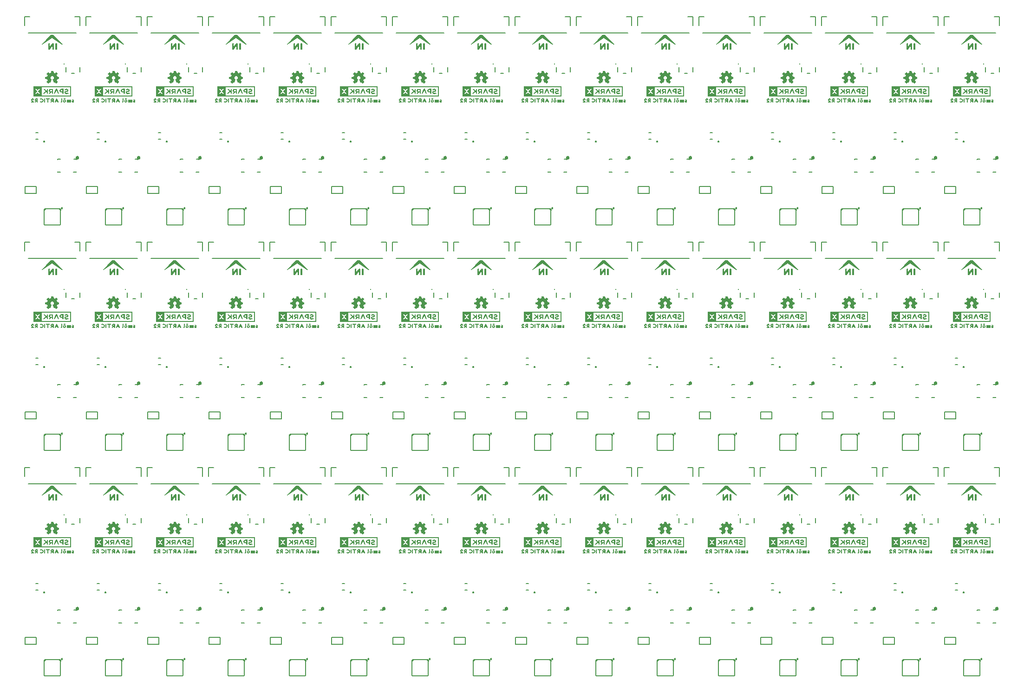
<source format=gbo>
G04 EAGLE Gerber RS-274X export*
G75*
%MOMM*%
%FSLAX34Y34*%
%LPD*%
%INSilkscreen Bottom*%
%IPPOS*%
%AMOC8*
5,1,8,0,0,1.08239X$1,22.5*%
G01*
%ADD10C,0.203200*%
%ADD11C,0.254000*%
%ADD12C,0.152400*%
%ADD13C,0.020319*%

G36*
X87677Y662960D02*
X87677Y662960D01*
X87672Y662968D01*
X87679Y662974D01*
X87679Y681956D01*
X87643Y682004D01*
X87636Y681998D01*
X87630Y682006D01*
X19050Y682006D01*
X19003Y681970D01*
X19008Y681962D01*
X19001Y681956D01*
X19001Y662974D01*
X19037Y662926D01*
X19044Y662932D01*
X19050Y662924D01*
X87630Y662924D01*
X87677Y662960D01*
G37*
G36*
X422957Y251480D02*
X422957Y251480D01*
X422952Y251488D01*
X422959Y251494D01*
X422959Y270476D01*
X422923Y270524D01*
X422916Y270518D01*
X422910Y270526D01*
X354330Y270526D01*
X354283Y270490D01*
X354288Y270482D01*
X354281Y270476D01*
X354281Y251494D01*
X354317Y251446D01*
X354324Y251452D01*
X354330Y251444D01*
X422910Y251444D01*
X422957Y251480D01*
G37*
G36*
X311197Y251480D02*
X311197Y251480D01*
X311192Y251488D01*
X311199Y251494D01*
X311199Y270476D01*
X311163Y270524D01*
X311156Y270518D01*
X311150Y270526D01*
X242570Y270526D01*
X242523Y270490D01*
X242528Y270482D01*
X242521Y270476D01*
X242521Y251494D01*
X242557Y251446D01*
X242564Y251452D01*
X242570Y251444D01*
X311150Y251444D01*
X311197Y251480D01*
G37*
G36*
X981757Y251480D02*
X981757Y251480D01*
X981752Y251488D01*
X981759Y251494D01*
X981759Y270476D01*
X981723Y270524D01*
X981716Y270518D01*
X981710Y270526D01*
X913130Y270526D01*
X913083Y270490D01*
X913088Y270482D01*
X913081Y270476D01*
X913081Y251494D01*
X913117Y251446D01*
X913124Y251452D01*
X913130Y251444D01*
X981710Y251444D01*
X981757Y251480D01*
G37*
G36*
X534717Y251480D02*
X534717Y251480D01*
X534712Y251488D01*
X534719Y251494D01*
X534719Y270476D01*
X534683Y270524D01*
X534676Y270518D01*
X534670Y270526D01*
X466090Y270526D01*
X466043Y270490D01*
X466048Y270482D01*
X466041Y270476D01*
X466041Y251494D01*
X466077Y251446D01*
X466084Y251452D01*
X466090Y251444D01*
X534670Y251444D01*
X534717Y251480D01*
G37*
G36*
X19037Y251446D02*
X19037Y251446D01*
X19044Y251452D01*
X19050Y251444D01*
X87630Y251444D01*
X87677Y251480D01*
X87672Y251488D01*
X87679Y251494D01*
X87679Y270476D01*
X87643Y270524D01*
X87636Y270518D01*
X87630Y270526D01*
X19050Y270526D01*
X19003Y270490D01*
X19008Y270482D01*
X19001Y270476D01*
X19001Y251494D01*
X19037Y251446D01*
G37*
G36*
X1652317Y251480D02*
X1652317Y251480D01*
X1652312Y251488D01*
X1652319Y251494D01*
X1652319Y270476D01*
X1652283Y270524D01*
X1652276Y270518D01*
X1652270Y270526D01*
X1583690Y270526D01*
X1583643Y270490D01*
X1583648Y270482D01*
X1583641Y270476D01*
X1583641Y251494D01*
X1583677Y251446D01*
X1583684Y251452D01*
X1583690Y251444D01*
X1652270Y251444D01*
X1652317Y251480D01*
G37*
G36*
X1764077Y1074440D02*
X1764077Y1074440D01*
X1764072Y1074448D01*
X1764079Y1074454D01*
X1764079Y1093436D01*
X1764043Y1093484D01*
X1764036Y1093478D01*
X1764030Y1093486D01*
X1695450Y1093486D01*
X1695403Y1093450D01*
X1695408Y1093442D01*
X1695401Y1093436D01*
X1695401Y1074454D01*
X1695437Y1074406D01*
X1695444Y1074412D01*
X1695450Y1074404D01*
X1764030Y1074404D01*
X1764077Y1074440D01*
G37*
G36*
X646477Y251480D02*
X646477Y251480D01*
X646472Y251488D01*
X646479Y251494D01*
X646479Y270476D01*
X646443Y270524D01*
X646436Y270518D01*
X646430Y270526D01*
X577850Y270526D01*
X577803Y270490D01*
X577808Y270482D01*
X577801Y270476D01*
X577801Y251494D01*
X577837Y251446D01*
X577844Y251452D01*
X577850Y251444D01*
X646430Y251444D01*
X646477Y251480D01*
G37*
G36*
X1428797Y251480D02*
X1428797Y251480D01*
X1428792Y251488D01*
X1428799Y251494D01*
X1428799Y270476D01*
X1428763Y270524D01*
X1428756Y270518D01*
X1428750Y270526D01*
X1360170Y270526D01*
X1360123Y270490D01*
X1360128Y270482D01*
X1360121Y270476D01*
X1360121Y251494D01*
X1360157Y251446D01*
X1360164Y251452D01*
X1360170Y251444D01*
X1428750Y251444D01*
X1428797Y251480D01*
G37*
G36*
X1205277Y1074440D02*
X1205277Y1074440D01*
X1205272Y1074448D01*
X1205279Y1074454D01*
X1205279Y1093436D01*
X1205243Y1093484D01*
X1205236Y1093478D01*
X1205230Y1093486D01*
X1136650Y1093486D01*
X1136603Y1093450D01*
X1136608Y1093442D01*
X1136601Y1093436D01*
X1136601Y1074454D01*
X1136637Y1074406D01*
X1136644Y1074412D01*
X1136650Y1074404D01*
X1205230Y1074404D01*
X1205277Y1074440D01*
G37*
G36*
X87677Y1074440D02*
X87677Y1074440D01*
X87672Y1074448D01*
X87679Y1074454D01*
X87679Y1093436D01*
X87643Y1093484D01*
X87636Y1093478D01*
X87630Y1093486D01*
X19050Y1093486D01*
X19003Y1093450D01*
X19008Y1093442D01*
X19001Y1093436D01*
X19001Y1074454D01*
X19037Y1074406D01*
X19044Y1074412D01*
X19050Y1074404D01*
X87630Y1074404D01*
X87677Y1074440D01*
G37*
G36*
X758237Y1074440D02*
X758237Y1074440D01*
X758232Y1074448D01*
X758239Y1074454D01*
X758239Y1093436D01*
X758203Y1093484D01*
X758196Y1093478D01*
X758190Y1093486D01*
X689610Y1093486D01*
X689563Y1093450D01*
X689568Y1093442D01*
X689561Y1093436D01*
X689561Y1074454D01*
X689597Y1074406D01*
X689604Y1074412D01*
X689610Y1074404D01*
X758190Y1074404D01*
X758237Y1074440D01*
G37*
G36*
X1540557Y1074440D02*
X1540557Y1074440D01*
X1540552Y1074448D01*
X1540559Y1074454D01*
X1540559Y1093436D01*
X1540523Y1093484D01*
X1540516Y1093478D01*
X1540510Y1093486D01*
X1471930Y1093486D01*
X1471883Y1093450D01*
X1471888Y1093442D01*
X1471881Y1093436D01*
X1471881Y1074454D01*
X1471917Y1074406D01*
X1471924Y1074412D01*
X1471930Y1074404D01*
X1540510Y1074404D01*
X1540557Y1074440D01*
G37*
G36*
X1317037Y1074440D02*
X1317037Y1074440D01*
X1317032Y1074448D01*
X1317039Y1074454D01*
X1317039Y1093436D01*
X1317003Y1093484D01*
X1316996Y1093478D01*
X1316990Y1093486D01*
X1248410Y1093486D01*
X1248363Y1093450D01*
X1248368Y1093442D01*
X1248361Y1093436D01*
X1248361Y1074454D01*
X1248397Y1074406D01*
X1248404Y1074412D01*
X1248410Y1074404D01*
X1316990Y1074404D01*
X1317037Y1074440D01*
G37*
G36*
X311197Y1074440D02*
X311197Y1074440D01*
X311192Y1074448D01*
X311199Y1074454D01*
X311199Y1093436D01*
X311163Y1093484D01*
X311156Y1093478D01*
X311150Y1093486D01*
X242570Y1093486D01*
X242523Y1093450D01*
X242528Y1093442D01*
X242521Y1093436D01*
X242521Y1074454D01*
X242557Y1074406D01*
X242564Y1074412D01*
X242570Y1074404D01*
X311150Y1074404D01*
X311197Y1074440D01*
G37*
G36*
X869997Y1074440D02*
X869997Y1074440D01*
X869992Y1074448D01*
X869999Y1074454D01*
X869999Y1093436D01*
X869963Y1093484D01*
X869956Y1093478D01*
X869950Y1093486D01*
X801370Y1093486D01*
X801323Y1093450D01*
X801328Y1093442D01*
X801321Y1093436D01*
X801321Y1074454D01*
X801357Y1074406D01*
X801364Y1074412D01*
X801370Y1074404D01*
X869950Y1074404D01*
X869997Y1074440D01*
G37*
G36*
X758237Y662960D02*
X758237Y662960D01*
X758232Y662968D01*
X758239Y662974D01*
X758239Y681956D01*
X758203Y682004D01*
X758196Y681998D01*
X758190Y682006D01*
X689610Y682006D01*
X689563Y681970D01*
X689568Y681962D01*
X689561Y681956D01*
X689561Y662974D01*
X689597Y662926D01*
X689604Y662932D01*
X689610Y662924D01*
X758190Y662924D01*
X758237Y662960D01*
G37*
G36*
X199437Y1074440D02*
X199437Y1074440D01*
X199432Y1074448D01*
X199439Y1074454D01*
X199439Y1093436D01*
X199403Y1093484D01*
X199396Y1093478D01*
X199390Y1093486D01*
X130810Y1093486D01*
X130763Y1093450D01*
X130768Y1093442D01*
X130761Y1093436D01*
X130761Y1074454D01*
X130797Y1074406D01*
X130804Y1074412D01*
X130810Y1074404D01*
X199390Y1074404D01*
X199437Y1074440D01*
G37*
G36*
X646477Y662960D02*
X646477Y662960D01*
X646472Y662968D01*
X646479Y662974D01*
X646479Y681956D01*
X646443Y682004D01*
X646436Y681998D01*
X646430Y682006D01*
X577850Y682006D01*
X577803Y681970D01*
X577808Y681962D01*
X577801Y681956D01*
X577801Y662974D01*
X577837Y662926D01*
X577844Y662932D01*
X577850Y662924D01*
X646430Y662924D01*
X646477Y662960D01*
G37*
G36*
X422957Y662960D02*
X422957Y662960D01*
X422952Y662968D01*
X422959Y662974D01*
X422959Y681956D01*
X422923Y682004D01*
X422916Y681998D01*
X422910Y682006D01*
X354330Y682006D01*
X354283Y681970D01*
X354288Y681962D01*
X354281Y681956D01*
X354281Y662974D01*
X354317Y662926D01*
X354324Y662932D01*
X354330Y662924D01*
X422910Y662924D01*
X422957Y662960D01*
G37*
G36*
X1540557Y662960D02*
X1540557Y662960D01*
X1540552Y662968D01*
X1540559Y662974D01*
X1540559Y681956D01*
X1540523Y682004D01*
X1540516Y681998D01*
X1540510Y682006D01*
X1471930Y682006D01*
X1471883Y681970D01*
X1471888Y681962D01*
X1471881Y681956D01*
X1471881Y662974D01*
X1471917Y662926D01*
X1471924Y662932D01*
X1471930Y662924D01*
X1540510Y662924D01*
X1540557Y662960D01*
G37*
G36*
X199437Y662960D02*
X199437Y662960D01*
X199432Y662968D01*
X199439Y662974D01*
X199439Y681956D01*
X199403Y682004D01*
X199396Y681998D01*
X199390Y682006D01*
X130810Y682006D01*
X130763Y681970D01*
X130768Y681962D01*
X130761Y681956D01*
X130761Y662974D01*
X130797Y662926D01*
X130804Y662932D01*
X130810Y662924D01*
X199390Y662924D01*
X199437Y662960D01*
G37*
G36*
X1317037Y662960D02*
X1317037Y662960D01*
X1317032Y662968D01*
X1317039Y662974D01*
X1317039Y681956D01*
X1317003Y682004D01*
X1316996Y681998D01*
X1316990Y682006D01*
X1248410Y682006D01*
X1248363Y681970D01*
X1248368Y681962D01*
X1248361Y681956D01*
X1248361Y662974D01*
X1248397Y662926D01*
X1248404Y662932D01*
X1248410Y662924D01*
X1316990Y662924D01*
X1317037Y662960D01*
G37*
G36*
X1764077Y662960D02*
X1764077Y662960D01*
X1764072Y662968D01*
X1764079Y662974D01*
X1764079Y681956D01*
X1764043Y682004D01*
X1764036Y681998D01*
X1764030Y682006D01*
X1695450Y682006D01*
X1695403Y681970D01*
X1695408Y681962D01*
X1695401Y681956D01*
X1695401Y662974D01*
X1695437Y662926D01*
X1695444Y662932D01*
X1695450Y662924D01*
X1764030Y662924D01*
X1764077Y662960D01*
G37*
G36*
X1652317Y662960D02*
X1652317Y662960D01*
X1652312Y662968D01*
X1652319Y662974D01*
X1652319Y681956D01*
X1652283Y682004D01*
X1652276Y681998D01*
X1652270Y682006D01*
X1583690Y682006D01*
X1583643Y681970D01*
X1583648Y681962D01*
X1583641Y681956D01*
X1583641Y662974D01*
X1583677Y662926D01*
X1583684Y662932D01*
X1583690Y662924D01*
X1652270Y662924D01*
X1652317Y662960D01*
G37*
G36*
X311197Y662960D02*
X311197Y662960D01*
X311192Y662968D01*
X311199Y662974D01*
X311199Y681956D01*
X311163Y682004D01*
X311156Y681998D01*
X311150Y682006D01*
X242570Y682006D01*
X242523Y681970D01*
X242528Y681962D01*
X242521Y681956D01*
X242521Y662974D01*
X242557Y662926D01*
X242564Y662932D01*
X242570Y662924D01*
X311150Y662924D01*
X311197Y662960D01*
G37*
G36*
X1205277Y662960D02*
X1205277Y662960D01*
X1205272Y662968D01*
X1205279Y662974D01*
X1205279Y681956D01*
X1205243Y682004D01*
X1205236Y681998D01*
X1205230Y682006D01*
X1136650Y682006D01*
X1136603Y681970D01*
X1136608Y681962D01*
X1136601Y681956D01*
X1136601Y662974D01*
X1136637Y662926D01*
X1136644Y662932D01*
X1136650Y662924D01*
X1205230Y662924D01*
X1205277Y662960D01*
G37*
G36*
X869997Y662960D02*
X869997Y662960D01*
X869992Y662968D01*
X869999Y662974D01*
X869999Y681956D01*
X869963Y682004D01*
X869956Y681998D01*
X869950Y682006D01*
X801370Y682006D01*
X801323Y681970D01*
X801328Y681962D01*
X801321Y681956D01*
X801321Y662974D01*
X801357Y662926D01*
X801364Y662932D01*
X801370Y662924D01*
X869950Y662924D01*
X869997Y662960D01*
G37*
G36*
X1093517Y662960D02*
X1093517Y662960D01*
X1093512Y662968D01*
X1093519Y662974D01*
X1093519Y681956D01*
X1093483Y682004D01*
X1093476Y681998D01*
X1093470Y682006D01*
X1024890Y682006D01*
X1024843Y681970D01*
X1024848Y681962D01*
X1024841Y681956D01*
X1024841Y662974D01*
X1024877Y662926D01*
X1024884Y662932D01*
X1024890Y662924D01*
X1093470Y662924D01*
X1093517Y662960D01*
G37*
G36*
X981757Y662960D02*
X981757Y662960D01*
X981752Y662968D01*
X981759Y662974D01*
X981759Y681956D01*
X981723Y682004D01*
X981716Y681998D01*
X981710Y682006D01*
X913130Y682006D01*
X913083Y681970D01*
X913088Y681962D01*
X913081Y681956D01*
X913081Y662974D01*
X913117Y662926D01*
X913124Y662932D01*
X913130Y662924D01*
X981710Y662924D01*
X981757Y662960D01*
G37*
G36*
X534717Y662960D02*
X534717Y662960D01*
X534712Y662968D01*
X534719Y662974D01*
X534719Y681956D01*
X534683Y682004D01*
X534676Y681998D01*
X534670Y682006D01*
X466090Y682006D01*
X466043Y681970D01*
X466048Y681962D01*
X466041Y681956D01*
X466041Y662974D01*
X466077Y662926D01*
X466084Y662932D01*
X466090Y662924D01*
X534670Y662924D01*
X534717Y662960D01*
G37*
G36*
X1428797Y662960D02*
X1428797Y662960D01*
X1428792Y662968D01*
X1428799Y662974D01*
X1428799Y681956D01*
X1428763Y682004D01*
X1428756Y681998D01*
X1428750Y682006D01*
X1360170Y682006D01*
X1360123Y681970D01*
X1360128Y681962D01*
X1360121Y681956D01*
X1360121Y662974D01*
X1360157Y662926D01*
X1360164Y662932D01*
X1360170Y662924D01*
X1428750Y662924D01*
X1428797Y662960D01*
G37*
G36*
X981757Y1074440D02*
X981757Y1074440D01*
X981752Y1074448D01*
X981759Y1074454D01*
X981759Y1093436D01*
X981723Y1093484D01*
X981716Y1093478D01*
X981710Y1093486D01*
X913130Y1093486D01*
X913083Y1093450D01*
X913088Y1093442D01*
X913081Y1093436D01*
X913081Y1074454D01*
X913117Y1074406D01*
X913124Y1074412D01*
X913130Y1074404D01*
X981710Y1074404D01*
X981757Y1074440D01*
G37*
G36*
X422957Y1074440D02*
X422957Y1074440D01*
X422952Y1074448D01*
X422959Y1074454D01*
X422959Y1093436D01*
X422923Y1093484D01*
X422916Y1093478D01*
X422910Y1093486D01*
X354330Y1093486D01*
X354283Y1093450D01*
X354288Y1093442D01*
X354281Y1093436D01*
X354281Y1074454D01*
X354317Y1074406D01*
X354324Y1074412D01*
X354330Y1074404D01*
X422910Y1074404D01*
X422957Y1074440D01*
G37*
G36*
X1093517Y1074440D02*
X1093517Y1074440D01*
X1093512Y1074448D01*
X1093519Y1074454D01*
X1093519Y1093436D01*
X1093483Y1093484D01*
X1093476Y1093478D01*
X1093470Y1093486D01*
X1024890Y1093486D01*
X1024843Y1093450D01*
X1024848Y1093442D01*
X1024841Y1093436D01*
X1024841Y1074454D01*
X1024877Y1074406D01*
X1024884Y1074412D01*
X1024890Y1074404D01*
X1093470Y1074404D01*
X1093517Y1074440D01*
G37*
G36*
X1652317Y1074440D02*
X1652317Y1074440D01*
X1652312Y1074448D01*
X1652319Y1074454D01*
X1652319Y1093436D01*
X1652283Y1093484D01*
X1652276Y1093478D01*
X1652270Y1093486D01*
X1583690Y1093486D01*
X1583643Y1093450D01*
X1583648Y1093442D01*
X1583641Y1093436D01*
X1583641Y1074454D01*
X1583677Y1074406D01*
X1583684Y1074412D01*
X1583690Y1074404D01*
X1652270Y1074404D01*
X1652317Y1074440D01*
G37*
G36*
X1428797Y1074440D02*
X1428797Y1074440D01*
X1428792Y1074448D01*
X1428799Y1074454D01*
X1428799Y1093436D01*
X1428763Y1093484D01*
X1428756Y1093478D01*
X1428750Y1093486D01*
X1360170Y1093486D01*
X1360123Y1093450D01*
X1360128Y1093442D01*
X1360121Y1093436D01*
X1360121Y1074454D01*
X1360157Y1074406D01*
X1360164Y1074412D01*
X1360170Y1074404D01*
X1428750Y1074404D01*
X1428797Y1074440D01*
G37*
G36*
X646477Y1074440D02*
X646477Y1074440D01*
X646472Y1074448D01*
X646479Y1074454D01*
X646479Y1093436D01*
X646443Y1093484D01*
X646436Y1093478D01*
X646430Y1093486D01*
X577850Y1093486D01*
X577803Y1093450D01*
X577808Y1093442D01*
X577801Y1093436D01*
X577801Y1074454D01*
X577837Y1074406D01*
X577844Y1074412D01*
X577850Y1074404D01*
X646430Y1074404D01*
X646477Y1074440D01*
G37*
G36*
X534717Y1074440D02*
X534717Y1074440D01*
X534712Y1074448D01*
X534719Y1074454D01*
X534719Y1093436D01*
X534683Y1093484D01*
X534676Y1093478D01*
X534670Y1093486D01*
X466090Y1093486D01*
X466043Y1093450D01*
X466048Y1093442D01*
X466041Y1093436D01*
X466041Y1074454D01*
X466077Y1074406D01*
X466084Y1074412D01*
X466090Y1074404D01*
X534670Y1074404D01*
X534717Y1074440D01*
G37*
G36*
X758237Y251480D02*
X758237Y251480D01*
X758232Y251488D01*
X758239Y251494D01*
X758239Y270476D01*
X758203Y270524D01*
X758196Y270518D01*
X758190Y270526D01*
X689610Y270526D01*
X689563Y270490D01*
X689568Y270482D01*
X689561Y270476D01*
X689561Y251494D01*
X689597Y251446D01*
X689604Y251452D01*
X689610Y251444D01*
X758190Y251444D01*
X758237Y251480D01*
G37*
G36*
X1540557Y251480D02*
X1540557Y251480D01*
X1540552Y251488D01*
X1540559Y251494D01*
X1540559Y270476D01*
X1540523Y270524D01*
X1540516Y270518D01*
X1540510Y270526D01*
X1471930Y270526D01*
X1471883Y270490D01*
X1471888Y270482D01*
X1471881Y270476D01*
X1471881Y251494D01*
X1471917Y251446D01*
X1471924Y251452D01*
X1471930Y251444D01*
X1540510Y251444D01*
X1540557Y251480D01*
G37*
G36*
X869997Y251480D02*
X869997Y251480D01*
X869992Y251488D01*
X869999Y251494D01*
X869999Y270476D01*
X869963Y270524D01*
X869956Y270518D01*
X869950Y270526D01*
X801370Y270526D01*
X801323Y270490D01*
X801328Y270482D01*
X801321Y270476D01*
X801321Y251494D01*
X801357Y251446D01*
X801364Y251452D01*
X801370Y251444D01*
X869950Y251444D01*
X869997Y251480D01*
G37*
G36*
X199437Y251480D02*
X199437Y251480D01*
X199432Y251488D01*
X199439Y251494D01*
X199439Y270476D01*
X199403Y270524D01*
X199396Y270518D01*
X199390Y270526D01*
X130810Y270526D01*
X130763Y270490D01*
X130768Y270482D01*
X130761Y270476D01*
X130761Y251494D01*
X130797Y251446D01*
X130804Y251452D01*
X130810Y251444D01*
X199390Y251444D01*
X199437Y251480D01*
G37*
G36*
X1205277Y251480D02*
X1205277Y251480D01*
X1205272Y251488D01*
X1205279Y251494D01*
X1205279Y270476D01*
X1205243Y270524D01*
X1205236Y270518D01*
X1205230Y270526D01*
X1136650Y270526D01*
X1136603Y270490D01*
X1136608Y270482D01*
X1136601Y270476D01*
X1136601Y251494D01*
X1136637Y251446D01*
X1136644Y251452D01*
X1136650Y251444D01*
X1205230Y251444D01*
X1205277Y251480D01*
G37*
G36*
X1764077Y251480D02*
X1764077Y251480D01*
X1764072Y251488D01*
X1764079Y251494D01*
X1764079Y270476D01*
X1764043Y270524D01*
X1764036Y270518D01*
X1764030Y270526D01*
X1695450Y270526D01*
X1695403Y270490D01*
X1695408Y270482D01*
X1695401Y270476D01*
X1695401Y251494D01*
X1695437Y251446D01*
X1695444Y251452D01*
X1695450Y251444D01*
X1764030Y251444D01*
X1764077Y251480D01*
G37*
G36*
X1317037Y251480D02*
X1317037Y251480D01*
X1317032Y251488D01*
X1317039Y251494D01*
X1317039Y270476D01*
X1317003Y270524D01*
X1316996Y270518D01*
X1316990Y270526D01*
X1248410Y270526D01*
X1248363Y270490D01*
X1248368Y270482D01*
X1248361Y270476D01*
X1248361Y251494D01*
X1248397Y251446D01*
X1248404Y251452D01*
X1248410Y251444D01*
X1316990Y251444D01*
X1317037Y251480D01*
G37*
G36*
X1093517Y251480D02*
X1093517Y251480D01*
X1093512Y251488D01*
X1093519Y251494D01*
X1093519Y270476D01*
X1093483Y270524D01*
X1093476Y270518D01*
X1093470Y270526D01*
X1024890Y270526D01*
X1024843Y270490D01*
X1024848Y270482D01*
X1024841Y270476D01*
X1024841Y251494D01*
X1024877Y251446D01*
X1024884Y251452D01*
X1024890Y251444D01*
X1093470Y251444D01*
X1093517Y251480D01*
G37*
%LPC*%
G36*
X1152020Y664785D02*
X1152020Y664785D01*
X1152020Y680145D01*
X1203418Y680145D01*
X1203418Y664785D01*
X1152020Y664785D01*
G37*
%LPD*%
%LPC*%
G36*
X146180Y664785D02*
X146180Y664785D01*
X146180Y680145D01*
X197578Y680145D01*
X197578Y664785D01*
X146180Y664785D01*
G37*
%LPD*%
%LPC*%
G36*
X1710820Y664785D02*
X1710820Y664785D01*
X1710820Y680145D01*
X1762218Y680145D01*
X1762218Y664785D01*
X1710820Y664785D01*
G37*
%LPD*%
%LPC*%
G36*
X1375540Y664785D02*
X1375540Y664785D01*
X1375540Y680145D01*
X1426938Y680145D01*
X1426938Y664785D01*
X1375540Y664785D01*
G37*
%LPD*%
%LPC*%
G36*
X34420Y664785D02*
X34420Y664785D01*
X34420Y680145D01*
X85818Y680145D01*
X85818Y664785D01*
X34420Y664785D01*
G37*
%LPD*%
%LPC*%
G36*
X257940Y664785D02*
X257940Y664785D01*
X257940Y680145D01*
X309338Y680145D01*
X309338Y664785D01*
X257940Y664785D01*
G37*
%LPD*%
%LPC*%
G36*
X704980Y664785D02*
X704980Y664785D01*
X704980Y680145D01*
X756378Y680145D01*
X756378Y664785D01*
X704980Y664785D01*
G37*
%LPD*%
%LPC*%
G36*
X1599060Y664785D02*
X1599060Y664785D01*
X1599060Y680145D01*
X1650458Y680145D01*
X1650458Y664785D01*
X1599060Y664785D01*
G37*
%LPD*%
%LPC*%
G36*
X593220Y664785D02*
X593220Y664785D01*
X593220Y680145D01*
X644618Y680145D01*
X644618Y664785D01*
X593220Y664785D01*
G37*
%LPD*%
%LPC*%
G36*
X1040260Y664785D02*
X1040260Y664785D01*
X1040260Y680145D01*
X1091658Y680145D01*
X1091658Y664785D01*
X1040260Y664785D01*
G37*
%LPD*%
%LPC*%
G36*
X369700Y664785D02*
X369700Y664785D01*
X369700Y680145D01*
X421098Y680145D01*
X421098Y664785D01*
X369700Y664785D01*
G37*
%LPD*%
%LPC*%
G36*
X481460Y664785D02*
X481460Y664785D01*
X481460Y680145D01*
X532858Y680145D01*
X532858Y664785D01*
X481460Y664785D01*
G37*
%LPD*%
%LPC*%
G36*
X1710820Y253305D02*
X1710820Y253305D01*
X1710820Y268665D01*
X1762218Y268665D01*
X1762218Y253305D01*
X1710820Y253305D01*
G37*
%LPD*%
%LPC*%
G36*
X928500Y664785D02*
X928500Y664785D01*
X928500Y680145D01*
X979898Y680145D01*
X979898Y664785D01*
X928500Y664785D01*
G37*
%LPD*%
%LPC*%
G36*
X816740Y664785D02*
X816740Y664785D01*
X816740Y680145D01*
X868138Y680145D01*
X868138Y664785D01*
X816740Y664785D01*
G37*
%LPD*%
%LPC*%
G36*
X1263780Y664785D02*
X1263780Y664785D01*
X1263780Y680145D01*
X1315178Y680145D01*
X1315178Y664785D01*
X1263780Y664785D01*
G37*
%LPD*%
%LPC*%
G36*
X816740Y1076265D02*
X816740Y1076265D01*
X816740Y1091625D01*
X868138Y1091625D01*
X868138Y1076265D01*
X816740Y1076265D01*
G37*
%LPD*%
%LPC*%
G36*
X1040260Y253305D02*
X1040260Y253305D01*
X1040260Y268665D01*
X1091658Y268665D01*
X1091658Y253305D01*
X1040260Y253305D01*
G37*
%LPD*%
%LPC*%
G36*
X816740Y253305D02*
X816740Y253305D01*
X816740Y268665D01*
X868138Y268665D01*
X868138Y253305D01*
X816740Y253305D01*
G37*
%LPD*%
%LPC*%
G36*
X1375540Y253305D02*
X1375540Y253305D01*
X1375540Y268665D01*
X1426938Y268665D01*
X1426938Y253305D01*
X1375540Y253305D01*
G37*
%LPD*%
%LPC*%
G36*
X481460Y253305D02*
X481460Y253305D01*
X481460Y268665D01*
X532858Y268665D01*
X532858Y253305D01*
X481460Y253305D01*
G37*
%LPD*%
%LPC*%
G36*
X928500Y253305D02*
X928500Y253305D01*
X928500Y268665D01*
X979898Y268665D01*
X979898Y253305D01*
X928500Y253305D01*
G37*
%LPD*%
%LPC*%
G36*
X704980Y253305D02*
X704980Y253305D01*
X704980Y268665D01*
X756378Y268665D01*
X756378Y253305D01*
X704980Y253305D01*
G37*
%LPD*%
%LPC*%
G36*
X1263780Y253305D02*
X1263780Y253305D01*
X1263780Y268665D01*
X1315178Y268665D01*
X1315178Y253305D01*
X1263780Y253305D01*
G37*
%LPD*%
%LPC*%
G36*
X257940Y1076265D02*
X257940Y1076265D01*
X257940Y1091625D01*
X309338Y1091625D01*
X309338Y1076265D01*
X257940Y1076265D01*
G37*
%LPD*%
%LPC*%
G36*
X34420Y1076265D02*
X34420Y1076265D01*
X34420Y1091625D01*
X85818Y1091625D01*
X85818Y1076265D01*
X34420Y1076265D01*
G37*
%LPD*%
%LPC*%
G36*
X1375540Y1076265D02*
X1375540Y1076265D01*
X1375540Y1091625D01*
X1426938Y1091625D01*
X1426938Y1076265D01*
X1375540Y1076265D01*
G37*
%LPD*%
%LPC*%
G36*
X146180Y1076265D02*
X146180Y1076265D01*
X146180Y1091625D01*
X197578Y1091625D01*
X197578Y1076265D01*
X146180Y1076265D01*
G37*
%LPD*%
%LPC*%
G36*
X1263780Y1076265D02*
X1263780Y1076265D01*
X1263780Y1091625D01*
X1315178Y1091625D01*
X1315178Y1076265D01*
X1263780Y1076265D01*
G37*
%LPD*%
%LPC*%
G36*
X928500Y1076265D02*
X928500Y1076265D01*
X928500Y1091625D01*
X979898Y1091625D01*
X979898Y1076265D01*
X928500Y1076265D01*
G37*
%LPD*%
%LPC*%
G36*
X1487300Y1076265D02*
X1487300Y1076265D01*
X1487300Y1091625D01*
X1538698Y1091625D01*
X1538698Y1076265D01*
X1487300Y1076265D01*
G37*
%LPD*%
%LPC*%
G36*
X369700Y1076265D02*
X369700Y1076265D01*
X369700Y1091625D01*
X421098Y1091625D01*
X421098Y1076265D01*
X369700Y1076265D01*
G37*
%LPD*%
%LPC*%
G36*
X593220Y1076265D02*
X593220Y1076265D01*
X593220Y1091625D01*
X644618Y1091625D01*
X644618Y1076265D01*
X593220Y1076265D01*
G37*
%LPD*%
%LPC*%
G36*
X1599060Y1076265D02*
X1599060Y1076265D01*
X1599060Y1091625D01*
X1650458Y1091625D01*
X1650458Y1076265D01*
X1599060Y1076265D01*
G37*
%LPD*%
%LPC*%
G36*
X704980Y1076265D02*
X704980Y1076265D01*
X704980Y1091625D01*
X756378Y1091625D01*
X756378Y1076265D01*
X704980Y1076265D01*
G37*
%LPD*%
%LPC*%
G36*
X1710820Y1076265D02*
X1710820Y1076265D01*
X1710820Y1091625D01*
X1762218Y1091625D01*
X1762218Y1076265D01*
X1710820Y1076265D01*
G37*
%LPD*%
%LPC*%
G36*
X1040260Y1076265D02*
X1040260Y1076265D01*
X1040260Y1091625D01*
X1091658Y1091625D01*
X1091658Y1076265D01*
X1040260Y1076265D01*
G37*
%LPD*%
%LPC*%
G36*
X481460Y1076265D02*
X481460Y1076265D01*
X481460Y1091625D01*
X532858Y1091625D01*
X532858Y1076265D01*
X481460Y1076265D01*
G37*
%LPD*%
%LPC*%
G36*
X1152020Y1076265D02*
X1152020Y1076265D01*
X1152020Y1091625D01*
X1203418Y1091625D01*
X1203418Y1076265D01*
X1152020Y1076265D01*
G37*
%LPD*%
%LPC*%
G36*
X1487300Y664785D02*
X1487300Y664785D01*
X1487300Y680145D01*
X1538698Y680145D01*
X1538698Y664785D01*
X1487300Y664785D01*
G37*
%LPD*%
%LPC*%
G36*
X146180Y253305D02*
X146180Y253305D01*
X146180Y268665D01*
X197578Y268665D01*
X197578Y253305D01*
X146180Y253305D01*
G37*
%LPD*%
%LPC*%
G36*
X1487300Y253305D02*
X1487300Y253305D01*
X1487300Y268665D01*
X1538698Y268665D01*
X1538698Y253305D01*
X1487300Y253305D01*
G37*
%LPD*%
%LPC*%
G36*
X85818Y268665D02*
X85818Y268665D01*
X85818Y253305D01*
X34420Y253305D01*
X34420Y268665D01*
X85818Y268665D01*
G37*
%LPD*%
%LPC*%
G36*
X1152020Y253305D02*
X1152020Y253305D01*
X1152020Y268665D01*
X1203418Y268665D01*
X1203418Y253305D01*
X1152020Y253305D01*
G37*
%LPD*%
%LPC*%
G36*
X257940Y253305D02*
X257940Y253305D01*
X257940Y268665D01*
X309338Y268665D01*
X309338Y253305D01*
X257940Y253305D01*
G37*
%LPD*%
%LPC*%
G36*
X369700Y253305D02*
X369700Y253305D01*
X369700Y268665D01*
X421098Y268665D01*
X421098Y253305D01*
X369700Y253305D01*
G37*
%LPD*%
%LPC*%
G36*
X593220Y253305D02*
X593220Y253305D01*
X593220Y268665D01*
X644618Y268665D01*
X644618Y253305D01*
X593220Y253305D01*
G37*
%LPD*%
%LPC*%
G36*
X1599060Y253305D02*
X1599060Y253305D01*
X1599060Y268665D01*
X1650458Y268665D01*
X1650458Y253305D01*
X1599060Y253305D01*
G37*
%LPD*%
G36*
X1178626Y686938D02*
X1178626Y686938D01*
X1178692Y686943D01*
X1178710Y686954D01*
X1178731Y686959D01*
X1178816Y687019D01*
X1178840Y687033D01*
X1178843Y687038D01*
X1178848Y687042D01*
X1181048Y689342D01*
X1181056Y689355D01*
X1181069Y689365D01*
X1181100Y689429D01*
X1181136Y689491D01*
X1181137Y689507D01*
X1181144Y689521D01*
X1181143Y689592D01*
X1181149Y689663D01*
X1181143Y689678D01*
X1181142Y689694D01*
X1181085Y689819D01*
X1181083Y689823D01*
X1181083Y689824D01*
X1179215Y692439D01*
X1179217Y692450D01*
X1179226Y692463D01*
X1179237Y692521D01*
X1179246Y692542D01*
X1179246Y692564D01*
X1179252Y692597D01*
X1179253Y692602D01*
X1179253Y692603D01*
X1179253Y692604D01*
X1179253Y692614D01*
X1179286Y692679D01*
X1179342Y692736D01*
X1179353Y692754D01*
X1179365Y692763D01*
X1179373Y692782D01*
X1179413Y692834D01*
X1179486Y692979D01*
X1179542Y693036D01*
X1179582Y693100D01*
X1179626Y693163D01*
X1179628Y693175D01*
X1179633Y693183D01*
X1179637Y693218D01*
X1179653Y693304D01*
X1179653Y693353D01*
X1179682Y693400D01*
X1179726Y693463D01*
X1179728Y693475D01*
X1179733Y693483D01*
X1179737Y693518D01*
X1179753Y693604D01*
X1179753Y693714D01*
X1179786Y693779D01*
X1179842Y693836D01*
X1179882Y693900D01*
X1179926Y693963D01*
X1179928Y693975D01*
X1179933Y693983D01*
X1179937Y694018D01*
X1179943Y694051D01*
X1179946Y694059D01*
X1179946Y694067D01*
X1179953Y694104D01*
X1179953Y694153D01*
X1179982Y694200D01*
X1180026Y694263D01*
X1180028Y694275D01*
X1180033Y694283D01*
X1180037Y694318D01*
X1180053Y694404D01*
X1180053Y694514D01*
X1180082Y694572D01*
X1183338Y695130D01*
X1183356Y695137D01*
X1183375Y695138D01*
X1183435Y695171D01*
X1183497Y695197D01*
X1183510Y695212D01*
X1183527Y695221D01*
X1183566Y695277D01*
X1183610Y695328D01*
X1183615Y695347D01*
X1183626Y695363D01*
X1183648Y695474D01*
X1183653Y695496D01*
X1183652Y695500D01*
X1183653Y695504D01*
X1183653Y698704D01*
X1183649Y698723D01*
X1183651Y698742D01*
X1183640Y698776D01*
X1183639Y698783D01*
X1183634Y698793D01*
X1183629Y698806D01*
X1183614Y698872D01*
X1183601Y698887D01*
X1183595Y698905D01*
X1183547Y698953D01*
X1183504Y699006D01*
X1183486Y699013D01*
X1183472Y699027D01*
X1183366Y699067D01*
X1183346Y699076D01*
X1183342Y699076D01*
X1183338Y699078D01*
X1180126Y699628D01*
X1180115Y699667D01*
X1180114Y699672D01*
X1180113Y699673D01*
X1180053Y699793D01*
X1180053Y699804D01*
X1180050Y699819D01*
X1180052Y699835D01*
X1180032Y699905D01*
X1180032Y699920D01*
X1180024Y699934D01*
X1180015Y699967D01*
X1180014Y699972D01*
X1180013Y699973D01*
X1179953Y700093D01*
X1179953Y700104D01*
X1179950Y700119D01*
X1179952Y700135D01*
X1179915Y700267D01*
X1179914Y700272D01*
X1179913Y700273D01*
X1179753Y700593D01*
X1179753Y700604D01*
X1179750Y700619D01*
X1179752Y700635D01*
X1179715Y700767D01*
X1179714Y700772D01*
X1179713Y700773D01*
X1179613Y700973D01*
X1179590Y701001D01*
X1179553Y701055D01*
X1179553Y701104D01*
X1179536Y701178D01*
X1179522Y701253D01*
X1179516Y701263D01*
X1179514Y701272D01*
X1179491Y701300D01*
X1179442Y701372D01*
X1179386Y701428D01*
X1179313Y701573D01*
X1179290Y701601D01*
X1179253Y701655D01*
X1179253Y701704D01*
X1179236Y701778D01*
X1179232Y701800D01*
X1181086Y704488D01*
X1181092Y704504D01*
X1181104Y704517D01*
X1181124Y704584D01*
X1181149Y704649D01*
X1181148Y704667D01*
X1181153Y704683D01*
X1181140Y704752D01*
X1181134Y704822D01*
X1181125Y704836D01*
X1181122Y704853D01*
X1181051Y704959D01*
X1181044Y704970D01*
X1181043Y704970D01*
X1181042Y704972D01*
X1178842Y707172D01*
X1178828Y707181D01*
X1178817Y707195D01*
X1178755Y707226D01*
X1178695Y707263D01*
X1178678Y707265D01*
X1178663Y707272D01*
X1178593Y707273D01*
X1178523Y707279D01*
X1178507Y707273D01*
X1178490Y707273D01*
X1178372Y707222D01*
X1178361Y707218D01*
X1178360Y707217D01*
X1178359Y707216D01*
X1175660Y705354D01*
X1175642Y705372D01*
X1175577Y705412D01*
X1175515Y705456D01*
X1175503Y705458D01*
X1175495Y705463D01*
X1175460Y705466D01*
X1175374Y705483D01*
X1175324Y705483D01*
X1175312Y705491D01*
X1175244Y705543D01*
X1175099Y705615D01*
X1175042Y705672D01*
X1174977Y705712D01*
X1174915Y705756D01*
X1174903Y705758D01*
X1174895Y705763D01*
X1174860Y705766D01*
X1174774Y705783D01*
X1174724Y705783D01*
X1174712Y705791D01*
X1174644Y705843D01*
X1174444Y705943D01*
X1174428Y705947D01*
X1174415Y705956D01*
X1174281Y705982D01*
X1174275Y705983D01*
X1174274Y705983D01*
X1174264Y705983D01*
X1174144Y706043D01*
X1174128Y706047D01*
X1174115Y706056D01*
X1173981Y706082D01*
X1173975Y706083D01*
X1173974Y706083D01*
X1173924Y706083D01*
X1173877Y706112D01*
X1173815Y706156D01*
X1173803Y706158D01*
X1173795Y706163D01*
X1173760Y706166D01*
X1173674Y706183D01*
X1173564Y706183D01*
X1173506Y706212D01*
X1172948Y709468D01*
X1172940Y709486D01*
X1172939Y709505D01*
X1172907Y709564D01*
X1172880Y709627D01*
X1172866Y709640D01*
X1172856Y709657D01*
X1172801Y709696D01*
X1172749Y709740D01*
X1172730Y709745D01*
X1172715Y709756D01*
X1172604Y709777D01*
X1172582Y709783D01*
X1172578Y709782D01*
X1172574Y709783D01*
X1169374Y709783D01*
X1169355Y709779D01*
X1169336Y709781D01*
X1169272Y709759D01*
X1169206Y709743D01*
X1169191Y709731D01*
X1169172Y709725D01*
X1169125Y709677D01*
X1169072Y709633D01*
X1169064Y709616D01*
X1169051Y709602D01*
X1169011Y709496D01*
X1169002Y709475D01*
X1169002Y709472D01*
X1169000Y709468D01*
X1168450Y706256D01*
X1168411Y706245D01*
X1168406Y706243D01*
X1168405Y706243D01*
X1168404Y706243D01*
X1168284Y706183D01*
X1168274Y706183D01*
X1168258Y706179D01*
X1168242Y706182D01*
X1168111Y706145D01*
X1168106Y706143D01*
X1168105Y706143D01*
X1168104Y706143D01*
X1167984Y706083D01*
X1167974Y706083D01*
X1167958Y706079D01*
X1167942Y706082D01*
X1167811Y706045D01*
X1167806Y706043D01*
X1167805Y706043D01*
X1167804Y706043D01*
X1167684Y705983D01*
X1167574Y705983D01*
X1167500Y705966D01*
X1167424Y705952D01*
X1167415Y705946D01*
X1167406Y705943D01*
X1167378Y705921D01*
X1167306Y705872D01*
X1167249Y705815D01*
X1167184Y705783D01*
X1167174Y705783D01*
X1167158Y705779D01*
X1167142Y705782D01*
X1167011Y705745D01*
X1167006Y705743D01*
X1167005Y705743D01*
X1167004Y705743D01*
X1166804Y705643D01*
X1166777Y705620D01*
X1166706Y705572D01*
X1166649Y705515D01*
X1166584Y705483D01*
X1166574Y705483D01*
X1166558Y705479D01*
X1166542Y705482D01*
X1166411Y705445D01*
X1166406Y705443D01*
X1166405Y705443D01*
X1166404Y705443D01*
X1166263Y705372D01*
X1163589Y707216D01*
X1163577Y707221D01*
X1163568Y707230D01*
X1163497Y707252D01*
X1163428Y707279D01*
X1163415Y707278D01*
X1163403Y707282D01*
X1163330Y707270D01*
X1163256Y707264D01*
X1163245Y707257D01*
X1163232Y707255D01*
X1163112Y707178D01*
X1160812Y704978D01*
X1160798Y704956D01*
X1160778Y704940D01*
X1160751Y704884D01*
X1160717Y704833D01*
X1160714Y704807D01*
X1160703Y704784D01*
X1160704Y704722D01*
X1160697Y704661D01*
X1160706Y704637D01*
X1160706Y704611D01*
X1160744Y704531D01*
X1160755Y704498D01*
X1160762Y704492D01*
X1160767Y704481D01*
X1162702Y701808D01*
X1162662Y701728D01*
X1162606Y701672D01*
X1162566Y701607D01*
X1162522Y701544D01*
X1162520Y701533D01*
X1162515Y701525D01*
X1162511Y701490D01*
X1162495Y701404D01*
X1162495Y701354D01*
X1162487Y701341D01*
X1162435Y701273D01*
X1162362Y701128D01*
X1162306Y701072D01*
X1162266Y701007D01*
X1162222Y700944D01*
X1162220Y700933D01*
X1162215Y700925D01*
X1162211Y700890D01*
X1162195Y700804D01*
X1162195Y700754D01*
X1162166Y700707D01*
X1162122Y700644D01*
X1162120Y700633D01*
X1162115Y700625D01*
X1162111Y700590D01*
X1162095Y700504D01*
X1162095Y700393D01*
X1162062Y700328D01*
X1162006Y700272D01*
X1161966Y700207D01*
X1161922Y700144D01*
X1161920Y700133D01*
X1161915Y700125D01*
X1161911Y700090D01*
X1161895Y700004D01*
X1161895Y699954D01*
X1161866Y699907D01*
X1161822Y699844D01*
X1161820Y699833D01*
X1161815Y699825D01*
X1161811Y699790D01*
X1161795Y699704D01*
X1161795Y699625D01*
X1158512Y699078D01*
X1158493Y699070D01*
X1158473Y699069D01*
X1158414Y699037D01*
X1158352Y699011D01*
X1158339Y698996D01*
X1158321Y698986D01*
X1158283Y698931D01*
X1158239Y698881D01*
X1158233Y698861D01*
X1158222Y698844D01*
X1158206Y698763D01*
X1158202Y698753D01*
X1158202Y698742D01*
X1158201Y698738D01*
X1158195Y698713D01*
X1158196Y698709D01*
X1158195Y698704D01*
X1158195Y695504D01*
X1158199Y695485D01*
X1158197Y695466D01*
X1158219Y695401D01*
X1158234Y695335D01*
X1158247Y695320D01*
X1158253Y695302D01*
X1158301Y695254D01*
X1158344Y695202D01*
X1158362Y695194D01*
X1158376Y695180D01*
X1158482Y695140D01*
X1158502Y695131D01*
X1158506Y695131D01*
X1158510Y695130D01*
X1161798Y694566D01*
X1161833Y694441D01*
X1161834Y694435D01*
X1161835Y694435D01*
X1161835Y694434D01*
X1161895Y694314D01*
X1161895Y694304D01*
X1161898Y694288D01*
X1161896Y694272D01*
X1161933Y694141D01*
X1161934Y694135D01*
X1161935Y694135D01*
X1161935Y694134D01*
X1161995Y694014D01*
X1161995Y694004D01*
X1161998Y693988D01*
X1161996Y693972D01*
X1162033Y693841D01*
X1162034Y693835D01*
X1162035Y693835D01*
X1162035Y693834D01*
X1162195Y693514D01*
X1162195Y693504D01*
X1162198Y693488D01*
X1162196Y693472D01*
X1162233Y693341D01*
X1162234Y693335D01*
X1162235Y693335D01*
X1162235Y693334D01*
X1162335Y693134D01*
X1162358Y693106D01*
X1162406Y693036D01*
X1162462Y692979D01*
X1162495Y692914D01*
X1162495Y692904D01*
X1162498Y692888D01*
X1162496Y692872D01*
X1162533Y692741D01*
X1162534Y692735D01*
X1162535Y692735D01*
X1162535Y692734D01*
X1162635Y692534D01*
X1162658Y692506D01*
X1162706Y692436D01*
X1162716Y692425D01*
X1160771Y689831D01*
X1160761Y689809D01*
X1160744Y689790D01*
X1160726Y689730D01*
X1160701Y689673D01*
X1160702Y689648D01*
X1160695Y689624D01*
X1160706Y689563D01*
X1160709Y689500D01*
X1160721Y689478D01*
X1160726Y689454D01*
X1160777Y689379D01*
X1160793Y689349D01*
X1160800Y689344D01*
X1160806Y689336D01*
X1163106Y687036D01*
X1163120Y687027D01*
X1163131Y687013D01*
X1163193Y686981D01*
X1163253Y686944D01*
X1163270Y686943D01*
X1163285Y686935D01*
X1163356Y686935D01*
X1163425Y686928D01*
X1163441Y686934D01*
X1163458Y686934D01*
X1163576Y686986D01*
X1163587Y686990D01*
X1163588Y686991D01*
X1163589Y686991D01*
X1166288Y688853D01*
X1166306Y688836D01*
X1166371Y688795D01*
X1166433Y688751D01*
X1166445Y688749D01*
X1166453Y688744D01*
X1166488Y688741D01*
X1166503Y688738D01*
X1166506Y688736D01*
X1166571Y688695D01*
X1166633Y688651D01*
X1166645Y688649D01*
X1166653Y688644D01*
X1166688Y688641D01*
X1166774Y688624D01*
X1166824Y688624D01*
X1166871Y688595D01*
X1166933Y688551D01*
X1166945Y688549D01*
X1166953Y688544D01*
X1166988Y688541D01*
X1167003Y688538D01*
X1167006Y688536D01*
X1167071Y688495D01*
X1167133Y688451D01*
X1167145Y688449D01*
X1167153Y688444D01*
X1167188Y688441D01*
X1167203Y688438D01*
X1167206Y688436D01*
X1167271Y688395D01*
X1167333Y688351D01*
X1167345Y688349D01*
X1167353Y688344D01*
X1167388Y688341D01*
X1167417Y688335D01*
X1167444Y688302D01*
X1167463Y688294D01*
X1167478Y688279D01*
X1167541Y688259D01*
X1167602Y688231D01*
X1167623Y688232D01*
X1167642Y688226D01*
X1167708Y688236D01*
X1167775Y688238D01*
X1167793Y688248D01*
X1167813Y688251D01*
X1167868Y688289D01*
X1167927Y688321D01*
X1167939Y688338D01*
X1167955Y688350D01*
X1168012Y688442D01*
X1168026Y688463D01*
X1168027Y688468D01*
X1168030Y688472D01*
X1170030Y693872D01*
X1170034Y693903D01*
X1170046Y693931D01*
X1170044Y693987D01*
X1170051Y694044D01*
X1170041Y694073D01*
X1170040Y694104D01*
X1170013Y694154D01*
X1169994Y694207D01*
X1169972Y694229D01*
X1169957Y694256D01*
X1169897Y694302D01*
X1169870Y694328D01*
X1169857Y694332D01*
X1169844Y694343D01*
X1169299Y694615D01*
X1169142Y694772D01*
X1169112Y694791D01*
X1169044Y694843D01*
X1168899Y694915D01*
X1168586Y695228D01*
X1168513Y695373D01*
X1168490Y695401D01*
X1168442Y695472D01*
X1168286Y695628D01*
X1168225Y695749D01*
X1168134Y696024D01*
X1168122Y696043D01*
X1168113Y696073D01*
X1168053Y696193D01*
X1168053Y696304D01*
X1168045Y696339D01*
X1168034Y696424D01*
X1167953Y696665D01*
X1167953Y697442D01*
X1168034Y697684D01*
X1168037Y697720D01*
X1168053Y697804D01*
X1168053Y697989D01*
X1168190Y698193D01*
X1168203Y698228D01*
X1168234Y698284D01*
X1168318Y698536D01*
X1168669Y699062D01*
X1169016Y699409D01*
X1169542Y699760D01*
X1169794Y699844D01*
X1169812Y699855D01*
X1169826Y699858D01*
X1169839Y699869D01*
X1169884Y699888D01*
X1170089Y700024D01*
X1170274Y700024D01*
X1170309Y700033D01*
X1170394Y700044D01*
X1170636Y700124D01*
X1171227Y700124D01*
X1171582Y700036D01*
X1171618Y700035D01*
X1171674Y700024D01*
X1171859Y700024D01*
X1172064Y699888D01*
X1172099Y699875D01*
X1172148Y699847D01*
X1172150Y699846D01*
X1172151Y699846D01*
X1172154Y699844D01*
X1172406Y699760D01*
X1172633Y699609D01*
X1172806Y699436D01*
X1172832Y699419D01*
X1172864Y699388D01*
X1173133Y699209D01*
X1173279Y699062D01*
X1173630Y698536D01*
X1173995Y697442D01*
X1173995Y696965D01*
X1173914Y696724D01*
X1173911Y696688D01*
X1173895Y696604D01*
X1173895Y696393D01*
X1173735Y696073D01*
X1173729Y696051D01*
X1173714Y696024D01*
X1173623Y695749D01*
X1173462Y695428D01*
X1173306Y695272D01*
X1173287Y695241D01*
X1173235Y695173D01*
X1173162Y695028D01*
X1173049Y694915D01*
X1172904Y694843D01*
X1172877Y694820D01*
X1172806Y694772D01*
X1172649Y694615D01*
X1172328Y694455D01*
X1172054Y694363D01*
X1172005Y694333D01*
X1171952Y694311D01*
X1171932Y694289D01*
X1171907Y694273D01*
X1171876Y694224D01*
X1171839Y694181D01*
X1171831Y694152D01*
X1171815Y694126D01*
X1171809Y694069D01*
X1171795Y694013D01*
X1171801Y693979D01*
X1171798Y693954D01*
X1171810Y693922D01*
X1171818Y693872D01*
X1173818Y688472D01*
X1173844Y688434D01*
X1173860Y688391D01*
X1173891Y688363D01*
X1173914Y688328D01*
X1173954Y688305D01*
X1173987Y688274D01*
X1174027Y688262D01*
X1174064Y688241D01*
X1174109Y688238D01*
X1174153Y688225D01*
X1174194Y688232D01*
X1174236Y688230D01*
X1174279Y688247D01*
X1174324Y688255D01*
X1174365Y688283D01*
X1174396Y688296D01*
X1174413Y688316D01*
X1174426Y688324D01*
X1174474Y688324D01*
X1174548Y688342D01*
X1174624Y688355D01*
X1174633Y688362D01*
X1174642Y688364D01*
X1174670Y688387D01*
X1174742Y688436D01*
X1174749Y688442D01*
X1174824Y688455D01*
X1174833Y688462D01*
X1174842Y688464D01*
X1174870Y688487D01*
X1174942Y688536D01*
X1174949Y688542D01*
X1175024Y688555D01*
X1175033Y688562D01*
X1175042Y688564D01*
X1175070Y688587D01*
X1175142Y688636D01*
X1175149Y688642D01*
X1175224Y688655D01*
X1175233Y688662D01*
X1175242Y688664D01*
X1175270Y688687D01*
X1175342Y688736D01*
X1175349Y688742D01*
X1175424Y688755D01*
X1175433Y688762D01*
X1175442Y688764D01*
X1175470Y688787D01*
X1175542Y688836D01*
X1175549Y688842D01*
X1175624Y688855D01*
X1175633Y688862D01*
X1175642Y688864D01*
X1175643Y688864D01*
X1178359Y686991D01*
X1178379Y686984D01*
X1178395Y686970D01*
X1178458Y686952D01*
X1178520Y686928D01*
X1178541Y686930D01*
X1178562Y686925D01*
X1178626Y686938D01*
G37*
G36*
X172786Y686938D02*
X172786Y686938D01*
X172852Y686943D01*
X172870Y686954D01*
X172891Y686959D01*
X172976Y687019D01*
X173000Y687033D01*
X173003Y687038D01*
X173008Y687042D01*
X175208Y689342D01*
X175216Y689355D01*
X175229Y689365D01*
X175260Y689429D01*
X175296Y689491D01*
X175297Y689507D01*
X175304Y689521D01*
X175303Y689592D01*
X175309Y689663D01*
X175303Y689678D01*
X175302Y689694D01*
X175245Y689819D01*
X175243Y689823D01*
X175243Y689824D01*
X173375Y692439D01*
X173377Y692450D01*
X173386Y692463D01*
X173397Y692521D01*
X173406Y692542D01*
X173406Y692564D01*
X173412Y692597D01*
X173413Y692602D01*
X173413Y692603D01*
X173413Y692604D01*
X173413Y692614D01*
X173446Y692679D01*
X173502Y692736D01*
X173513Y692754D01*
X173525Y692763D01*
X173533Y692782D01*
X173573Y692834D01*
X173646Y692979D01*
X173702Y693036D01*
X173742Y693100D01*
X173786Y693163D01*
X173788Y693175D01*
X173793Y693183D01*
X173797Y693218D01*
X173813Y693304D01*
X173813Y693353D01*
X173842Y693400D01*
X173886Y693463D01*
X173888Y693475D01*
X173893Y693483D01*
X173897Y693518D01*
X173913Y693604D01*
X173913Y693714D01*
X173946Y693779D01*
X174002Y693836D01*
X174042Y693900D01*
X174086Y693963D01*
X174088Y693975D01*
X174093Y693983D01*
X174097Y694018D01*
X174103Y694051D01*
X174106Y694059D01*
X174106Y694067D01*
X174113Y694104D01*
X174113Y694153D01*
X174142Y694200D01*
X174186Y694263D01*
X174188Y694275D01*
X174193Y694283D01*
X174197Y694318D01*
X174213Y694404D01*
X174213Y694514D01*
X174242Y694572D01*
X177498Y695130D01*
X177516Y695137D01*
X177535Y695138D01*
X177595Y695171D01*
X177657Y695197D01*
X177670Y695212D01*
X177687Y695221D01*
X177726Y695277D01*
X177770Y695328D01*
X177775Y695347D01*
X177786Y695363D01*
X177808Y695474D01*
X177813Y695496D01*
X177812Y695500D01*
X177813Y695504D01*
X177813Y698704D01*
X177809Y698723D01*
X177811Y698742D01*
X177800Y698776D01*
X177799Y698783D01*
X177794Y698793D01*
X177789Y698806D01*
X177774Y698872D01*
X177761Y698887D01*
X177755Y698905D01*
X177707Y698953D01*
X177664Y699006D01*
X177646Y699013D01*
X177632Y699027D01*
X177526Y699067D01*
X177506Y699076D01*
X177502Y699076D01*
X177498Y699078D01*
X174286Y699628D01*
X174275Y699667D01*
X174274Y699672D01*
X174273Y699673D01*
X174213Y699793D01*
X174213Y699804D01*
X174210Y699819D01*
X174212Y699835D01*
X174192Y699905D01*
X174192Y699920D01*
X174184Y699934D01*
X174175Y699967D01*
X174174Y699972D01*
X174173Y699973D01*
X174113Y700093D01*
X174113Y700104D01*
X174110Y700119D01*
X174112Y700135D01*
X174075Y700267D01*
X174074Y700272D01*
X174073Y700273D01*
X173913Y700593D01*
X173913Y700604D01*
X173910Y700619D01*
X173912Y700635D01*
X173875Y700767D01*
X173874Y700772D01*
X173873Y700773D01*
X173773Y700973D01*
X173750Y701001D01*
X173713Y701055D01*
X173713Y701104D01*
X173696Y701178D01*
X173682Y701253D01*
X173676Y701263D01*
X173674Y701272D01*
X173651Y701300D01*
X173602Y701372D01*
X173546Y701428D01*
X173473Y701573D01*
X173450Y701601D01*
X173413Y701655D01*
X173413Y701704D01*
X173396Y701778D01*
X173392Y701800D01*
X175246Y704488D01*
X175252Y704504D01*
X175264Y704517D01*
X175284Y704584D01*
X175309Y704649D01*
X175308Y704667D01*
X175313Y704683D01*
X175300Y704752D01*
X175294Y704822D01*
X175285Y704836D01*
X175282Y704853D01*
X175211Y704959D01*
X175204Y704970D01*
X175203Y704970D01*
X175202Y704972D01*
X173002Y707172D01*
X172988Y707181D01*
X172977Y707195D01*
X172915Y707226D01*
X172855Y707263D01*
X172838Y707265D01*
X172823Y707272D01*
X172753Y707273D01*
X172683Y707279D01*
X172667Y707273D01*
X172650Y707273D01*
X172532Y707222D01*
X172521Y707218D01*
X172520Y707217D01*
X172519Y707216D01*
X169820Y705354D01*
X169802Y705372D01*
X169737Y705412D01*
X169675Y705456D01*
X169663Y705458D01*
X169655Y705463D01*
X169620Y705466D01*
X169534Y705483D01*
X169484Y705483D01*
X169472Y705491D01*
X169404Y705543D01*
X169259Y705615D01*
X169202Y705672D01*
X169137Y705712D01*
X169075Y705756D01*
X169063Y705758D01*
X169055Y705763D01*
X169020Y705766D01*
X168934Y705783D01*
X168884Y705783D01*
X168872Y705791D01*
X168804Y705843D01*
X168604Y705943D01*
X168588Y705947D01*
X168575Y705956D01*
X168441Y705982D01*
X168435Y705983D01*
X168434Y705983D01*
X168424Y705983D01*
X168304Y706043D01*
X168288Y706047D01*
X168275Y706056D01*
X168141Y706082D01*
X168135Y706083D01*
X168134Y706083D01*
X168084Y706083D01*
X168037Y706112D01*
X167975Y706156D01*
X167963Y706158D01*
X167955Y706163D01*
X167920Y706166D01*
X167834Y706183D01*
X167724Y706183D01*
X167666Y706212D01*
X167108Y709468D01*
X167100Y709486D01*
X167099Y709505D01*
X167067Y709564D01*
X167040Y709627D01*
X167026Y709640D01*
X167016Y709657D01*
X166961Y709696D01*
X166909Y709740D01*
X166890Y709745D01*
X166875Y709756D01*
X166764Y709777D01*
X166742Y709783D01*
X166738Y709782D01*
X166734Y709783D01*
X163534Y709783D01*
X163515Y709779D01*
X163496Y709781D01*
X163432Y709759D01*
X163366Y709743D01*
X163351Y709731D01*
X163332Y709725D01*
X163285Y709677D01*
X163232Y709633D01*
X163224Y709616D01*
X163211Y709602D01*
X163171Y709496D01*
X163162Y709475D01*
X163162Y709472D01*
X163160Y709468D01*
X162610Y706256D01*
X162571Y706245D01*
X162566Y706243D01*
X162565Y706243D01*
X162564Y706243D01*
X162444Y706183D01*
X162434Y706183D01*
X162418Y706179D01*
X162402Y706182D01*
X162271Y706145D01*
X162266Y706143D01*
X162265Y706143D01*
X162264Y706143D01*
X162144Y706083D01*
X162134Y706083D01*
X162118Y706079D01*
X162102Y706082D01*
X161971Y706045D01*
X161966Y706043D01*
X161965Y706043D01*
X161964Y706043D01*
X161844Y705983D01*
X161734Y705983D01*
X161660Y705966D01*
X161584Y705952D01*
X161575Y705946D01*
X161566Y705943D01*
X161538Y705921D01*
X161466Y705872D01*
X161409Y705815D01*
X161344Y705783D01*
X161334Y705783D01*
X161318Y705779D01*
X161302Y705782D01*
X161171Y705745D01*
X161166Y705743D01*
X161165Y705743D01*
X161164Y705743D01*
X160964Y705643D01*
X160937Y705620D01*
X160866Y705572D01*
X160809Y705515D01*
X160744Y705483D01*
X160734Y705483D01*
X160718Y705479D01*
X160702Y705482D01*
X160571Y705445D01*
X160566Y705443D01*
X160565Y705443D01*
X160564Y705443D01*
X160423Y705372D01*
X157749Y707216D01*
X157737Y707221D01*
X157728Y707230D01*
X157657Y707252D01*
X157588Y707279D01*
X157575Y707278D01*
X157563Y707282D01*
X157490Y707270D01*
X157416Y707264D01*
X157405Y707257D01*
X157392Y707255D01*
X157272Y707178D01*
X154972Y704978D01*
X154958Y704956D01*
X154938Y704940D01*
X154911Y704884D01*
X154877Y704833D01*
X154874Y704807D01*
X154863Y704784D01*
X154864Y704722D01*
X154857Y704661D01*
X154866Y704637D01*
X154866Y704611D01*
X154904Y704531D01*
X154915Y704498D01*
X154922Y704492D01*
X154927Y704481D01*
X156862Y701808D01*
X156822Y701728D01*
X156766Y701672D01*
X156726Y701607D01*
X156682Y701544D01*
X156680Y701533D01*
X156675Y701525D01*
X156671Y701490D01*
X156655Y701404D01*
X156655Y701354D01*
X156647Y701341D01*
X156595Y701273D01*
X156522Y701128D01*
X156466Y701072D01*
X156426Y701007D01*
X156382Y700944D01*
X156380Y700933D01*
X156375Y700925D01*
X156371Y700890D01*
X156355Y700804D01*
X156355Y700754D01*
X156326Y700707D01*
X156282Y700644D01*
X156280Y700633D01*
X156275Y700625D01*
X156271Y700590D01*
X156255Y700504D01*
X156255Y700393D01*
X156222Y700328D01*
X156166Y700272D01*
X156126Y700207D01*
X156082Y700144D01*
X156080Y700133D01*
X156075Y700125D01*
X156071Y700090D01*
X156055Y700004D01*
X156055Y699954D01*
X156026Y699907D01*
X155982Y699844D01*
X155980Y699833D01*
X155975Y699825D01*
X155971Y699790D01*
X155955Y699704D01*
X155955Y699625D01*
X152672Y699078D01*
X152653Y699070D01*
X152633Y699069D01*
X152574Y699037D01*
X152512Y699011D01*
X152499Y698996D01*
X152481Y698986D01*
X152443Y698931D01*
X152399Y698881D01*
X152393Y698861D01*
X152382Y698844D01*
X152366Y698763D01*
X152362Y698753D01*
X152362Y698742D01*
X152361Y698738D01*
X152355Y698713D01*
X152356Y698709D01*
X152355Y698704D01*
X152355Y695504D01*
X152359Y695485D01*
X152357Y695466D01*
X152379Y695401D01*
X152394Y695335D01*
X152407Y695320D01*
X152413Y695302D01*
X152461Y695254D01*
X152504Y695202D01*
X152522Y695194D01*
X152536Y695180D01*
X152642Y695140D01*
X152662Y695131D01*
X152666Y695131D01*
X152670Y695130D01*
X155958Y694566D01*
X155993Y694441D01*
X155994Y694435D01*
X155995Y694435D01*
X155995Y694434D01*
X156055Y694314D01*
X156055Y694304D01*
X156058Y694288D01*
X156056Y694272D01*
X156093Y694141D01*
X156094Y694135D01*
X156095Y694135D01*
X156095Y694134D01*
X156155Y694014D01*
X156155Y694004D01*
X156158Y693988D01*
X156156Y693972D01*
X156193Y693841D01*
X156194Y693835D01*
X156195Y693835D01*
X156195Y693834D01*
X156355Y693514D01*
X156355Y693504D01*
X156358Y693488D01*
X156356Y693472D01*
X156393Y693341D01*
X156394Y693335D01*
X156395Y693335D01*
X156395Y693334D01*
X156495Y693134D01*
X156518Y693106D01*
X156566Y693036D01*
X156622Y692979D01*
X156655Y692914D01*
X156655Y692904D01*
X156658Y692888D01*
X156656Y692872D01*
X156693Y692741D01*
X156694Y692735D01*
X156695Y692735D01*
X156695Y692734D01*
X156795Y692534D01*
X156818Y692506D01*
X156866Y692436D01*
X156876Y692425D01*
X154931Y689831D01*
X154921Y689809D01*
X154904Y689790D01*
X154886Y689730D01*
X154861Y689673D01*
X154862Y689648D01*
X154855Y689624D01*
X154866Y689563D01*
X154869Y689500D01*
X154881Y689478D01*
X154886Y689454D01*
X154937Y689379D01*
X154953Y689349D01*
X154960Y689344D01*
X154966Y689336D01*
X157266Y687036D01*
X157280Y687027D01*
X157291Y687013D01*
X157353Y686981D01*
X157413Y686944D01*
X157430Y686943D01*
X157445Y686935D01*
X157516Y686935D01*
X157585Y686928D01*
X157601Y686934D01*
X157618Y686934D01*
X157736Y686986D01*
X157747Y686990D01*
X157748Y686991D01*
X157749Y686991D01*
X160448Y688853D01*
X160466Y688836D01*
X160531Y688795D01*
X160593Y688751D01*
X160605Y688749D01*
X160613Y688744D01*
X160648Y688741D01*
X160663Y688738D01*
X160666Y688736D01*
X160731Y688695D01*
X160793Y688651D01*
X160805Y688649D01*
X160813Y688644D01*
X160848Y688641D01*
X160934Y688624D01*
X160984Y688624D01*
X161031Y688595D01*
X161093Y688551D01*
X161105Y688549D01*
X161113Y688544D01*
X161148Y688541D01*
X161163Y688538D01*
X161166Y688536D01*
X161231Y688495D01*
X161293Y688451D01*
X161305Y688449D01*
X161313Y688444D01*
X161348Y688441D01*
X161363Y688438D01*
X161366Y688436D01*
X161431Y688395D01*
X161493Y688351D01*
X161505Y688349D01*
X161513Y688344D01*
X161548Y688341D01*
X161577Y688335D01*
X161604Y688302D01*
X161623Y688294D01*
X161638Y688279D01*
X161701Y688259D01*
X161762Y688231D01*
X161783Y688232D01*
X161802Y688226D01*
X161868Y688236D01*
X161935Y688238D01*
X161953Y688248D01*
X161973Y688251D01*
X162028Y688289D01*
X162087Y688321D01*
X162099Y688338D01*
X162115Y688350D01*
X162172Y688442D01*
X162186Y688463D01*
X162187Y688468D01*
X162190Y688472D01*
X164190Y693872D01*
X164194Y693903D01*
X164206Y693931D01*
X164204Y693987D01*
X164211Y694044D01*
X164201Y694073D01*
X164200Y694104D01*
X164173Y694154D01*
X164154Y694207D01*
X164132Y694229D01*
X164117Y694256D01*
X164057Y694302D01*
X164030Y694328D01*
X164017Y694332D01*
X164004Y694343D01*
X163459Y694615D01*
X163302Y694772D01*
X163272Y694791D01*
X163204Y694843D01*
X163059Y694915D01*
X162746Y695228D01*
X162673Y695373D01*
X162650Y695401D01*
X162602Y695472D01*
X162446Y695628D01*
X162385Y695749D01*
X162294Y696024D01*
X162282Y696043D01*
X162273Y696073D01*
X162213Y696193D01*
X162213Y696304D01*
X162205Y696339D01*
X162194Y696424D01*
X162113Y696665D01*
X162113Y697442D01*
X162194Y697684D01*
X162197Y697720D01*
X162213Y697804D01*
X162213Y697989D01*
X162350Y698193D01*
X162363Y698228D01*
X162394Y698284D01*
X162478Y698536D01*
X162829Y699062D01*
X163176Y699409D01*
X163702Y699760D01*
X163954Y699844D01*
X163972Y699855D01*
X163986Y699858D01*
X163999Y699869D01*
X164044Y699888D01*
X164249Y700024D01*
X164434Y700024D01*
X164469Y700033D01*
X164554Y700044D01*
X164796Y700124D01*
X165387Y700124D01*
X165742Y700036D01*
X165778Y700035D01*
X165834Y700024D01*
X166019Y700024D01*
X166224Y699888D01*
X166259Y699875D01*
X166308Y699847D01*
X166310Y699846D01*
X166311Y699846D01*
X166314Y699844D01*
X166566Y699760D01*
X166793Y699609D01*
X166966Y699436D01*
X166992Y699419D01*
X167024Y699388D01*
X167293Y699209D01*
X167439Y699062D01*
X167790Y698536D01*
X168155Y697442D01*
X168155Y696965D01*
X168074Y696724D01*
X168071Y696688D01*
X168055Y696604D01*
X168055Y696393D01*
X167895Y696073D01*
X167889Y696051D01*
X167874Y696024D01*
X167783Y695749D01*
X167622Y695428D01*
X167466Y695272D01*
X167447Y695241D01*
X167395Y695173D01*
X167322Y695028D01*
X167209Y694915D01*
X167064Y694843D01*
X167037Y694820D01*
X166966Y694772D01*
X166809Y694615D01*
X166488Y694455D01*
X166214Y694363D01*
X166165Y694333D01*
X166112Y694311D01*
X166092Y694289D01*
X166067Y694273D01*
X166036Y694224D01*
X165999Y694181D01*
X165991Y694152D01*
X165975Y694126D01*
X165969Y694069D01*
X165955Y694013D01*
X165961Y693979D01*
X165958Y693954D01*
X165970Y693922D01*
X165978Y693872D01*
X167978Y688472D01*
X168004Y688434D01*
X168020Y688391D01*
X168051Y688363D01*
X168074Y688328D01*
X168114Y688305D01*
X168147Y688274D01*
X168187Y688262D01*
X168224Y688241D01*
X168269Y688238D01*
X168313Y688225D01*
X168354Y688232D01*
X168396Y688230D01*
X168439Y688247D01*
X168484Y688255D01*
X168525Y688283D01*
X168556Y688296D01*
X168573Y688316D01*
X168586Y688324D01*
X168634Y688324D01*
X168708Y688342D01*
X168784Y688355D01*
X168793Y688362D01*
X168802Y688364D01*
X168830Y688387D01*
X168902Y688436D01*
X168909Y688442D01*
X168984Y688455D01*
X168993Y688462D01*
X169002Y688464D01*
X169030Y688487D01*
X169102Y688536D01*
X169109Y688542D01*
X169184Y688555D01*
X169193Y688562D01*
X169202Y688564D01*
X169230Y688587D01*
X169302Y688636D01*
X169309Y688642D01*
X169384Y688655D01*
X169393Y688662D01*
X169402Y688664D01*
X169430Y688687D01*
X169502Y688736D01*
X169509Y688742D01*
X169584Y688755D01*
X169593Y688762D01*
X169602Y688764D01*
X169630Y688787D01*
X169702Y688836D01*
X169709Y688842D01*
X169784Y688855D01*
X169793Y688862D01*
X169802Y688864D01*
X169803Y688864D01*
X172519Y686991D01*
X172539Y686984D01*
X172555Y686970D01*
X172618Y686952D01*
X172680Y686928D01*
X172701Y686930D01*
X172722Y686925D01*
X172786Y686938D01*
G37*
G36*
X731586Y686938D02*
X731586Y686938D01*
X731652Y686943D01*
X731670Y686954D01*
X731691Y686959D01*
X731776Y687019D01*
X731800Y687033D01*
X731803Y687038D01*
X731808Y687042D01*
X734008Y689342D01*
X734016Y689355D01*
X734029Y689365D01*
X734060Y689429D01*
X734096Y689491D01*
X734097Y689507D01*
X734104Y689521D01*
X734103Y689592D01*
X734109Y689663D01*
X734103Y689678D01*
X734102Y689694D01*
X734045Y689819D01*
X734043Y689823D01*
X734043Y689824D01*
X732175Y692439D01*
X732177Y692450D01*
X732186Y692463D01*
X732197Y692521D01*
X732206Y692542D01*
X732206Y692564D01*
X732212Y692597D01*
X732213Y692602D01*
X732213Y692603D01*
X732213Y692604D01*
X732213Y692614D01*
X732246Y692679D01*
X732302Y692736D01*
X732313Y692754D01*
X732325Y692763D01*
X732333Y692782D01*
X732373Y692834D01*
X732446Y692979D01*
X732502Y693036D01*
X732542Y693100D01*
X732586Y693163D01*
X732588Y693175D01*
X732593Y693183D01*
X732597Y693218D01*
X732613Y693304D01*
X732613Y693353D01*
X732642Y693400D01*
X732686Y693463D01*
X732688Y693475D01*
X732693Y693483D01*
X732697Y693518D01*
X732713Y693604D01*
X732713Y693714D01*
X732746Y693779D01*
X732802Y693836D01*
X732842Y693900D01*
X732886Y693963D01*
X732888Y693975D01*
X732893Y693983D01*
X732897Y694018D01*
X732903Y694051D01*
X732906Y694059D01*
X732906Y694067D01*
X732913Y694104D01*
X732913Y694153D01*
X732942Y694200D01*
X732986Y694263D01*
X732988Y694275D01*
X732993Y694283D01*
X732997Y694318D01*
X733013Y694404D01*
X733013Y694514D01*
X733042Y694572D01*
X736298Y695130D01*
X736316Y695137D01*
X736335Y695138D01*
X736395Y695171D01*
X736457Y695197D01*
X736470Y695212D01*
X736487Y695221D01*
X736526Y695277D01*
X736570Y695328D01*
X736575Y695347D01*
X736586Y695363D01*
X736608Y695474D01*
X736613Y695496D01*
X736612Y695500D01*
X736613Y695504D01*
X736613Y698704D01*
X736609Y698723D01*
X736611Y698742D01*
X736600Y698776D01*
X736599Y698783D01*
X736594Y698793D01*
X736589Y698806D01*
X736574Y698872D01*
X736561Y698887D01*
X736555Y698905D01*
X736507Y698953D01*
X736464Y699006D01*
X736446Y699013D01*
X736432Y699027D01*
X736326Y699067D01*
X736306Y699076D01*
X736302Y699076D01*
X736298Y699078D01*
X733086Y699628D01*
X733075Y699667D01*
X733074Y699672D01*
X733073Y699673D01*
X733013Y699793D01*
X733013Y699804D01*
X733010Y699819D01*
X733012Y699835D01*
X732992Y699905D01*
X732992Y699920D01*
X732984Y699934D01*
X732975Y699967D01*
X732974Y699972D01*
X732973Y699973D01*
X732913Y700093D01*
X732913Y700104D01*
X732910Y700119D01*
X732912Y700135D01*
X732875Y700267D01*
X732874Y700272D01*
X732873Y700273D01*
X732713Y700593D01*
X732713Y700604D01*
X732710Y700619D01*
X732712Y700635D01*
X732675Y700767D01*
X732674Y700772D01*
X732673Y700773D01*
X732573Y700973D01*
X732550Y701001D01*
X732513Y701055D01*
X732513Y701104D01*
X732496Y701178D01*
X732482Y701253D01*
X732476Y701263D01*
X732474Y701272D01*
X732451Y701300D01*
X732402Y701372D01*
X732346Y701428D01*
X732273Y701573D01*
X732250Y701601D01*
X732213Y701655D01*
X732213Y701704D01*
X732196Y701778D01*
X732192Y701800D01*
X734046Y704488D01*
X734052Y704504D01*
X734064Y704517D01*
X734084Y704584D01*
X734109Y704649D01*
X734108Y704667D01*
X734113Y704683D01*
X734100Y704752D01*
X734094Y704822D01*
X734085Y704836D01*
X734082Y704853D01*
X734011Y704959D01*
X734004Y704970D01*
X734003Y704970D01*
X734002Y704972D01*
X731802Y707172D01*
X731788Y707181D01*
X731777Y707195D01*
X731715Y707226D01*
X731655Y707263D01*
X731638Y707265D01*
X731623Y707272D01*
X731553Y707273D01*
X731483Y707279D01*
X731467Y707273D01*
X731450Y707273D01*
X731332Y707222D01*
X731321Y707218D01*
X731320Y707217D01*
X731319Y707216D01*
X728620Y705354D01*
X728602Y705372D01*
X728537Y705412D01*
X728475Y705456D01*
X728463Y705458D01*
X728455Y705463D01*
X728420Y705466D01*
X728334Y705483D01*
X728284Y705483D01*
X728272Y705491D01*
X728204Y705543D01*
X728059Y705615D01*
X728002Y705672D01*
X727937Y705712D01*
X727875Y705756D01*
X727863Y705758D01*
X727855Y705763D01*
X727820Y705766D01*
X727734Y705783D01*
X727684Y705783D01*
X727672Y705791D01*
X727604Y705843D01*
X727404Y705943D01*
X727388Y705947D01*
X727375Y705956D01*
X727241Y705982D01*
X727235Y705983D01*
X727234Y705983D01*
X727224Y705983D01*
X727104Y706043D01*
X727088Y706047D01*
X727075Y706056D01*
X726941Y706082D01*
X726935Y706083D01*
X726934Y706083D01*
X726884Y706083D01*
X726837Y706112D01*
X726775Y706156D01*
X726763Y706158D01*
X726755Y706163D01*
X726720Y706166D01*
X726634Y706183D01*
X726524Y706183D01*
X726466Y706212D01*
X725908Y709468D01*
X725900Y709486D01*
X725899Y709505D01*
X725867Y709564D01*
X725840Y709627D01*
X725826Y709640D01*
X725816Y709657D01*
X725761Y709696D01*
X725709Y709740D01*
X725690Y709745D01*
X725675Y709756D01*
X725564Y709777D01*
X725542Y709783D01*
X725538Y709782D01*
X725534Y709783D01*
X722334Y709783D01*
X722315Y709779D01*
X722296Y709781D01*
X722232Y709759D01*
X722166Y709743D01*
X722151Y709731D01*
X722132Y709725D01*
X722085Y709677D01*
X722032Y709633D01*
X722024Y709616D01*
X722011Y709602D01*
X721971Y709496D01*
X721962Y709475D01*
X721962Y709472D01*
X721960Y709468D01*
X721410Y706256D01*
X721371Y706245D01*
X721366Y706243D01*
X721365Y706243D01*
X721364Y706243D01*
X721244Y706183D01*
X721234Y706183D01*
X721218Y706179D01*
X721202Y706182D01*
X721071Y706145D01*
X721066Y706143D01*
X721065Y706143D01*
X721064Y706143D01*
X720944Y706083D01*
X720934Y706083D01*
X720918Y706079D01*
X720902Y706082D01*
X720771Y706045D01*
X720766Y706043D01*
X720765Y706043D01*
X720764Y706043D01*
X720644Y705983D01*
X720534Y705983D01*
X720460Y705966D01*
X720384Y705952D01*
X720375Y705946D01*
X720366Y705943D01*
X720338Y705921D01*
X720266Y705872D01*
X720209Y705815D01*
X720144Y705783D01*
X720134Y705783D01*
X720118Y705779D01*
X720102Y705782D01*
X719971Y705745D01*
X719966Y705743D01*
X719965Y705743D01*
X719964Y705743D01*
X719764Y705643D01*
X719737Y705620D01*
X719666Y705572D01*
X719609Y705515D01*
X719544Y705483D01*
X719534Y705483D01*
X719518Y705479D01*
X719502Y705482D01*
X719371Y705445D01*
X719366Y705443D01*
X719365Y705443D01*
X719364Y705443D01*
X719223Y705372D01*
X716549Y707216D01*
X716537Y707221D01*
X716528Y707230D01*
X716457Y707252D01*
X716388Y707279D01*
X716375Y707278D01*
X716363Y707282D01*
X716290Y707270D01*
X716216Y707264D01*
X716205Y707257D01*
X716192Y707255D01*
X716072Y707178D01*
X713772Y704978D01*
X713758Y704956D01*
X713738Y704940D01*
X713711Y704884D01*
X713677Y704833D01*
X713674Y704807D01*
X713663Y704784D01*
X713664Y704722D01*
X713657Y704661D01*
X713666Y704637D01*
X713666Y704611D01*
X713704Y704531D01*
X713715Y704498D01*
X713722Y704492D01*
X713727Y704481D01*
X715662Y701808D01*
X715622Y701728D01*
X715566Y701672D01*
X715526Y701607D01*
X715482Y701544D01*
X715480Y701533D01*
X715475Y701525D01*
X715471Y701490D01*
X715455Y701404D01*
X715455Y701354D01*
X715447Y701341D01*
X715395Y701273D01*
X715322Y701128D01*
X715266Y701072D01*
X715226Y701007D01*
X715182Y700944D01*
X715180Y700933D01*
X715175Y700925D01*
X715171Y700890D01*
X715155Y700804D01*
X715155Y700754D01*
X715126Y700707D01*
X715082Y700644D01*
X715080Y700633D01*
X715075Y700625D01*
X715071Y700590D01*
X715055Y700504D01*
X715055Y700393D01*
X715022Y700328D01*
X714966Y700272D01*
X714926Y700207D01*
X714882Y700144D01*
X714880Y700133D01*
X714875Y700125D01*
X714871Y700090D01*
X714855Y700004D01*
X714855Y699954D01*
X714826Y699907D01*
X714782Y699844D01*
X714780Y699833D01*
X714775Y699825D01*
X714771Y699790D01*
X714755Y699704D01*
X714755Y699625D01*
X711472Y699078D01*
X711453Y699070D01*
X711433Y699069D01*
X711374Y699037D01*
X711312Y699011D01*
X711299Y698996D01*
X711281Y698986D01*
X711243Y698931D01*
X711199Y698881D01*
X711193Y698861D01*
X711182Y698844D01*
X711166Y698763D01*
X711162Y698753D01*
X711162Y698742D01*
X711161Y698738D01*
X711155Y698713D01*
X711156Y698709D01*
X711155Y698704D01*
X711155Y695504D01*
X711159Y695485D01*
X711157Y695466D01*
X711179Y695401D01*
X711194Y695335D01*
X711207Y695320D01*
X711213Y695302D01*
X711261Y695254D01*
X711304Y695202D01*
X711322Y695194D01*
X711336Y695180D01*
X711442Y695140D01*
X711462Y695131D01*
X711466Y695131D01*
X711470Y695130D01*
X714758Y694566D01*
X714793Y694441D01*
X714794Y694435D01*
X714795Y694435D01*
X714795Y694434D01*
X714855Y694314D01*
X714855Y694304D01*
X714858Y694288D01*
X714856Y694272D01*
X714893Y694141D01*
X714894Y694135D01*
X714895Y694135D01*
X714895Y694134D01*
X714955Y694014D01*
X714955Y694004D01*
X714958Y693988D01*
X714956Y693972D01*
X714993Y693841D01*
X714994Y693835D01*
X714995Y693835D01*
X714995Y693834D01*
X715155Y693514D01*
X715155Y693504D01*
X715158Y693488D01*
X715156Y693472D01*
X715193Y693341D01*
X715194Y693335D01*
X715195Y693335D01*
X715195Y693334D01*
X715295Y693134D01*
X715318Y693106D01*
X715366Y693036D01*
X715422Y692979D01*
X715455Y692914D01*
X715455Y692904D01*
X715458Y692888D01*
X715456Y692872D01*
X715493Y692741D01*
X715494Y692735D01*
X715495Y692735D01*
X715495Y692734D01*
X715595Y692534D01*
X715618Y692506D01*
X715666Y692436D01*
X715676Y692425D01*
X713731Y689831D01*
X713721Y689809D01*
X713704Y689790D01*
X713686Y689730D01*
X713661Y689673D01*
X713662Y689648D01*
X713655Y689624D01*
X713666Y689563D01*
X713669Y689500D01*
X713681Y689478D01*
X713686Y689454D01*
X713737Y689379D01*
X713753Y689349D01*
X713760Y689344D01*
X713766Y689336D01*
X716066Y687036D01*
X716080Y687027D01*
X716091Y687013D01*
X716153Y686981D01*
X716213Y686944D01*
X716230Y686943D01*
X716245Y686935D01*
X716316Y686935D01*
X716385Y686928D01*
X716401Y686934D01*
X716418Y686934D01*
X716536Y686986D01*
X716547Y686990D01*
X716548Y686991D01*
X716549Y686991D01*
X719248Y688853D01*
X719266Y688836D01*
X719331Y688795D01*
X719393Y688751D01*
X719405Y688749D01*
X719413Y688744D01*
X719448Y688741D01*
X719463Y688738D01*
X719466Y688736D01*
X719531Y688695D01*
X719593Y688651D01*
X719605Y688649D01*
X719613Y688644D01*
X719648Y688641D01*
X719734Y688624D01*
X719784Y688624D01*
X719831Y688595D01*
X719893Y688551D01*
X719905Y688549D01*
X719913Y688544D01*
X719948Y688541D01*
X719963Y688538D01*
X719966Y688536D01*
X720031Y688495D01*
X720093Y688451D01*
X720105Y688449D01*
X720113Y688444D01*
X720148Y688441D01*
X720163Y688438D01*
X720166Y688436D01*
X720231Y688395D01*
X720293Y688351D01*
X720305Y688349D01*
X720313Y688344D01*
X720348Y688341D01*
X720377Y688335D01*
X720404Y688302D01*
X720423Y688294D01*
X720438Y688279D01*
X720501Y688259D01*
X720562Y688231D01*
X720583Y688232D01*
X720602Y688226D01*
X720668Y688236D01*
X720735Y688238D01*
X720753Y688248D01*
X720773Y688251D01*
X720828Y688289D01*
X720887Y688321D01*
X720899Y688338D01*
X720915Y688350D01*
X720972Y688442D01*
X720986Y688463D01*
X720987Y688468D01*
X720990Y688472D01*
X722990Y693872D01*
X722994Y693903D01*
X723006Y693931D01*
X723004Y693987D01*
X723011Y694044D01*
X723001Y694073D01*
X723000Y694104D01*
X722973Y694154D01*
X722954Y694207D01*
X722932Y694229D01*
X722917Y694256D01*
X722857Y694302D01*
X722830Y694328D01*
X722817Y694332D01*
X722804Y694343D01*
X722259Y694615D01*
X722102Y694772D01*
X722072Y694791D01*
X722004Y694843D01*
X721859Y694915D01*
X721546Y695228D01*
X721473Y695373D01*
X721450Y695401D01*
X721402Y695472D01*
X721246Y695628D01*
X721185Y695749D01*
X721094Y696024D01*
X721082Y696043D01*
X721073Y696073D01*
X721013Y696193D01*
X721013Y696304D01*
X721005Y696339D01*
X720994Y696424D01*
X720913Y696665D01*
X720913Y697442D01*
X720994Y697684D01*
X720997Y697720D01*
X721013Y697804D01*
X721013Y697989D01*
X721150Y698193D01*
X721163Y698228D01*
X721194Y698284D01*
X721278Y698536D01*
X721629Y699062D01*
X721976Y699409D01*
X722502Y699760D01*
X722754Y699844D01*
X722772Y699855D01*
X722786Y699858D01*
X722799Y699869D01*
X722844Y699888D01*
X723049Y700024D01*
X723234Y700024D01*
X723269Y700033D01*
X723354Y700044D01*
X723596Y700124D01*
X724187Y700124D01*
X724542Y700036D01*
X724578Y700035D01*
X724634Y700024D01*
X724819Y700024D01*
X725024Y699888D01*
X725059Y699875D01*
X725108Y699847D01*
X725110Y699846D01*
X725111Y699846D01*
X725114Y699844D01*
X725366Y699760D01*
X725593Y699609D01*
X725766Y699436D01*
X725792Y699419D01*
X725824Y699388D01*
X726093Y699209D01*
X726239Y699062D01*
X726590Y698536D01*
X726955Y697442D01*
X726955Y696965D01*
X726874Y696724D01*
X726871Y696688D01*
X726855Y696604D01*
X726855Y696393D01*
X726695Y696073D01*
X726689Y696051D01*
X726674Y696024D01*
X726583Y695749D01*
X726422Y695428D01*
X726266Y695272D01*
X726247Y695241D01*
X726195Y695173D01*
X726122Y695028D01*
X726009Y694915D01*
X725864Y694843D01*
X725837Y694820D01*
X725766Y694772D01*
X725609Y694615D01*
X725288Y694455D01*
X725014Y694363D01*
X724965Y694333D01*
X724912Y694311D01*
X724892Y694289D01*
X724867Y694273D01*
X724836Y694224D01*
X724799Y694181D01*
X724791Y694152D01*
X724775Y694126D01*
X724769Y694069D01*
X724755Y694013D01*
X724761Y693979D01*
X724758Y693954D01*
X724770Y693922D01*
X724778Y693872D01*
X726778Y688472D01*
X726804Y688434D01*
X726820Y688391D01*
X726851Y688363D01*
X726874Y688328D01*
X726914Y688305D01*
X726947Y688274D01*
X726987Y688262D01*
X727024Y688241D01*
X727069Y688238D01*
X727113Y688225D01*
X727154Y688232D01*
X727196Y688230D01*
X727239Y688247D01*
X727284Y688255D01*
X727325Y688283D01*
X727356Y688296D01*
X727373Y688316D01*
X727386Y688324D01*
X727434Y688324D01*
X727508Y688342D01*
X727584Y688355D01*
X727593Y688362D01*
X727602Y688364D01*
X727630Y688387D01*
X727702Y688436D01*
X727709Y688442D01*
X727784Y688455D01*
X727793Y688462D01*
X727802Y688464D01*
X727830Y688487D01*
X727902Y688536D01*
X727909Y688542D01*
X727984Y688555D01*
X727993Y688562D01*
X728002Y688564D01*
X728030Y688587D01*
X728102Y688636D01*
X728109Y688642D01*
X728184Y688655D01*
X728193Y688662D01*
X728202Y688664D01*
X728230Y688687D01*
X728302Y688736D01*
X728309Y688742D01*
X728384Y688755D01*
X728393Y688762D01*
X728402Y688764D01*
X728430Y688787D01*
X728502Y688836D01*
X728509Y688842D01*
X728584Y688855D01*
X728593Y688862D01*
X728602Y688864D01*
X728603Y688864D01*
X731319Y686991D01*
X731339Y686984D01*
X731355Y686970D01*
X731418Y686952D01*
X731480Y686928D01*
X731501Y686930D01*
X731522Y686925D01*
X731586Y686938D01*
G37*
G36*
X1513906Y686938D02*
X1513906Y686938D01*
X1513972Y686943D01*
X1513990Y686954D01*
X1514011Y686959D01*
X1514096Y687019D01*
X1514120Y687033D01*
X1514123Y687038D01*
X1514128Y687042D01*
X1516328Y689342D01*
X1516336Y689355D01*
X1516349Y689365D01*
X1516380Y689429D01*
X1516416Y689491D01*
X1516417Y689507D01*
X1516424Y689521D01*
X1516423Y689592D01*
X1516429Y689663D01*
X1516423Y689678D01*
X1516422Y689694D01*
X1516365Y689819D01*
X1516363Y689823D01*
X1516363Y689824D01*
X1514495Y692439D01*
X1514497Y692450D01*
X1514506Y692463D01*
X1514517Y692521D01*
X1514526Y692542D01*
X1514526Y692564D01*
X1514532Y692597D01*
X1514533Y692602D01*
X1514533Y692603D01*
X1514533Y692604D01*
X1514533Y692614D01*
X1514566Y692679D01*
X1514622Y692736D01*
X1514633Y692754D01*
X1514645Y692763D01*
X1514653Y692782D01*
X1514693Y692834D01*
X1514766Y692979D01*
X1514822Y693036D01*
X1514862Y693100D01*
X1514906Y693163D01*
X1514908Y693175D01*
X1514913Y693183D01*
X1514917Y693218D01*
X1514933Y693304D01*
X1514933Y693353D01*
X1514962Y693400D01*
X1515006Y693463D01*
X1515008Y693475D01*
X1515013Y693483D01*
X1515017Y693518D01*
X1515033Y693604D01*
X1515033Y693714D01*
X1515066Y693779D01*
X1515122Y693836D01*
X1515162Y693900D01*
X1515206Y693963D01*
X1515208Y693975D01*
X1515213Y693983D01*
X1515217Y694018D01*
X1515223Y694051D01*
X1515226Y694059D01*
X1515226Y694067D01*
X1515233Y694104D01*
X1515233Y694153D01*
X1515262Y694200D01*
X1515306Y694263D01*
X1515308Y694275D01*
X1515313Y694283D01*
X1515317Y694318D01*
X1515333Y694404D01*
X1515333Y694514D01*
X1515362Y694572D01*
X1518618Y695130D01*
X1518636Y695137D01*
X1518655Y695138D01*
X1518715Y695171D01*
X1518777Y695197D01*
X1518790Y695212D01*
X1518807Y695221D01*
X1518846Y695277D01*
X1518890Y695328D01*
X1518895Y695347D01*
X1518906Y695363D01*
X1518928Y695474D01*
X1518933Y695496D01*
X1518932Y695500D01*
X1518933Y695504D01*
X1518933Y698704D01*
X1518929Y698723D01*
X1518931Y698742D01*
X1518920Y698776D01*
X1518919Y698783D01*
X1518914Y698793D01*
X1518909Y698806D01*
X1518894Y698872D01*
X1518881Y698887D01*
X1518875Y698905D01*
X1518827Y698953D01*
X1518784Y699006D01*
X1518766Y699013D01*
X1518752Y699027D01*
X1518646Y699067D01*
X1518626Y699076D01*
X1518622Y699076D01*
X1518618Y699078D01*
X1515406Y699628D01*
X1515395Y699667D01*
X1515394Y699672D01*
X1515393Y699673D01*
X1515333Y699793D01*
X1515333Y699804D01*
X1515330Y699819D01*
X1515332Y699835D01*
X1515312Y699905D01*
X1515312Y699920D01*
X1515304Y699934D01*
X1515295Y699967D01*
X1515294Y699972D01*
X1515293Y699973D01*
X1515233Y700093D01*
X1515233Y700104D01*
X1515230Y700119D01*
X1515232Y700135D01*
X1515195Y700267D01*
X1515194Y700272D01*
X1515193Y700273D01*
X1515033Y700593D01*
X1515033Y700604D01*
X1515030Y700619D01*
X1515032Y700635D01*
X1514995Y700767D01*
X1514994Y700772D01*
X1514993Y700773D01*
X1514893Y700973D01*
X1514870Y701001D01*
X1514833Y701055D01*
X1514833Y701104D01*
X1514816Y701178D01*
X1514802Y701253D01*
X1514796Y701263D01*
X1514794Y701272D01*
X1514771Y701300D01*
X1514722Y701372D01*
X1514666Y701428D01*
X1514593Y701573D01*
X1514570Y701601D01*
X1514533Y701655D01*
X1514533Y701704D01*
X1514516Y701778D01*
X1514512Y701800D01*
X1516366Y704488D01*
X1516372Y704504D01*
X1516384Y704517D01*
X1516404Y704584D01*
X1516429Y704649D01*
X1516428Y704667D01*
X1516433Y704683D01*
X1516420Y704752D01*
X1516414Y704822D01*
X1516405Y704836D01*
X1516402Y704853D01*
X1516331Y704959D01*
X1516324Y704970D01*
X1516323Y704970D01*
X1516322Y704972D01*
X1514122Y707172D01*
X1514108Y707181D01*
X1514097Y707195D01*
X1514035Y707226D01*
X1513975Y707263D01*
X1513958Y707265D01*
X1513943Y707272D01*
X1513873Y707273D01*
X1513803Y707279D01*
X1513787Y707273D01*
X1513770Y707273D01*
X1513652Y707222D01*
X1513641Y707218D01*
X1513640Y707217D01*
X1513639Y707216D01*
X1510940Y705354D01*
X1510922Y705372D01*
X1510857Y705412D01*
X1510795Y705456D01*
X1510783Y705458D01*
X1510775Y705463D01*
X1510740Y705466D01*
X1510654Y705483D01*
X1510604Y705483D01*
X1510592Y705491D01*
X1510524Y705543D01*
X1510379Y705615D01*
X1510322Y705672D01*
X1510257Y705712D01*
X1510195Y705756D01*
X1510183Y705758D01*
X1510175Y705763D01*
X1510140Y705766D01*
X1510054Y705783D01*
X1510004Y705783D01*
X1509992Y705791D01*
X1509924Y705843D01*
X1509724Y705943D01*
X1509708Y705947D01*
X1509695Y705956D01*
X1509561Y705982D01*
X1509555Y705983D01*
X1509554Y705983D01*
X1509544Y705983D01*
X1509424Y706043D01*
X1509408Y706047D01*
X1509395Y706056D01*
X1509261Y706082D01*
X1509255Y706083D01*
X1509254Y706083D01*
X1509204Y706083D01*
X1509157Y706112D01*
X1509095Y706156D01*
X1509083Y706158D01*
X1509075Y706163D01*
X1509040Y706166D01*
X1508954Y706183D01*
X1508844Y706183D01*
X1508786Y706212D01*
X1508228Y709468D01*
X1508220Y709486D01*
X1508219Y709505D01*
X1508187Y709564D01*
X1508160Y709627D01*
X1508146Y709640D01*
X1508136Y709657D01*
X1508081Y709696D01*
X1508029Y709740D01*
X1508010Y709745D01*
X1507995Y709756D01*
X1507884Y709777D01*
X1507862Y709783D01*
X1507858Y709782D01*
X1507854Y709783D01*
X1504654Y709783D01*
X1504635Y709779D01*
X1504616Y709781D01*
X1504552Y709759D01*
X1504486Y709743D01*
X1504471Y709731D01*
X1504452Y709725D01*
X1504405Y709677D01*
X1504352Y709633D01*
X1504344Y709616D01*
X1504331Y709602D01*
X1504291Y709496D01*
X1504282Y709475D01*
X1504282Y709472D01*
X1504280Y709468D01*
X1503730Y706256D01*
X1503691Y706245D01*
X1503686Y706243D01*
X1503685Y706243D01*
X1503684Y706243D01*
X1503564Y706183D01*
X1503554Y706183D01*
X1503538Y706179D01*
X1503522Y706182D01*
X1503391Y706145D01*
X1503386Y706143D01*
X1503385Y706143D01*
X1503384Y706143D01*
X1503264Y706083D01*
X1503254Y706083D01*
X1503238Y706079D01*
X1503222Y706082D01*
X1503091Y706045D01*
X1503086Y706043D01*
X1503085Y706043D01*
X1503084Y706043D01*
X1502964Y705983D01*
X1502854Y705983D01*
X1502780Y705966D01*
X1502704Y705952D01*
X1502695Y705946D01*
X1502686Y705943D01*
X1502658Y705921D01*
X1502586Y705872D01*
X1502529Y705815D01*
X1502464Y705783D01*
X1502454Y705783D01*
X1502438Y705779D01*
X1502422Y705782D01*
X1502291Y705745D01*
X1502286Y705743D01*
X1502285Y705743D01*
X1502284Y705743D01*
X1502084Y705643D01*
X1502057Y705620D01*
X1501986Y705572D01*
X1501929Y705515D01*
X1501864Y705483D01*
X1501854Y705483D01*
X1501838Y705479D01*
X1501822Y705482D01*
X1501691Y705445D01*
X1501686Y705443D01*
X1501685Y705443D01*
X1501684Y705443D01*
X1501543Y705372D01*
X1498869Y707216D01*
X1498857Y707221D01*
X1498848Y707230D01*
X1498777Y707252D01*
X1498708Y707279D01*
X1498695Y707278D01*
X1498683Y707282D01*
X1498610Y707270D01*
X1498536Y707264D01*
X1498525Y707257D01*
X1498512Y707255D01*
X1498392Y707178D01*
X1496092Y704978D01*
X1496078Y704956D01*
X1496058Y704940D01*
X1496031Y704884D01*
X1495997Y704833D01*
X1495994Y704807D01*
X1495983Y704784D01*
X1495984Y704722D01*
X1495977Y704661D01*
X1495986Y704637D01*
X1495986Y704611D01*
X1496024Y704531D01*
X1496035Y704498D01*
X1496042Y704492D01*
X1496047Y704481D01*
X1497982Y701808D01*
X1497942Y701728D01*
X1497886Y701672D01*
X1497846Y701607D01*
X1497802Y701544D01*
X1497800Y701533D01*
X1497795Y701525D01*
X1497791Y701490D01*
X1497775Y701404D01*
X1497775Y701354D01*
X1497767Y701341D01*
X1497715Y701273D01*
X1497642Y701128D01*
X1497586Y701072D01*
X1497546Y701007D01*
X1497502Y700944D01*
X1497500Y700933D01*
X1497495Y700925D01*
X1497491Y700890D01*
X1497475Y700804D01*
X1497475Y700754D01*
X1497446Y700707D01*
X1497402Y700644D01*
X1497400Y700633D01*
X1497395Y700625D01*
X1497391Y700590D01*
X1497375Y700504D01*
X1497375Y700393D01*
X1497342Y700328D01*
X1497286Y700272D01*
X1497246Y700207D01*
X1497202Y700144D01*
X1497200Y700133D01*
X1497195Y700125D01*
X1497191Y700090D01*
X1497175Y700004D01*
X1497175Y699954D01*
X1497146Y699907D01*
X1497102Y699844D01*
X1497100Y699833D01*
X1497095Y699825D01*
X1497091Y699790D01*
X1497075Y699704D01*
X1497075Y699625D01*
X1493792Y699078D01*
X1493773Y699070D01*
X1493753Y699069D01*
X1493694Y699037D01*
X1493632Y699011D01*
X1493619Y698996D01*
X1493601Y698986D01*
X1493563Y698931D01*
X1493519Y698881D01*
X1493513Y698861D01*
X1493502Y698844D01*
X1493486Y698763D01*
X1493482Y698753D01*
X1493482Y698742D01*
X1493481Y698738D01*
X1493475Y698713D01*
X1493476Y698709D01*
X1493475Y698704D01*
X1493475Y695504D01*
X1493479Y695485D01*
X1493477Y695466D01*
X1493499Y695401D01*
X1493514Y695335D01*
X1493527Y695320D01*
X1493533Y695302D01*
X1493581Y695254D01*
X1493624Y695202D01*
X1493642Y695194D01*
X1493656Y695180D01*
X1493762Y695140D01*
X1493782Y695131D01*
X1493786Y695131D01*
X1493790Y695130D01*
X1497078Y694566D01*
X1497113Y694441D01*
X1497114Y694435D01*
X1497115Y694435D01*
X1497115Y694434D01*
X1497175Y694314D01*
X1497175Y694304D01*
X1497178Y694288D01*
X1497176Y694272D01*
X1497213Y694141D01*
X1497214Y694135D01*
X1497215Y694135D01*
X1497215Y694134D01*
X1497275Y694014D01*
X1497275Y694004D01*
X1497278Y693988D01*
X1497276Y693972D01*
X1497313Y693841D01*
X1497314Y693835D01*
X1497315Y693835D01*
X1497315Y693834D01*
X1497475Y693514D01*
X1497475Y693504D01*
X1497478Y693488D01*
X1497476Y693472D01*
X1497513Y693341D01*
X1497514Y693335D01*
X1497515Y693335D01*
X1497515Y693334D01*
X1497615Y693134D01*
X1497638Y693106D01*
X1497686Y693036D01*
X1497742Y692979D01*
X1497775Y692914D01*
X1497775Y692904D01*
X1497778Y692888D01*
X1497776Y692872D01*
X1497813Y692741D01*
X1497814Y692735D01*
X1497815Y692735D01*
X1497815Y692734D01*
X1497915Y692534D01*
X1497938Y692506D01*
X1497986Y692436D01*
X1497996Y692425D01*
X1496051Y689831D01*
X1496041Y689809D01*
X1496024Y689790D01*
X1496006Y689730D01*
X1495981Y689673D01*
X1495982Y689648D01*
X1495975Y689624D01*
X1495986Y689563D01*
X1495989Y689500D01*
X1496001Y689478D01*
X1496006Y689454D01*
X1496057Y689379D01*
X1496073Y689349D01*
X1496080Y689344D01*
X1496086Y689336D01*
X1498386Y687036D01*
X1498400Y687027D01*
X1498411Y687013D01*
X1498473Y686981D01*
X1498533Y686944D01*
X1498550Y686943D01*
X1498565Y686935D01*
X1498636Y686935D01*
X1498705Y686928D01*
X1498721Y686934D01*
X1498738Y686934D01*
X1498856Y686986D01*
X1498867Y686990D01*
X1498868Y686991D01*
X1498869Y686991D01*
X1501568Y688853D01*
X1501586Y688836D01*
X1501651Y688795D01*
X1501713Y688751D01*
X1501725Y688749D01*
X1501733Y688744D01*
X1501768Y688741D01*
X1501783Y688738D01*
X1501786Y688736D01*
X1501851Y688695D01*
X1501913Y688651D01*
X1501925Y688649D01*
X1501933Y688644D01*
X1501968Y688641D01*
X1502054Y688624D01*
X1502104Y688624D01*
X1502151Y688595D01*
X1502213Y688551D01*
X1502225Y688549D01*
X1502233Y688544D01*
X1502268Y688541D01*
X1502283Y688538D01*
X1502286Y688536D01*
X1502351Y688495D01*
X1502413Y688451D01*
X1502425Y688449D01*
X1502433Y688444D01*
X1502468Y688441D01*
X1502483Y688438D01*
X1502486Y688436D01*
X1502551Y688395D01*
X1502613Y688351D01*
X1502625Y688349D01*
X1502633Y688344D01*
X1502668Y688341D01*
X1502697Y688335D01*
X1502724Y688302D01*
X1502743Y688294D01*
X1502758Y688279D01*
X1502821Y688259D01*
X1502882Y688231D01*
X1502903Y688232D01*
X1502922Y688226D01*
X1502988Y688236D01*
X1503055Y688238D01*
X1503073Y688248D01*
X1503093Y688251D01*
X1503148Y688289D01*
X1503207Y688321D01*
X1503219Y688338D01*
X1503235Y688350D01*
X1503292Y688442D01*
X1503306Y688463D01*
X1503307Y688468D01*
X1503310Y688472D01*
X1505310Y693872D01*
X1505314Y693903D01*
X1505326Y693931D01*
X1505324Y693987D01*
X1505331Y694044D01*
X1505321Y694073D01*
X1505320Y694104D01*
X1505293Y694154D01*
X1505274Y694207D01*
X1505252Y694229D01*
X1505237Y694256D01*
X1505177Y694302D01*
X1505150Y694328D01*
X1505137Y694332D01*
X1505124Y694343D01*
X1504579Y694615D01*
X1504422Y694772D01*
X1504392Y694791D01*
X1504324Y694843D01*
X1504179Y694915D01*
X1503866Y695228D01*
X1503793Y695373D01*
X1503770Y695401D01*
X1503722Y695472D01*
X1503566Y695628D01*
X1503505Y695749D01*
X1503414Y696024D01*
X1503402Y696043D01*
X1503393Y696073D01*
X1503333Y696193D01*
X1503333Y696304D01*
X1503325Y696339D01*
X1503314Y696424D01*
X1503233Y696665D01*
X1503233Y697442D01*
X1503314Y697684D01*
X1503317Y697720D01*
X1503333Y697804D01*
X1503333Y697989D01*
X1503470Y698193D01*
X1503483Y698228D01*
X1503514Y698284D01*
X1503598Y698536D01*
X1503949Y699062D01*
X1504296Y699409D01*
X1504822Y699760D01*
X1505074Y699844D01*
X1505092Y699855D01*
X1505106Y699858D01*
X1505119Y699869D01*
X1505164Y699888D01*
X1505369Y700024D01*
X1505554Y700024D01*
X1505589Y700033D01*
X1505674Y700044D01*
X1505916Y700124D01*
X1506507Y700124D01*
X1506862Y700036D01*
X1506898Y700035D01*
X1506954Y700024D01*
X1507139Y700024D01*
X1507344Y699888D01*
X1507379Y699875D01*
X1507428Y699847D01*
X1507430Y699846D01*
X1507431Y699846D01*
X1507434Y699844D01*
X1507686Y699760D01*
X1507913Y699609D01*
X1508086Y699436D01*
X1508112Y699419D01*
X1508144Y699388D01*
X1508413Y699209D01*
X1508559Y699062D01*
X1508910Y698536D01*
X1509275Y697442D01*
X1509275Y696965D01*
X1509194Y696724D01*
X1509191Y696688D01*
X1509175Y696604D01*
X1509175Y696393D01*
X1509015Y696073D01*
X1509009Y696051D01*
X1508994Y696024D01*
X1508903Y695749D01*
X1508742Y695428D01*
X1508586Y695272D01*
X1508567Y695241D01*
X1508515Y695173D01*
X1508442Y695028D01*
X1508329Y694915D01*
X1508184Y694843D01*
X1508157Y694820D01*
X1508086Y694772D01*
X1507929Y694615D01*
X1507608Y694455D01*
X1507334Y694363D01*
X1507285Y694333D01*
X1507232Y694311D01*
X1507212Y694289D01*
X1507187Y694273D01*
X1507156Y694224D01*
X1507119Y694181D01*
X1507111Y694152D01*
X1507095Y694126D01*
X1507089Y694069D01*
X1507075Y694013D01*
X1507081Y693979D01*
X1507078Y693954D01*
X1507090Y693922D01*
X1507098Y693872D01*
X1509098Y688472D01*
X1509124Y688434D01*
X1509140Y688391D01*
X1509171Y688363D01*
X1509194Y688328D01*
X1509234Y688305D01*
X1509267Y688274D01*
X1509307Y688262D01*
X1509344Y688241D01*
X1509389Y688238D01*
X1509433Y688225D01*
X1509474Y688232D01*
X1509516Y688230D01*
X1509559Y688247D01*
X1509604Y688255D01*
X1509645Y688283D01*
X1509676Y688296D01*
X1509693Y688316D01*
X1509706Y688324D01*
X1509754Y688324D01*
X1509828Y688342D01*
X1509904Y688355D01*
X1509913Y688362D01*
X1509922Y688364D01*
X1509950Y688387D01*
X1510022Y688436D01*
X1510029Y688442D01*
X1510104Y688455D01*
X1510113Y688462D01*
X1510122Y688464D01*
X1510150Y688487D01*
X1510222Y688536D01*
X1510229Y688542D01*
X1510304Y688555D01*
X1510313Y688562D01*
X1510322Y688564D01*
X1510350Y688587D01*
X1510422Y688636D01*
X1510429Y688642D01*
X1510504Y688655D01*
X1510513Y688662D01*
X1510522Y688664D01*
X1510550Y688687D01*
X1510622Y688736D01*
X1510629Y688742D01*
X1510704Y688755D01*
X1510713Y688762D01*
X1510722Y688764D01*
X1510750Y688787D01*
X1510822Y688836D01*
X1510829Y688842D01*
X1510904Y688855D01*
X1510913Y688862D01*
X1510922Y688864D01*
X1510923Y688864D01*
X1513639Y686991D01*
X1513659Y686984D01*
X1513675Y686970D01*
X1513738Y686952D01*
X1513800Y686928D01*
X1513821Y686930D01*
X1513842Y686925D01*
X1513906Y686938D01*
G37*
G36*
X508066Y686938D02*
X508066Y686938D01*
X508132Y686943D01*
X508150Y686954D01*
X508171Y686959D01*
X508256Y687019D01*
X508280Y687033D01*
X508283Y687038D01*
X508288Y687042D01*
X510488Y689342D01*
X510496Y689355D01*
X510509Y689365D01*
X510540Y689429D01*
X510576Y689491D01*
X510577Y689507D01*
X510584Y689521D01*
X510583Y689592D01*
X510589Y689663D01*
X510583Y689678D01*
X510582Y689694D01*
X510525Y689819D01*
X510523Y689823D01*
X510523Y689824D01*
X508655Y692439D01*
X508657Y692450D01*
X508666Y692463D01*
X508677Y692521D01*
X508686Y692542D01*
X508686Y692564D01*
X508692Y692597D01*
X508693Y692602D01*
X508693Y692603D01*
X508693Y692604D01*
X508693Y692614D01*
X508726Y692679D01*
X508782Y692736D01*
X508793Y692754D01*
X508805Y692763D01*
X508813Y692782D01*
X508853Y692834D01*
X508926Y692979D01*
X508982Y693036D01*
X509022Y693100D01*
X509066Y693163D01*
X509068Y693175D01*
X509073Y693183D01*
X509077Y693218D01*
X509093Y693304D01*
X509093Y693353D01*
X509122Y693400D01*
X509166Y693463D01*
X509168Y693475D01*
X509173Y693483D01*
X509177Y693518D01*
X509193Y693604D01*
X509193Y693714D01*
X509226Y693779D01*
X509282Y693836D01*
X509322Y693900D01*
X509366Y693963D01*
X509368Y693975D01*
X509373Y693983D01*
X509377Y694018D01*
X509383Y694051D01*
X509386Y694059D01*
X509386Y694067D01*
X509393Y694104D01*
X509393Y694153D01*
X509422Y694200D01*
X509466Y694263D01*
X509468Y694275D01*
X509473Y694283D01*
X509477Y694318D01*
X509493Y694404D01*
X509493Y694514D01*
X509522Y694572D01*
X512778Y695130D01*
X512796Y695137D01*
X512815Y695138D01*
X512875Y695171D01*
X512937Y695197D01*
X512950Y695212D01*
X512967Y695221D01*
X513006Y695277D01*
X513050Y695328D01*
X513055Y695347D01*
X513066Y695363D01*
X513088Y695474D01*
X513093Y695496D01*
X513092Y695500D01*
X513093Y695504D01*
X513093Y698704D01*
X513089Y698723D01*
X513091Y698742D01*
X513080Y698776D01*
X513079Y698783D01*
X513074Y698793D01*
X513069Y698806D01*
X513054Y698872D01*
X513041Y698887D01*
X513035Y698905D01*
X512987Y698953D01*
X512944Y699006D01*
X512926Y699013D01*
X512912Y699027D01*
X512806Y699067D01*
X512786Y699076D01*
X512782Y699076D01*
X512778Y699078D01*
X509566Y699628D01*
X509555Y699667D01*
X509554Y699672D01*
X509553Y699673D01*
X509493Y699793D01*
X509493Y699804D01*
X509490Y699819D01*
X509492Y699835D01*
X509472Y699905D01*
X509472Y699920D01*
X509464Y699934D01*
X509455Y699967D01*
X509454Y699972D01*
X509453Y699973D01*
X509393Y700093D01*
X509393Y700104D01*
X509390Y700119D01*
X509392Y700135D01*
X509355Y700267D01*
X509354Y700272D01*
X509353Y700273D01*
X509193Y700593D01*
X509193Y700604D01*
X509190Y700619D01*
X509192Y700635D01*
X509155Y700767D01*
X509154Y700772D01*
X509153Y700773D01*
X509053Y700973D01*
X509030Y701001D01*
X508993Y701055D01*
X508993Y701104D01*
X508976Y701178D01*
X508962Y701253D01*
X508956Y701263D01*
X508954Y701272D01*
X508931Y701300D01*
X508882Y701372D01*
X508826Y701428D01*
X508753Y701573D01*
X508730Y701601D01*
X508693Y701655D01*
X508693Y701704D01*
X508676Y701778D01*
X508672Y701800D01*
X510526Y704488D01*
X510532Y704504D01*
X510544Y704517D01*
X510564Y704584D01*
X510589Y704649D01*
X510588Y704667D01*
X510593Y704683D01*
X510580Y704752D01*
X510574Y704822D01*
X510565Y704836D01*
X510562Y704853D01*
X510491Y704959D01*
X510484Y704970D01*
X510483Y704970D01*
X510482Y704972D01*
X508282Y707172D01*
X508268Y707181D01*
X508257Y707195D01*
X508195Y707226D01*
X508135Y707263D01*
X508118Y707265D01*
X508103Y707272D01*
X508033Y707273D01*
X507963Y707279D01*
X507947Y707273D01*
X507930Y707273D01*
X507812Y707222D01*
X507801Y707218D01*
X507800Y707217D01*
X507799Y707216D01*
X505100Y705354D01*
X505082Y705372D01*
X505017Y705412D01*
X504955Y705456D01*
X504943Y705458D01*
X504935Y705463D01*
X504900Y705466D01*
X504814Y705483D01*
X504764Y705483D01*
X504752Y705491D01*
X504684Y705543D01*
X504539Y705615D01*
X504482Y705672D01*
X504417Y705712D01*
X504355Y705756D01*
X504343Y705758D01*
X504335Y705763D01*
X504300Y705766D01*
X504214Y705783D01*
X504164Y705783D01*
X504152Y705791D01*
X504084Y705843D01*
X503884Y705943D01*
X503868Y705947D01*
X503855Y705956D01*
X503721Y705982D01*
X503715Y705983D01*
X503714Y705983D01*
X503704Y705983D01*
X503584Y706043D01*
X503568Y706047D01*
X503555Y706056D01*
X503421Y706082D01*
X503415Y706083D01*
X503414Y706083D01*
X503364Y706083D01*
X503317Y706112D01*
X503255Y706156D01*
X503243Y706158D01*
X503235Y706163D01*
X503200Y706166D01*
X503114Y706183D01*
X503004Y706183D01*
X502946Y706212D01*
X502388Y709468D01*
X502380Y709486D01*
X502379Y709505D01*
X502347Y709564D01*
X502320Y709627D01*
X502306Y709640D01*
X502296Y709657D01*
X502241Y709696D01*
X502189Y709740D01*
X502170Y709745D01*
X502155Y709756D01*
X502044Y709777D01*
X502022Y709783D01*
X502018Y709782D01*
X502014Y709783D01*
X498814Y709783D01*
X498795Y709779D01*
X498776Y709781D01*
X498712Y709759D01*
X498646Y709743D01*
X498631Y709731D01*
X498612Y709725D01*
X498565Y709677D01*
X498512Y709633D01*
X498504Y709616D01*
X498491Y709602D01*
X498451Y709496D01*
X498442Y709475D01*
X498442Y709472D01*
X498440Y709468D01*
X497890Y706256D01*
X497851Y706245D01*
X497846Y706243D01*
X497845Y706243D01*
X497844Y706243D01*
X497724Y706183D01*
X497714Y706183D01*
X497698Y706179D01*
X497682Y706182D01*
X497551Y706145D01*
X497546Y706143D01*
X497545Y706143D01*
X497544Y706143D01*
X497424Y706083D01*
X497414Y706083D01*
X497398Y706079D01*
X497382Y706082D01*
X497251Y706045D01*
X497246Y706043D01*
X497245Y706043D01*
X497244Y706043D01*
X497124Y705983D01*
X497014Y705983D01*
X496940Y705966D01*
X496864Y705952D01*
X496855Y705946D01*
X496846Y705943D01*
X496818Y705921D01*
X496746Y705872D01*
X496689Y705815D01*
X496624Y705783D01*
X496614Y705783D01*
X496598Y705779D01*
X496582Y705782D01*
X496451Y705745D01*
X496446Y705743D01*
X496445Y705743D01*
X496444Y705743D01*
X496244Y705643D01*
X496217Y705620D01*
X496146Y705572D01*
X496089Y705515D01*
X496024Y705483D01*
X496014Y705483D01*
X495998Y705479D01*
X495982Y705482D01*
X495851Y705445D01*
X495846Y705443D01*
X495845Y705443D01*
X495844Y705443D01*
X495703Y705372D01*
X493029Y707216D01*
X493017Y707221D01*
X493008Y707230D01*
X492937Y707252D01*
X492868Y707279D01*
X492855Y707278D01*
X492843Y707282D01*
X492770Y707270D01*
X492696Y707264D01*
X492685Y707257D01*
X492672Y707255D01*
X492552Y707178D01*
X490252Y704978D01*
X490238Y704956D01*
X490218Y704940D01*
X490191Y704884D01*
X490157Y704833D01*
X490154Y704807D01*
X490143Y704784D01*
X490144Y704722D01*
X490137Y704661D01*
X490146Y704637D01*
X490146Y704611D01*
X490184Y704531D01*
X490195Y704498D01*
X490202Y704492D01*
X490207Y704481D01*
X492142Y701808D01*
X492102Y701728D01*
X492046Y701672D01*
X492006Y701607D01*
X491962Y701544D01*
X491960Y701533D01*
X491955Y701525D01*
X491951Y701490D01*
X491935Y701404D01*
X491935Y701354D01*
X491927Y701341D01*
X491875Y701273D01*
X491802Y701128D01*
X491746Y701072D01*
X491706Y701007D01*
X491662Y700944D01*
X491660Y700933D01*
X491655Y700925D01*
X491651Y700890D01*
X491635Y700804D01*
X491635Y700754D01*
X491606Y700707D01*
X491562Y700644D01*
X491560Y700633D01*
X491555Y700625D01*
X491551Y700590D01*
X491535Y700504D01*
X491535Y700393D01*
X491502Y700328D01*
X491446Y700272D01*
X491406Y700207D01*
X491362Y700144D01*
X491360Y700133D01*
X491355Y700125D01*
X491351Y700090D01*
X491335Y700004D01*
X491335Y699954D01*
X491306Y699907D01*
X491262Y699844D01*
X491260Y699833D01*
X491255Y699825D01*
X491251Y699790D01*
X491235Y699704D01*
X491235Y699625D01*
X487952Y699078D01*
X487933Y699070D01*
X487913Y699069D01*
X487854Y699037D01*
X487792Y699011D01*
X487779Y698996D01*
X487761Y698986D01*
X487723Y698931D01*
X487679Y698881D01*
X487673Y698861D01*
X487662Y698844D01*
X487646Y698763D01*
X487642Y698753D01*
X487642Y698742D01*
X487641Y698738D01*
X487635Y698713D01*
X487636Y698709D01*
X487635Y698704D01*
X487635Y695504D01*
X487639Y695485D01*
X487637Y695466D01*
X487659Y695401D01*
X487674Y695335D01*
X487687Y695320D01*
X487693Y695302D01*
X487741Y695254D01*
X487784Y695202D01*
X487802Y695194D01*
X487816Y695180D01*
X487922Y695140D01*
X487942Y695131D01*
X487946Y695131D01*
X487950Y695130D01*
X491238Y694566D01*
X491273Y694441D01*
X491274Y694435D01*
X491275Y694435D01*
X491275Y694434D01*
X491335Y694314D01*
X491335Y694304D01*
X491338Y694288D01*
X491336Y694272D01*
X491373Y694141D01*
X491374Y694135D01*
X491375Y694135D01*
X491375Y694134D01*
X491435Y694014D01*
X491435Y694004D01*
X491438Y693988D01*
X491436Y693972D01*
X491473Y693841D01*
X491474Y693835D01*
X491475Y693835D01*
X491475Y693834D01*
X491635Y693514D01*
X491635Y693504D01*
X491638Y693488D01*
X491636Y693472D01*
X491673Y693341D01*
X491674Y693335D01*
X491675Y693335D01*
X491675Y693334D01*
X491775Y693134D01*
X491798Y693106D01*
X491846Y693036D01*
X491902Y692979D01*
X491935Y692914D01*
X491935Y692904D01*
X491938Y692888D01*
X491936Y692872D01*
X491973Y692741D01*
X491974Y692735D01*
X491975Y692735D01*
X491975Y692734D01*
X492075Y692534D01*
X492098Y692506D01*
X492146Y692436D01*
X492156Y692425D01*
X490211Y689831D01*
X490201Y689809D01*
X490184Y689790D01*
X490166Y689730D01*
X490141Y689673D01*
X490142Y689648D01*
X490135Y689624D01*
X490146Y689563D01*
X490149Y689500D01*
X490161Y689478D01*
X490166Y689454D01*
X490217Y689379D01*
X490233Y689349D01*
X490240Y689344D01*
X490246Y689336D01*
X492546Y687036D01*
X492560Y687027D01*
X492571Y687013D01*
X492633Y686981D01*
X492693Y686944D01*
X492710Y686943D01*
X492725Y686935D01*
X492796Y686935D01*
X492865Y686928D01*
X492881Y686934D01*
X492898Y686934D01*
X493016Y686986D01*
X493027Y686990D01*
X493028Y686991D01*
X493029Y686991D01*
X495728Y688853D01*
X495746Y688836D01*
X495811Y688795D01*
X495873Y688751D01*
X495885Y688749D01*
X495893Y688744D01*
X495928Y688741D01*
X495943Y688738D01*
X495946Y688736D01*
X496011Y688695D01*
X496073Y688651D01*
X496085Y688649D01*
X496093Y688644D01*
X496128Y688641D01*
X496214Y688624D01*
X496264Y688624D01*
X496311Y688595D01*
X496373Y688551D01*
X496385Y688549D01*
X496393Y688544D01*
X496428Y688541D01*
X496443Y688538D01*
X496446Y688536D01*
X496511Y688495D01*
X496573Y688451D01*
X496585Y688449D01*
X496593Y688444D01*
X496628Y688441D01*
X496643Y688438D01*
X496646Y688436D01*
X496711Y688395D01*
X496773Y688351D01*
X496785Y688349D01*
X496793Y688344D01*
X496828Y688341D01*
X496857Y688335D01*
X496884Y688302D01*
X496903Y688294D01*
X496918Y688279D01*
X496981Y688259D01*
X497042Y688231D01*
X497063Y688232D01*
X497082Y688226D01*
X497148Y688236D01*
X497215Y688238D01*
X497233Y688248D01*
X497253Y688251D01*
X497308Y688289D01*
X497367Y688321D01*
X497379Y688338D01*
X497395Y688350D01*
X497452Y688442D01*
X497466Y688463D01*
X497467Y688468D01*
X497470Y688472D01*
X499470Y693872D01*
X499474Y693903D01*
X499486Y693931D01*
X499484Y693987D01*
X499491Y694044D01*
X499481Y694073D01*
X499480Y694104D01*
X499453Y694154D01*
X499434Y694207D01*
X499412Y694229D01*
X499397Y694256D01*
X499337Y694302D01*
X499310Y694328D01*
X499297Y694332D01*
X499284Y694343D01*
X498739Y694615D01*
X498582Y694772D01*
X498552Y694791D01*
X498484Y694843D01*
X498339Y694915D01*
X498026Y695228D01*
X497953Y695373D01*
X497930Y695401D01*
X497882Y695472D01*
X497726Y695628D01*
X497665Y695749D01*
X497574Y696024D01*
X497562Y696043D01*
X497553Y696073D01*
X497493Y696193D01*
X497493Y696304D01*
X497485Y696339D01*
X497474Y696424D01*
X497393Y696665D01*
X497393Y697442D01*
X497474Y697684D01*
X497477Y697720D01*
X497493Y697804D01*
X497493Y697989D01*
X497630Y698193D01*
X497643Y698228D01*
X497674Y698284D01*
X497758Y698536D01*
X498109Y699062D01*
X498456Y699409D01*
X498982Y699760D01*
X499234Y699844D01*
X499252Y699855D01*
X499266Y699858D01*
X499279Y699869D01*
X499324Y699888D01*
X499529Y700024D01*
X499714Y700024D01*
X499749Y700033D01*
X499834Y700044D01*
X500076Y700124D01*
X500667Y700124D01*
X501022Y700036D01*
X501058Y700035D01*
X501114Y700024D01*
X501299Y700024D01*
X501504Y699888D01*
X501539Y699875D01*
X501588Y699847D01*
X501590Y699846D01*
X501591Y699846D01*
X501594Y699844D01*
X501846Y699760D01*
X502073Y699609D01*
X502246Y699436D01*
X502272Y699419D01*
X502304Y699388D01*
X502573Y699209D01*
X502719Y699062D01*
X503070Y698536D01*
X503435Y697442D01*
X503435Y696965D01*
X503354Y696724D01*
X503351Y696688D01*
X503335Y696604D01*
X503335Y696393D01*
X503175Y696073D01*
X503169Y696051D01*
X503154Y696024D01*
X503063Y695749D01*
X502902Y695428D01*
X502746Y695272D01*
X502727Y695241D01*
X502675Y695173D01*
X502602Y695028D01*
X502489Y694915D01*
X502344Y694843D01*
X502317Y694820D01*
X502246Y694772D01*
X502089Y694615D01*
X501768Y694455D01*
X501494Y694363D01*
X501445Y694333D01*
X501392Y694311D01*
X501372Y694289D01*
X501347Y694273D01*
X501316Y694224D01*
X501279Y694181D01*
X501271Y694152D01*
X501255Y694126D01*
X501249Y694069D01*
X501235Y694013D01*
X501241Y693979D01*
X501238Y693954D01*
X501250Y693922D01*
X501258Y693872D01*
X503258Y688472D01*
X503284Y688434D01*
X503300Y688391D01*
X503331Y688363D01*
X503354Y688328D01*
X503394Y688305D01*
X503427Y688274D01*
X503467Y688262D01*
X503504Y688241D01*
X503549Y688238D01*
X503593Y688225D01*
X503634Y688232D01*
X503676Y688230D01*
X503719Y688247D01*
X503764Y688255D01*
X503805Y688283D01*
X503836Y688296D01*
X503853Y688316D01*
X503866Y688324D01*
X503914Y688324D01*
X503988Y688342D01*
X504064Y688355D01*
X504073Y688362D01*
X504082Y688364D01*
X504110Y688387D01*
X504182Y688436D01*
X504189Y688442D01*
X504264Y688455D01*
X504273Y688462D01*
X504282Y688464D01*
X504310Y688487D01*
X504382Y688536D01*
X504389Y688542D01*
X504464Y688555D01*
X504473Y688562D01*
X504482Y688564D01*
X504510Y688587D01*
X504582Y688636D01*
X504589Y688642D01*
X504664Y688655D01*
X504673Y688662D01*
X504682Y688664D01*
X504710Y688687D01*
X504782Y688736D01*
X504789Y688742D01*
X504864Y688755D01*
X504873Y688762D01*
X504882Y688764D01*
X504910Y688787D01*
X504982Y688836D01*
X504989Y688842D01*
X505064Y688855D01*
X505073Y688862D01*
X505082Y688864D01*
X505083Y688864D01*
X507799Y686991D01*
X507819Y686984D01*
X507835Y686970D01*
X507898Y686952D01*
X507960Y686928D01*
X507981Y686930D01*
X508002Y686925D01*
X508066Y686938D01*
G37*
G36*
X61026Y686938D02*
X61026Y686938D01*
X61092Y686943D01*
X61110Y686954D01*
X61131Y686959D01*
X61216Y687019D01*
X61240Y687033D01*
X61243Y687038D01*
X61248Y687042D01*
X63448Y689342D01*
X63456Y689355D01*
X63469Y689365D01*
X63500Y689429D01*
X63536Y689491D01*
X63537Y689507D01*
X63544Y689521D01*
X63543Y689592D01*
X63549Y689663D01*
X63543Y689678D01*
X63542Y689694D01*
X63485Y689819D01*
X63483Y689823D01*
X63483Y689824D01*
X61615Y692439D01*
X61617Y692450D01*
X61626Y692463D01*
X61637Y692521D01*
X61646Y692542D01*
X61646Y692564D01*
X61652Y692597D01*
X61653Y692602D01*
X61653Y692603D01*
X61653Y692604D01*
X61653Y692614D01*
X61686Y692679D01*
X61742Y692736D01*
X61753Y692754D01*
X61765Y692763D01*
X61773Y692782D01*
X61813Y692834D01*
X61886Y692979D01*
X61942Y693036D01*
X61982Y693100D01*
X62026Y693163D01*
X62028Y693175D01*
X62033Y693183D01*
X62037Y693218D01*
X62053Y693304D01*
X62053Y693353D01*
X62082Y693400D01*
X62126Y693463D01*
X62128Y693475D01*
X62133Y693483D01*
X62137Y693518D01*
X62153Y693604D01*
X62153Y693714D01*
X62186Y693779D01*
X62242Y693836D01*
X62282Y693900D01*
X62326Y693963D01*
X62328Y693975D01*
X62333Y693983D01*
X62337Y694018D01*
X62343Y694051D01*
X62346Y694059D01*
X62346Y694067D01*
X62353Y694104D01*
X62353Y694153D01*
X62382Y694200D01*
X62426Y694263D01*
X62428Y694275D01*
X62433Y694283D01*
X62437Y694318D01*
X62453Y694404D01*
X62453Y694514D01*
X62482Y694572D01*
X65738Y695130D01*
X65756Y695137D01*
X65775Y695138D01*
X65835Y695171D01*
X65897Y695197D01*
X65910Y695212D01*
X65927Y695221D01*
X65966Y695277D01*
X66010Y695328D01*
X66015Y695347D01*
X66026Y695363D01*
X66048Y695474D01*
X66053Y695496D01*
X66052Y695500D01*
X66053Y695504D01*
X66053Y698704D01*
X66049Y698723D01*
X66051Y698742D01*
X66040Y698776D01*
X66039Y698783D01*
X66034Y698793D01*
X66029Y698806D01*
X66014Y698872D01*
X66001Y698887D01*
X65995Y698905D01*
X65947Y698953D01*
X65904Y699006D01*
X65886Y699013D01*
X65872Y699027D01*
X65766Y699067D01*
X65746Y699076D01*
X65742Y699076D01*
X65738Y699078D01*
X62526Y699628D01*
X62515Y699667D01*
X62514Y699672D01*
X62513Y699673D01*
X62453Y699793D01*
X62453Y699804D01*
X62450Y699819D01*
X62452Y699835D01*
X62432Y699905D01*
X62432Y699920D01*
X62424Y699934D01*
X62415Y699967D01*
X62414Y699972D01*
X62413Y699973D01*
X62353Y700093D01*
X62353Y700104D01*
X62350Y700119D01*
X62352Y700135D01*
X62315Y700267D01*
X62314Y700272D01*
X62313Y700273D01*
X62153Y700593D01*
X62153Y700604D01*
X62150Y700619D01*
X62152Y700635D01*
X62115Y700767D01*
X62114Y700772D01*
X62113Y700773D01*
X62013Y700973D01*
X61990Y701001D01*
X61953Y701055D01*
X61953Y701104D01*
X61936Y701178D01*
X61922Y701253D01*
X61916Y701263D01*
X61914Y701272D01*
X61891Y701300D01*
X61842Y701372D01*
X61786Y701428D01*
X61713Y701573D01*
X61690Y701601D01*
X61653Y701655D01*
X61653Y701704D01*
X61636Y701778D01*
X61632Y701800D01*
X63486Y704488D01*
X63492Y704504D01*
X63504Y704517D01*
X63524Y704584D01*
X63549Y704649D01*
X63548Y704667D01*
X63553Y704683D01*
X63540Y704752D01*
X63534Y704822D01*
X63525Y704836D01*
X63522Y704853D01*
X63451Y704959D01*
X63444Y704970D01*
X63443Y704970D01*
X63442Y704972D01*
X61242Y707172D01*
X61228Y707181D01*
X61217Y707195D01*
X61155Y707226D01*
X61095Y707263D01*
X61078Y707265D01*
X61063Y707272D01*
X60993Y707273D01*
X60923Y707279D01*
X60907Y707273D01*
X60890Y707273D01*
X60772Y707222D01*
X60761Y707218D01*
X60760Y707217D01*
X60759Y707216D01*
X58060Y705354D01*
X58042Y705372D01*
X57977Y705412D01*
X57915Y705456D01*
X57903Y705458D01*
X57895Y705463D01*
X57860Y705466D01*
X57774Y705483D01*
X57724Y705483D01*
X57712Y705491D01*
X57644Y705543D01*
X57499Y705615D01*
X57442Y705672D01*
X57377Y705712D01*
X57315Y705756D01*
X57303Y705758D01*
X57295Y705763D01*
X57260Y705766D01*
X57174Y705783D01*
X57124Y705783D01*
X57112Y705791D01*
X57044Y705843D01*
X56844Y705943D01*
X56828Y705947D01*
X56815Y705956D01*
X56681Y705982D01*
X56675Y705983D01*
X56674Y705983D01*
X56664Y705983D01*
X56544Y706043D01*
X56528Y706047D01*
X56515Y706056D01*
X56381Y706082D01*
X56375Y706083D01*
X56374Y706083D01*
X56324Y706083D01*
X56277Y706112D01*
X56215Y706156D01*
X56203Y706158D01*
X56195Y706163D01*
X56160Y706166D01*
X56074Y706183D01*
X55964Y706183D01*
X55906Y706212D01*
X55348Y709468D01*
X55340Y709486D01*
X55339Y709505D01*
X55307Y709564D01*
X55280Y709627D01*
X55266Y709640D01*
X55256Y709657D01*
X55201Y709696D01*
X55149Y709740D01*
X55130Y709745D01*
X55115Y709756D01*
X55004Y709777D01*
X54982Y709783D01*
X54978Y709782D01*
X54974Y709783D01*
X51774Y709783D01*
X51755Y709779D01*
X51736Y709781D01*
X51672Y709759D01*
X51606Y709743D01*
X51591Y709731D01*
X51572Y709725D01*
X51525Y709677D01*
X51472Y709633D01*
X51464Y709616D01*
X51451Y709602D01*
X51411Y709496D01*
X51402Y709475D01*
X51402Y709472D01*
X51400Y709468D01*
X50850Y706256D01*
X50811Y706245D01*
X50806Y706243D01*
X50805Y706243D01*
X50804Y706243D01*
X50684Y706183D01*
X50674Y706183D01*
X50658Y706179D01*
X50642Y706182D01*
X50511Y706145D01*
X50506Y706143D01*
X50505Y706143D01*
X50504Y706143D01*
X50384Y706083D01*
X50374Y706083D01*
X50358Y706079D01*
X50342Y706082D01*
X50211Y706045D01*
X50206Y706043D01*
X50205Y706043D01*
X50204Y706043D01*
X50084Y705983D01*
X49974Y705983D01*
X49900Y705966D01*
X49824Y705952D01*
X49815Y705946D01*
X49806Y705943D01*
X49778Y705921D01*
X49706Y705872D01*
X49649Y705815D01*
X49584Y705783D01*
X49574Y705783D01*
X49558Y705779D01*
X49542Y705782D01*
X49411Y705745D01*
X49406Y705743D01*
X49405Y705743D01*
X49404Y705743D01*
X49204Y705643D01*
X49177Y705620D01*
X49106Y705572D01*
X49049Y705515D01*
X48984Y705483D01*
X48974Y705483D01*
X48958Y705479D01*
X48942Y705482D01*
X48811Y705445D01*
X48806Y705443D01*
X48805Y705443D01*
X48804Y705443D01*
X48663Y705372D01*
X45989Y707216D01*
X45977Y707221D01*
X45968Y707230D01*
X45897Y707252D01*
X45828Y707279D01*
X45815Y707278D01*
X45803Y707282D01*
X45730Y707270D01*
X45656Y707264D01*
X45645Y707257D01*
X45632Y707255D01*
X45512Y707178D01*
X43212Y704978D01*
X43198Y704956D01*
X43178Y704940D01*
X43151Y704884D01*
X43117Y704833D01*
X43114Y704807D01*
X43103Y704784D01*
X43104Y704722D01*
X43097Y704661D01*
X43106Y704637D01*
X43106Y704611D01*
X43144Y704531D01*
X43155Y704498D01*
X43162Y704492D01*
X43167Y704481D01*
X45102Y701808D01*
X45062Y701728D01*
X45006Y701672D01*
X44966Y701607D01*
X44922Y701544D01*
X44920Y701533D01*
X44915Y701525D01*
X44911Y701490D01*
X44895Y701404D01*
X44895Y701354D01*
X44887Y701341D01*
X44835Y701273D01*
X44762Y701128D01*
X44706Y701072D01*
X44666Y701007D01*
X44622Y700944D01*
X44620Y700933D01*
X44615Y700925D01*
X44611Y700890D01*
X44595Y700804D01*
X44595Y700754D01*
X44566Y700707D01*
X44522Y700644D01*
X44520Y700633D01*
X44515Y700625D01*
X44511Y700590D01*
X44495Y700504D01*
X44495Y700393D01*
X44462Y700328D01*
X44406Y700272D01*
X44366Y700207D01*
X44322Y700144D01*
X44320Y700133D01*
X44315Y700125D01*
X44311Y700090D01*
X44295Y700004D01*
X44295Y699954D01*
X44266Y699907D01*
X44222Y699844D01*
X44220Y699833D01*
X44215Y699825D01*
X44211Y699790D01*
X44195Y699704D01*
X44195Y699625D01*
X40912Y699078D01*
X40893Y699070D01*
X40873Y699069D01*
X40814Y699037D01*
X40752Y699011D01*
X40739Y698996D01*
X40721Y698986D01*
X40683Y698931D01*
X40639Y698881D01*
X40633Y698861D01*
X40622Y698844D01*
X40606Y698763D01*
X40602Y698753D01*
X40602Y698742D01*
X40601Y698738D01*
X40595Y698713D01*
X40596Y698709D01*
X40595Y698704D01*
X40595Y695504D01*
X40599Y695485D01*
X40597Y695466D01*
X40619Y695401D01*
X40634Y695335D01*
X40647Y695320D01*
X40653Y695302D01*
X40701Y695254D01*
X40744Y695202D01*
X40762Y695194D01*
X40776Y695180D01*
X40882Y695140D01*
X40902Y695131D01*
X40906Y695131D01*
X40910Y695130D01*
X44198Y694566D01*
X44233Y694441D01*
X44234Y694435D01*
X44235Y694435D01*
X44235Y694434D01*
X44295Y694314D01*
X44295Y694304D01*
X44298Y694288D01*
X44296Y694272D01*
X44333Y694141D01*
X44334Y694135D01*
X44335Y694135D01*
X44335Y694134D01*
X44395Y694014D01*
X44395Y694004D01*
X44398Y693988D01*
X44396Y693972D01*
X44433Y693841D01*
X44434Y693835D01*
X44435Y693835D01*
X44435Y693834D01*
X44595Y693514D01*
X44595Y693504D01*
X44598Y693488D01*
X44596Y693472D01*
X44633Y693341D01*
X44634Y693335D01*
X44635Y693335D01*
X44635Y693334D01*
X44735Y693134D01*
X44758Y693106D01*
X44806Y693036D01*
X44862Y692979D01*
X44895Y692914D01*
X44895Y692904D01*
X44898Y692888D01*
X44896Y692872D01*
X44933Y692741D01*
X44934Y692735D01*
X44935Y692735D01*
X44935Y692734D01*
X45035Y692534D01*
X45058Y692506D01*
X45106Y692436D01*
X45116Y692425D01*
X43171Y689831D01*
X43161Y689809D01*
X43144Y689790D01*
X43126Y689730D01*
X43101Y689673D01*
X43102Y689648D01*
X43095Y689624D01*
X43106Y689563D01*
X43109Y689500D01*
X43121Y689478D01*
X43126Y689454D01*
X43177Y689379D01*
X43193Y689349D01*
X43200Y689344D01*
X43206Y689336D01*
X45506Y687036D01*
X45520Y687027D01*
X45531Y687013D01*
X45593Y686981D01*
X45653Y686944D01*
X45670Y686943D01*
X45685Y686935D01*
X45756Y686935D01*
X45825Y686928D01*
X45841Y686934D01*
X45858Y686934D01*
X45976Y686986D01*
X45987Y686990D01*
X45988Y686991D01*
X45989Y686991D01*
X48688Y688853D01*
X48706Y688836D01*
X48771Y688795D01*
X48833Y688751D01*
X48845Y688749D01*
X48853Y688744D01*
X48888Y688741D01*
X48903Y688738D01*
X48906Y688736D01*
X48971Y688695D01*
X49033Y688651D01*
X49045Y688649D01*
X49053Y688644D01*
X49088Y688641D01*
X49174Y688624D01*
X49224Y688624D01*
X49271Y688595D01*
X49333Y688551D01*
X49345Y688549D01*
X49353Y688544D01*
X49388Y688541D01*
X49403Y688538D01*
X49406Y688536D01*
X49471Y688495D01*
X49533Y688451D01*
X49545Y688449D01*
X49553Y688444D01*
X49588Y688441D01*
X49603Y688438D01*
X49606Y688436D01*
X49671Y688395D01*
X49733Y688351D01*
X49745Y688349D01*
X49753Y688344D01*
X49788Y688341D01*
X49817Y688335D01*
X49844Y688302D01*
X49863Y688294D01*
X49878Y688279D01*
X49941Y688259D01*
X50002Y688231D01*
X50023Y688232D01*
X50042Y688226D01*
X50108Y688236D01*
X50175Y688238D01*
X50193Y688248D01*
X50213Y688251D01*
X50268Y688289D01*
X50327Y688321D01*
X50339Y688338D01*
X50355Y688350D01*
X50412Y688442D01*
X50426Y688463D01*
X50427Y688468D01*
X50430Y688472D01*
X52430Y693872D01*
X52434Y693903D01*
X52446Y693931D01*
X52444Y693987D01*
X52451Y694044D01*
X52441Y694073D01*
X52440Y694104D01*
X52413Y694154D01*
X52394Y694207D01*
X52372Y694229D01*
X52357Y694256D01*
X52297Y694302D01*
X52270Y694328D01*
X52257Y694332D01*
X52244Y694343D01*
X51699Y694615D01*
X51542Y694772D01*
X51512Y694791D01*
X51444Y694843D01*
X51299Y694915D01*
X50986Y695228D01*
X50913Y695373D01*
X50890Y695401D01*
X50842Y695472D01*
X50686Y695628D01*
X50625Y695749D01*
X50534Y696024D01*
X50522Y696043D01*
X50513Y696073D01*
X50453Y696193D01*
X50453Y696304D01*
X50445Y696339D01*
X50434Y696424D01*
X50353Y696665D01*
X50353Y697442D01*
X50434Y697684D01*
X50437Y697720D01*
X50453Y697804D01*
X50453Y697989D01*
X50590Y698193D01*
X50603Y698228D01*
X50634Y698284D01*
X50718Y698536D01*
X51069Y699062D01*
X51416Y699409D01*
X51942Y699760D01*
X52194Y699844D01*
X52212Y699855D01*
X52226Y699858D01*
X52239Y699869D01*
X52284Y699888D01*
X52489Y700024D01*
X52674Y700024D01*
X52709Y700033D01*
X52794Y700044D01*
X53036Y700124D01*
X53627Y700124D01*
X53982Y700036D01*
X54018Y700035D01*
X54074Y700024D01*
X54259Y700024D01*
X54464Y699888D01*
X54499Y699875D01*
X54548Y699847D01*
X54550Y699846D01*
X54551Y699846D01*
X54554Y699844D01*
X54806Y699760D01*
X55033Y699609D01*
X55206Y699436D01*
X55232Y699419D01*
X55264Y699388D01*
X55533Y699209D01*
X55679Y699062D01*
X56030Y698536D01*
X56395Y697442D01*
X56395Y696965D01*
X56314Y696724D01*
X56311Y696688D01*
X56295Y696604D01*
X56295Y696393D01*
X56135Y696073D01*
X56129Y696051D01*
X56114Y696024D01*
X56023Y695749D01*
X55862Y695428D01*
X55706Y695272D01*
X55687Y695241D01*
X55635Y695173D01*
X55562Y695028D01*
X55449Y694915D01*
X55304Y694843D01*
X55277Y694820D01*
X55206Y694772D01*
X55049Y694615D01*
X54728Y694455D01*
X54454Y694363D01*
X54405Y694333D01*
X54352Y694311D01*
X54332Y694289D01*
X54307Y694273D01*
X54276Y694224D01*
X54239Y694181D01*
X54231Y694152D01*
X54215Y694126D01*
X54209Y694069D01*
X54195Y694013D01*
X54201Y693979D01*
X54198Y693954D01*
X54210Y693922D01*
X54218Y693872D01*
X56218Y688472D01*
X56244Y688434D01*
X56260Y688391D01*
X56291Y688363D01*
X56314Y688328D01*
X56354Y688305D01*
X56387Y688274D01*
X56427Y688262D01*
X56464Y688241D01*
X56509Y688238D01*
X56553Y688225D01*
X56594Y688232D01*
X56636Y688230D01*
X56679Y688247D01*
X56724Y688255D01*
X56765Y688283D01*
X56796Y688296D01*
X56813Y688316D01*
X56826Y688324D01*
X56874Y688324D01*
X56948Y688342D01*
X57024Y688355D01*
X57033Y688362D01*
X57042Y688364D01*
X57070Y688387D01*
X57142Y688436D01*
X57149Y688442D01*
X57224Y688455D01*
X57233Y688462D01*
X57242Y688464D01*
X57270Y688487D01*
X57342Y688536D01*
X57349Y688542D01*
X57424Y688555D01*
X57433Y688562D01*
X57442Y688564D01*
X57470Y688587D01*
X57542Y688636D01*
X57549Y688642D01*
X57624Y688655D01*
X57633Y688662D01*
X57642Y688664D01*
X57670Y688687D01*
X57742Y688736D01*
X57749Y688742D01*
X57824Y688755D01*
X57833Y688762D01*
X57842Y688764D01*
X57870Y688787D01*
X57942Y688836D01*
X57949Y688842D01*
X58024Y688855D01*
X58033Y688862D01*
X58042Y688864D01*
X58043Y688864D01*
X60759Y686991D01*
X60779Y686984D01*
X60795Y686970D01*
X60858Y686952D01*
X60920Y686928D01*
X60941Y686930D01*
X60962Y686925D01*
X61026Y686938D01*
G37*
G36*
X955106Y686938D02*
X955106Y686938D01*
X955172Y686943D01*
X955190Y686954D01*
X955211Y686959D01*
X955296Y687019D01*
X955320Y687033D01*
X955323Y687038D01*
X955328Y687042D01*
X957528Y689342D01*
X957536Y689355D01*
X957549Y689365D01*
X957580Y689429D01*
X957616Y689491D01*
X957617Y689507D01*
X957624Y689521D01*
X957623Y689592D01*
X957629Y689663D01*
X957623Y689678D01*
X957622Y689694D01*
X957565Y689819D01*
X957563Y689823D01*
X957563Y689824D01*
X955695Y692439D01*
X955697Y692450D01*
X955706Y692463D01*
X955717Y692521D01*
X955726Y692542D01*
X955726Y692564D01*
X955732Y692597D01*
X955733Y692602D01*
X955733Y692603D01*
X955733Y692604D01*
X955733Y692614D01*
X955766Y692679D01*
X955822Y692736D01*
X955833Y692754D01*
X955845Y692763D01*
X955853Y692782D01*
X955893Y692834D01*
X955966Y692979D01*
X956022Y693036D01*
X956062Y693100D01*
X956106Y693163D01*
X956108Y693175D01*
X956113Y693183D01*
X956117Y693218D01*
X956133Y693304D01*
X956133Y693353D01*
X956162Y693400D01*
X956206Y693463D01*
X956208Y693475D01*
X956213Y693483D01*
X956217Y693518D01*
X956233Y693604D01*
X956233Y693714D01*
X956266Y693779D01*
X956322Y693836D01*
X956362Y693900D01*
X956406Y693963D01*
X956408Y693975D01*
X956413Y693983D01*
X956417Y694018D01*
X956423Y694051D01*
X956426Y694059D01*
X956426Y694067D01*
X956433Y694104D01*
X956433Y694153D01*
X956462Y694200D01*
X956506Y694263D01*
X956508Y694275D01*
X956513Y694283D01*
X956517Y694318D01*
X956533Y694404D01*
X956533Y694514D01*
X956562Y694572D01*
X959818Y695130D01*
X959836Y695137D01*
X959855Y695138D01*
X959915Y695171D01*
X959977Y695197D01*
X959990Y695212D01*
X960007Y695221D01*
X960046Y695277D01*
X960090Y695328D01*
X960095Y695347D01*
X960106Y695363D01*
X960128Y695474D01*
X960133Y695496D01*
X960132Y695500D01*
X960133Y695504D01*
X960133Y698704D01*
X960129Y698723D01*
X960131Y698742D01*
X960120Y698776D01*
X960119Y698783D01*
X960114Y698793D01*
X960109Y698806D01*
X960094Y698872D01*
X960081Y698887D01*
X960075Y698905D01*
X960027Y698953D01*
X959984Y699006D01*
X959966Y699013D01*
X959952Y699027D01*
X959846Y699067D01*
X959826Y699076D01*
X959822Y699076D01*
X959818Y699078D01*
X956606Y699628D01*
X956595Y699667D01*
X956594Y699672D01*
X956593Y699673D01*
X956533Y699793D01*
X956533Y699804D01*
X956530Y699819D01*
X956532Y699835D01*
X956512Y699905D01*
X956512Y699920D01*
X956504Y699934D01*
X956495Y699967D01*
X956494Y699972D01*
X956493Y699973D01*
X956433Y700093D01*
X956433Y700104D01*
X956430Y700119D01*
X956432Y700135D01*
X956395Y700267D01*
X956394Y700272D01*
X956393Y700273D01*
X956233Y700593D01*
X956233Y700604D01*
X956230Y700619D01*
X956232Y700635D01*
X956195Y700767D01*
X956194Y700772D01*
X956193Y700773D01*
X956093Y700973D01*
X956070Y701001D01*
X956033Y701055D01*
X956033Y701104D01*
X956016Y701178D01*
X956002Y701253D01*
X955996Y701263D01*
X955994Y701272D01*
X955971Y701300D01*
X955922Y701372D01*
X955866Y701428D01*
X955793Y701573D01*
X955770Y701601D01*
X955733Y701655D01*
X955733Y701704D01*
X955716Y701778D01*
X955712Y701800D01*
X957566Y704488D01*
X957572Y704504D01*
X957584Y704517D01*
X957604Y704584D01*
X957629Y704649D01*
X957628Y704667D01*
X957633Y704683D01*
X957620Y704752D01*
X957614Y704822D01*
X957605Y704836D01*
X957602Y704853D01*
X957531Y704959D01*
X957524Y704970D01*
X957523Y704970D01*
X957522Y704972D01*
X955322Y707172D01*
X955308Y707181D01*
X955297Y707195D01*
X955235Y707226D01*
X955175Y707263D01*
X955158Y707265D01*
X955143Y707272D01*
X955073Y707273D01*
X955003Y707279D01*
X954987Y707273D01*
X954970Y707273D01*
X954852Y707222D01*
X954841Y707218D01*
X954840Y707217D01*
X954839Y707216D01*
X952140Y705354D01*
X952122Y705372D01*
X952057Y705412D01*
X951995Y705456D01*
X951983Y705458D01*
X951975Y705463D01*
X951940Y705466D01*
X951854Y705483D01*
X951804Y705483D01*
X951792Y705491D01*
X951724Y705543D01*
X951579Y705615D01*
X951522Y705672D01*
X951457Y705712D01*
X951395Y705756D01*
X951383Y705758D01*
X951375Y705763D01*
X951340Y705766D01*
X951254Y705783D01*
X951204Y705783D01*
X951192Y705791D01*
X951124Y705843D01*
X950924Y705943D01*
X950908Y705947D01*
X950895Y705956D01*
X950761Y705982D01*
X950755Y705983D01*
X950754Y705983D01*
X950744Y705983D01*
X950624Y706043D01*
X950608Y706047D01*
X950595Y706056D01*
X950461Y706082D01*
X950455Y706083D01*
X950454Y706083D01*
X950404Y706083D01*
X950357Y706112D01*
X950295Y706156D01*
X950283Y706158D01*
X950275Y706163D01*
X950240Y706166D01*
X950154Y706183D01*
X950044Y706183D01*
X949986Y706212D01*
X949428Y709468D01*
X949420Y709486D01*
X949419Y709505D01*
X949387Y709564D01*
X949360Y709627D01*
X949346Y709640D01*
X949336Y709657D01*
X949281Y709696D01*
X949229Y709740D01*
X949210Y709745D01*
X949195Y709756D01*
X949084Y709777D01*
X949062Y709783D01*
X949058Y709782D01*
X949054Y709783D01*
X945854Y709783D01*
X945835Y709779D01*
X945816Y709781D01*
X945752Y709759D01*
X945686Y709743D01*
X945671Y709731D01*
X945652Y709725D01*
X945605Y709677D01*
X945552Y709633D01*
X945544Y709616D01*
X945531Y709602D01*
X945491Y709496D01*
X945482Y709475D01*
X945482Y709472D01*
X945480Y709468D01*
X944930Y706256D01*
X944891Y706245D01*
X944886Y706243D01*
X944885Y706243D01*
X944884Y706243D01*
X944764Y706183D01*
X944754Y706183D01*
X944738Y706179D01*
X944722Y706182D01*
X944591Y706145D01*
X944586Y706143D01*
X944585Y706143D01*
X944584Y706143D01*
X944464Y706083D01*
X944454Y706083D01*
X944438Y706079D01*
X944422Y706082D01*
X944291Y706045D01*
X944286Y706043D01*
X944285Y706043D01*
X944284Y706043D01*
X944164Y705983D01*
X944054Y705983D01*
X943980Y705966D01*
X943904Y705952D01*
X943895Y705946D01*
X943886Y705943D01*
X943858Y705921D01*
X943786Y705872D01*
X943729Y705815D01*
X943664Y705783D01*
X943654Y705783D01*
X943638Y705779D01*
X943622Y705782D01*
X943491Y705745D01*
X943486Y705743D01*
X943485Y705743D01*
X943484Y705743D01*
X943284Y705643D01*
X943257Y705620D01*
X943186Y705572D01*
X943129Y705515D01*
X943064Y705483D01*
X943054Y705483D01*
X943038Y705479D01*
X943022Y705482D01*
X942891Y705445D01*
X942886Y705443D01*
X942885Y705443D01*
X942884Y705443D01*
X942743Y705372D01*
X940069Y707216D01*
X940057Y707221D01*
X940048Y707230D01*
X939977Y707252D01*
X939908Y707279D01*
X939895Y707278D01*
X939883Y707282D01*
X939810Y707270D01*
X939736Y707264D01*
X939725Y707257D01*
X939712Y707255D01*
X939592Y707178D01*
X937292Y704978D01*
X937278Y704956D01*
X937258Y704940D01*
X937231Y704884D01*
X937197Y704833D01*
X937194Y704807D01*
X937183Y704784D01*
X937184Y704722D01*
X937177Y704661D01*
X937186Y704637D01*
X937186Y704611D01*
X937224Y704531D01*
X937235Y704498D01*
X937242Y704492D01*
X937247Y704481D01*
X939182Y701808D01*
X939142Y701728D01*
X939086Y701672D01*
X939046Y701607D01*
X939002Y701544D01*
X939000Y701533D01*
X938995Y701525D01*
X938991Y701490D01*
X938975Y701404D01*
X938975Y701354D01*
X938967Y701341D01*
X938915Y701273D01*
X938842Y701128D01*
X938786Y701072D01*
X938746Y701007D01*
X938702Y700944D01*
X938700Y700933D01*
X938695Y700925D01*
X938691Y700890D01*
X938675Y700804D01*
X938675Y700754D01*
X938646Y700707D01*
X938602Y700644D01*
X938600Y700633D01*
X938595Y700625D01*
X938591Y700590D01*
X938575Y700504D01*
X938575Y700393D01*
X938542Y700328D01*
X938486Y700272D01*
X938446Y700207D01*
X938402Y700144D01*
X938400Y700133D01*
X938395Y700125D01*
X938391Y700090D01*
X938375Y700004D01*
X938375Y699954D01*
X938346Y699907D01*
X938302Y699844D01*
X938300Y699833D01*
X938295Y699825D01*
X938291Y699790D01*
X938275Y699704D01*
X938275Y699625D01*
X934992Y699078D01*
X934973Y699070D01*
X934953Y699069D01*
X934894Y699037D01*
X934832Y699011D01*
X934819Y698996D01*
X934801Y698986D01*
X934763Y698931D01*
X934719Y698881D01*
X934713Y698861D01*
X934702Y698844D01*
X934686Y698763D01*
X934682Y698753D01*
X934682Y698742D01*
X934681Y698738D01*
X934675Y698713D01*
X934676Y698709D01*
X934675Y698704D01*
X934675Y695504D01*
X934679Y695485D01*
X934677Y695466D01*
X934699Y695401D01*
X934714Y695335D01*
X934727Y695320D01*
X934733Y695302D01*
X934781Y695254D01*
X934824Y695202D01*
X934842Y695194D01*
X934856Y695180D01*
X934962Y695140D01*
X934982Y695131D01*
X934986Y695131D01*
X934990Y695130D01*
X938278Y694566D01*
X938313Y694441D01*
X938314Y694435D01*
X938315Y694435D01*
X938315Y694434D01*
X938375Y694314D01*
X938375Y694304D01*
X938378Y694288D01*
X938376Y694272D01*
X938413Y694141D01*
X938414Y694135D01*
X938415Y694135D01*
X938415Y694134D01*
X938475Y694014D01*
X938475Y694004D01*
X938478Y693988D01*
X938476Y693972D01*
X938513Y693841D01*
X938514Y693835D01*
X938515Y693835D01*
X938515Y693834D01*
X938675Y693514D01*
X938675Y693504D01*
X938678Y693488D01*
X938676Y693472D01*
X938713Y693341D01*
X938714Y693335D01*
X938715Y693335D01*
X938715Y693334D01*
X938815Y693134D01*
X938838Y693106D01*
X938886Y693036D01*
X938942Y692979D01*
X938975Y692914D01*
X938975Y692904D01*
X938978Y692888D01*
X938976Y692872D01*
X939013Y692741D01*
X939014Y692735D01*
X939015Y692735D01*
X939015Y692734D01*
X939115Y692534D01*
X939138Y692506D01*
X939186Y692436D01*
X939196Y692425D01*
X937251Y689831D01*
X937241Y689809D01*
X937224Y689790D01*
X937206Y689730D01*
X937181Y689673D01*
X937182Y689648D01*
X937175Y689624D01*
X937186Y689563D01*
X937189Y689500D01*
X937201Y689478D01*
X937206Y689454D01*
X937257Y689379D01*
X937273Y689349D01*
X937280Y689344D01*
X937286Y689336D01*
X939586Y687036D01*
X939600Y687027D01*
X939611Y687013D01*
X939673Y686981D01*
X939733Y686944D01*
X939750Y686943D01*
X939765Y686935D01*
X939836Y686935D01*
X939905Y686928D01*
X939921Y686934D01*
X939938Y686934D01*
X940056Y686986D01*
X940067Y686990D01*
X940068Y686991D01*
X940069Y686991D01*
X942768Y688853D01*
X942786Y688836D01*
X942851Y688795D01*
X942913Y688751D01*
X942925Y688749D01*
X942933Y688744D01*
X942968Y688741D01*
X942983Y688738D01*
X942986Y688736D01*
X943051Y688695D01*
X943113Y688651D01*
X943125Y688649D01*
X943133Y688644D01*
X943168Y688641D01*
X943254Y688624D01*
X943304Y688624D01*
X943351Y688595D01*
X943413Y688551D01*
X943425Y688549D01*
X943433Y688544D01*
X943468Y688541D01*
X943483Y688538D01*
X943486Y688536D01*
X943551Y688495D01*
X943613Y688451D01*
X943625Y688449D01*
X943633Y688444D01*
X943668Y688441D01*
X943683Y688438D01*
X943686Y688436D01*
X943751Y688395D01*
X943813Y688351D01*
X943825Y688349D01*
X943833Y688344D01*
X943868Y688341D01*
X943897Y688335D01*
X943924Y688302D01*
X943943Y688294D01*
X943958Y688279D01*
X944021Y688259D01*
X944082Y688231D01*
X944103Y688232D01*
X944122Y688226D01*
X944188Y688236D01*
X944255Y688238D01*
X944273Y688248D01*
X944293Y688251D01*
X944348Y688289D01*
X944407Y688321D01*
X944419Y688338D01*
X944435Y688350D01*
X944492Y688442D01*
X944506Y688463D01*
X944507Y688468D01*
X944510Y688472D01*
X946510Y693872D01*
X946514Y693903D01*
X946526Y693931D01*
X946524Y693987D01*
X946531Y694044D01*
X946521Y694073D01*
X946520Y694104D01*
X946493Y694154D01*
X946474Y694207D01*
X946452Y694229D01*
X946437Y694256D01*
X946377Y694302D01*
X946350Y694328D01*
X946337Y694332D01*
X946324Y694343D01*
X945779Y694615D01*
X945622Y694772D01*
X945592Y694791D01*
X945524Y694843D01*
X945379Y694915D01*
X945066Y695228D01*
X944993Y695373D01*
X944970Y695401D01*
X944922Y695472D01*
X944766Y695628D01*
X944705Y695749D01*
X944614Y696024D01*
X944602Y696043D01*
X944593Y696073D01*
X944533Y696193D01*
X944533Y696304D01*
X944525Y696339D01*
X944514Y696424D01*
X944433Y696665D01*
X944433Y697442D01*
X944514Y697684D01*
X944517Y697720D01*
X944533Y697804D01*
X944533Y697989D01*
X944670Y698193D01*
X944683Y698228D01*
X944714Y698284D01*
X944798Y698536D01*
X945149Y699062D01*
X945496Y699409D01*
X946022Y699760D01*
X946274Y699844D01*
X946292Y699855D01*
X946306Y699858D01*
X946319Y699869D01*
X946364Y699888D01*
X946569Y700024D01*
X946754Y700024D01*
X946789Y700033D01*
X946874Y700044D01*
X947116Y700124D01*
X947707Y700124D01*
X948062Y700036D01*
X948098Y700035D01*
X948154Y700024D01*
X948339Y700024D01*
X948544Y699888D01*
X948579Y699875D01*
X948628Y699847D01*
X948630Y699846D01*
X948631Y699846D01*
X948634Y699844D01*
X948886Y699760D01*
X949113Y699609D01*
X949286Y699436D01*
X949312Y699419D01*
X949344Y699388D01*
X949613Y699209D01*
X949759Y699062D01*
X950110Y698536D01*
X950475Y697442D01*
X950475Y696965D01*
X950394Y696724D01*
X950391Y696688D01*
X950375Y696604D01*
X950375Y696393D01*
X950215Y696073D01*
X950209Y696051D01*
X950194Y696024D01*
X950103Y695749D01*
X949942Y695428D01*
X949786Y695272D01*
X949767Y695241D01*
X949715Y695173D01*
X949642Y695028D01*
X949529Y694915D01*
X949384Y694843D01*
X949357Y694820D01*
X949286Y694772D01*
X949129Y694615D01*
X948808Y694455D01*
X948534Y694363D01*
X948485Y694333D01*
X948432Y694311D01*
X948412Y694289D01*
X948387Y694273D01*
X948356Y694224D01*
X948319Y694181D01*
X948311Y694152D01*
X948295Y694126D01*
X948289Y694069D01*
X948275Y694013D01*
X948281Y693979D01*
X948278Y693954D01*
X948290Y693922D01*
X948298Y693872D01*
X950298Y688472D01*
X950324Y688434D01*
X950340Y688391D01*
X950371Y688363D01*
X950394Y688328D01*
X950434Y688305D01*
X950467Y688274D01*
X950507Y688262D01*
X950544Y688241D01*
X950589Y688238D01*
X950633Y688225D01*
X950674Y688232D01*
X950716Y688230D01*
X950759Y688247D01*
X950804Y688255D01*
X950845Y688283D01*
X950876Y688296D01*
X950893Y688316D01*
X950906Y688324D01*
X950954Y688324D01*
X951028Y688342D01*
X951104Y688355D01*
X951113Y688362D01*
X951122Y688364D01*
X951150Y688387D01*
X951222Y688436D01*
X951229Y688442D01*
X951304Y688455D01*
X951313Y688462D01*
X951322Y688464D01*
X951350Y688487D01*
X951422Y688536D01*
X951429Y688542D01*
X951504Y688555D01*
X951513Y688562D01*
X951522Y688564D01*
X951550Y688587D01*
X951622Y688636D01*
X951629Y688642D01*
X951704Y688655D01*
X951713Y688662D01*
X951722Y688664D01*
X951750Y688687D01*
X951822Y688736D01*
X951829Y688742D01*
X951904Y688755D01*
X951913Y688762D01*
X951922Y688764D01*
X951950Y688787D01*
X952022Y688836D01*
X952029Y688842D01*
X952104Y688855D01*
X952113Y688862D01*
X952122Y688864D01*
X952123Y688864D01*
X954839Y686991D01*
X954859Y686984D01*
X954875Y686970D01*
X954938Y686952D01*
X955000Y686928D01*
X955021Y686930D01*
X955042Y686925D01*
X955106Y686938D01*
G37*
G36*
X843346Y275458D02*
X843346Y275458D01*
X843412Y275463D01*
X843430Y275474D01*
X843451Y275479D01*
X843536Y275539D01*
X843560Y275553D01*
X843563Y275558D01*
X843568Y275562D01*
X845768Y277862D01*
X845776Y277875D01*
X845789Y277885D01*
X845820Y277949D01*
X845856Y278011D01*
X845857Y278027D01*
X845864Y278041D01*
X845863Y278112D01*
X845869Y278183D01*
X845863Y278198D01*
X845862Y278214D01*
X845805Y278339D01*
X845803Y278343D01*
X845803Y278344D01*
X843935Y280959D01*
X843937Y280970D01*
X843946Y280983D01*
X843957Y281041D01*
X843966Y281062D01*
X843966Y281084D01*
X843972Y281117D01*
X843973Y281122D01*
X843973Y281123D01*
X843973Y281124D01*
X843973Y281134D01*
X844006Y281199D01*
X844062Y281256D01*
X844073Y281274D01*
X844085Y281283D01*
X844093Y281302D01*
X844133Y281354D01*
X844206Y281499D01*
X844262Y281556D01*
X844302Y281620D01*
X844346Y281683D01*
X844348Y281695D01*
X844353Y281703D01*
X844357Y281738D01*
X844373Y281824D01*
X844373Y281873D01*
X844402Y281920D01*
X844446Y281983D01*
X844448Y281995D01*
X844453Y282003D01*
X844457Y282038D01*
X844473Y282124D01*
X844473Y282234D01*
X844506Y282299D01*
X844562Y282356D01*
X844602Y282420D01*
X844646Y282483D01*
X844648Y282495D01*
X844653Y282503D01*
X844657Y282538D01*
X844663Y282571D01*
X844666Y282579D01*
X844666Y282587D01*
X844673Y282624D01*
X844673Y282673D01*
X844702Y282720D01*
X844746Y282783D01*
X844748Y282795D01*
X844753Y282803D01*
X844757Y282838D01*
X844773Y282924D01*
X844773Y283034D01*
X844802Y283092D01*
X848058Y283650D01*
X848076Y283657D01*
X848095Y283658D01*
X848155Y283691D01*
X848217Y283717D01*
X848230Y283732D01*
X848247Y283741D01*
X848286Y283797D01*
X848330Y283848D01*
X848335Y283867D01*
X848346Y283883D01*
X848368Y283994D01*
X848373Y284016D01*
X848372Y284020D01*
X848373Y284024D01*
X848373Y287224D01*
X848369Y287243D01*
X848371Y287262D01*
X848360Y287296D01*
X848359Y287303D01*
X848354Y287313D01*
X848349Y287326D01*
X848334Y287392D01*
X848321Y287407D01*
X848315Y287425D01*
X848267Y287473D01*
X848224Y287526D01*
X848206Y287533D01*
X848192Y287547D01*
X848086Y287587D01*
X848066Y287596D01*
X848062Y287596D01*
X848058Y287598D01*
X844846Y288148D01*
X844835Y288187D01*
X844834Y288192D01*
X844833Y288193D01*
X844773Y288313D01*
X844773Y288324D01*
X844770Y288339D01*
X844772Y288355D01*
X844752Y288425D01*
X844752Y288440D01*
X844744Y288454D01*
X844735Y288487D01*
X844734Y288492D01*
X844733Y288493D01*
X844673Y288613D01*
X844673Y288624D01*
X844670Y288639D01*
X844672Y288655D01*
X844635Y288787D01*
X844634Y288792D01*
X844633Y288793D01*
X844473Y289113D01*
X844473Y289124D01*
X844470Y289139D01*
X844472Y289155D01*
X844435Y289287D01*
X844434Y289292D01*
X844433Y289293D01*
X844333Y289493D01*
X844310Y289521D01*
X844273Y289575D01*
X844273Y289624D01*
X844256Y289698D01*
X844242Y289773D01*
X844236Y289783D01*
X844234Y289792D01*
X844211Y289820D01*
X844162Y289892D01*
X844106Y289948D01*
X844033Y290093D01*
X844010Y290121D01*
X843973Y290175D01*
X843973Y290224D01*
X843956Y290298D01*
X843952Y290320D01*
X845806Y293008D01*
X845812Y293024D01*
X845824Y293037D01*
X845844Y293104D01*
X845869Y293169D01*
X845868Y293187D01*
X845873Y293203D01*
X845860Y293272D01*
X845854Y293342D01*
X845845Y293356D01*
X845842Y293373D01*
X845771Y293479D01*
X845764Y293490D01*
X845763Y293490D01*
X845762Y293492D01*
X843562Y295692D01*
X843548Y295701D01*
X843537Y295715D01*
X843475Y295746D01*
X843415Y295783D01*
X843398Y295785D01*
X843383Y295792D01*
X843313Y295793D01*
X843243Y295799D01*
X843227Y295793D01*
X843210Y295793D01*
X843092Y295742D01*
X843081Y295738D01*
X843080Y295737D01*
X843079Y295736D01*
X840380Y293874D01*
X840362Y293892D01*
X840297Y293932D01*
X840235Y293976D01*
X840223Y293978D01*
X840215Y293983D01*
X840180Y293986D01*
X840094Y294003D01*
X840044Y294003D01*
X840032Y294011D01*
X839964Y294063D01*
X839819Y294135D01*
X839762Y294192D01*
X839697Y294232D01*
X839635Y294276D01*
X839623Y294278D01*
X839615Y294283D01*
X839580Y294286D01*
X839494Y294303D01*
X839444Y294303D01*
X839432Y294311D01*
X839364Y294363D01*
X839164Y294463D01*
X839148Y294467D01*
X839135Y294476D01*
X839001Y294502D01*
X838995Y294503D01*
X838994Y294503D01*
X838984Y294503D01*
X838864Y294563D01*
X838848Y294567D01*
X838835Y294576D01*
X838701Y294602D01*
X838695Y294603D01*
X838694Y294603D01*
X838644Y294603D01*
X838597Y294632D01*
X838535Y294676D01*
X838523Y294678D01*
X838515Y294683D01*
X838480Y294686D01*
X838394Y294703D01*
X838284Y294703D01*
X838226Y294732D01*
X837668Y297988D01*
X837660Y298006D01*
X837659Y298025D01*
X837627Y298084D01*
X837600Y298147D01*
X837586Y298160D01*
X837576Y298177D01*
X837521Y298216D01*
X837469Y298260D01*
X837450Y298265D01*
X837435Y298276D01*
X837324Y298297D01*
X837302Y298303D01*
X837298Y298302D01*
X837294Y298303D01*
X834094Y298303D01*
X834075Y298299D01*
X834056Y298301D01*
X833992Y298279D01*
X833926Y298263D01*
X833911Y298251D01*
X833892Y298245D01*
X833845Y298197D01*
X833792Y298153D01*
X833784Y298136D01*
X833771Y298122D01*
X833731Y298016D01*
X833722Y297995D01*
X833722Y297992D01*
X833720Y297988D01*
X833170Y294776D01*
X833131Y294765D01*
X833126Y294763D01*
X833125Y294763D01*
X833124Y294763D01*
X833004Y294703D01*
X832994Y294703D01*
X832978Y294699D01*
X832962Y294702D01*
X832831Y294665D01*
X832826Y294663D01*
X832825Y294663D01*
X832824Y294663D01*
X832704Y294603D01*
X832694Y294603D01*
X832678Y294599D01*
X832662Y294602D01*
X832531Y294565D01*
X832526Y294563D01*
X832525Y294563D01*
X832524Y294563D01*
X832404Y294503D01*
X832294Y294503D01*
X832220Y294486D01*
X832144Y294472D01*
X832135Y294466D01*
X832126Y294463D01*
X832098Y294441D01*
X832026Y294392D01*
X831969Y294335D01*
X831904Y294303D01*
X831894Y294303D01*
X831878Y294299D01*
X831862Y294302D01*
X831731Y294265D01*
X831726Y294263D01*
X831725Y294263D01*
X831724Y294263D01*
X831524Y294163D01*
X831497Y294140D01*
X831426Y294092D01*
X831369Y294035D01*
X831304Y294003D01*
X831294Y294003D01*
X831278Y293999D01*
X831262Y294002D01*
X831131Y293965D01*
X831126Y293963D01*
X831125Y293963D01*
X831124Y293963D01*
X830983Y293892D01*
X828309Y295736D01*
X828297Y295741D01*
X828288Y295750D01*
X828217Y295772D01*
X828148Y295799D01*
X828135Y295798D01*
X828123Y295802D01*
X828050Y295790D01*
X827976Y295784D01*
X827965Y295777D01*
X827952Y295775D01*
X827832Y295698D01*
X825532Y293498D01*
X825518Y293476D01*
X825498Y293460D01*
X825471Y293404D01*
X825437Y293353D01*
X825434Y293327D01*
X825423Y293304D01*
X825424Y293242D01*
X825417Y293181D01*
X825426Y293157D01*
X825426Y293131D01*
X825464Y293051D01*
X825475Y293018D01*
X825482Y293012D01*
X825487Y293001D01*
X827422Y290328D01*
X827382Y290248D01*
X827326Y290192D01*
X827286Y290127D01*
X827242Y290064D01*
X827240Y290053D01*
X827235Y290045D01*
X827231Y290010D01*
X827215Y289924D01*
X827215Y289874D01*
X827207Y289861D01*
X827155Y289793D01*
X827082Y289648D01*
X827026Y289592D01*
X826986Y289527D01*
X826942Y289464D01*
X826940Y289453D01*
X826935Y289445D01*
X826931Y289410D01*
X826915Y289324D01*
X826915Y289274D01*
X826886Y289227D01*
X826842Y289164D01*
X826840Y289153D01*
X826835Y289145D01*
X826831Y289110D01*
X826815Y289024D01*
X826815Y288913D01*
X826782Y288848D01*
X826726Y288792D01*
X826686Y288727D01*
X826642Y288664D01*
X826640Y288653D01*
X826635Y288645D01*
X826631Y288610D01*
X826615Y288524D01*
X826615Y288474D01*
X826586Y288427D01*
X826542Y288364D01*
X826540Y288353D01*
X826535Y288345D01*
X826531Y288310D01*
X826515Y288224D01*
X826515Y288145D01*
X823232Y287598D01*
X823213Y287590D01*
X823193Y287589D01*
X823134Y287557D01*
X823072Y287531D01*
X823059Y287516D01*
X823041Y287506D01*
X823003Y287451D01*
X822959Y287401D01*
X822953Y287381D01*
X822942Y287364D01*
X822926Y287283D01*
X822922Y287273D01*
X822922Y287262D01*
X822921Y287258D01*
X822915Y287233D01*
X822916Y287229D01*
X822915Y287224D01*
X822915Y284024D01*
X822919Y284005D01*
X822917Y283986D01*
X822939Y283921D01*
X822954Y283855D01*
X822967Y283840D01*
X822973Y283822D01*
X823021Y283774D01*
X823064Y283722D01*
X823082Y283714D01*
X823096Y283700D01*
X823202Y283660D01*
X823222Y283651D01*
X823226Y283651D01*
X823230Y283650D01*
X826518Y283086D01*
X826553Y282961D01*
X826554Y282955D01*
X826555Y282955D01*
X826555Y282954D01*
X826615Y282834D01*
X826615Y282824D01*
X826618Y282808D01*
X826616Y282792D01*
X826653Y282661D01*
X826654Y282655D01*
X826655Y282655D01*
X826655Y282654D01*
X826715Y282534D01*
X826715Y282524D01*
X826718Y282508D01*
X826716Y282492D01*
X826753Y282361D01*
X826754Y282355D01*
X826755Y282355D01*
X826755Y282354D01*
X826915Y282034D01*
X826915Y282024D01*
X826918Y282008D01*
X826916Y281992D01*
X826953Y281861D01*
X826954Y281855D01*
X826955Y281855D01*
X826955Y281854D01*
X827055Y281654D01*
X827078Y281626D01*
X827126Y281556D01*
X827182Y281499D01*
X827215Y281434D01*
X827215Y281424D01*
X827218Y281408D01*
X827216Y281392D01*
X827253Y281261D01*
X827254Y281255D01*
X827255Y281255D01*
X827255Y281254D01*
X827355Y281054D01*
X827378Y281026D01*
X827426Y280956D01*
X827436Y280945D01*
X825491Y278351D01*
X825481Y278329D01*
X825464Y278310D01*
X825446Y278250D01*
X825421Y278193D01*
X825422Y278168D01*
X825415Y278144D01*
X825426Y278083D01*
X825429Y278020D01*
X825441Y277998D01*
X825446Y277974D01*
X825497Y277899D01*
X825513Y277869D01*
X825520Y277864D01*
X825526Y277856D01*
X827826Y275556D01*
X827840Y275547D01*
X827851Y275533D01*
X827913Y275501D01*
X827973Y275464D01*
X827990Y275463D01*
X828005Y275455D01*
X828076Y275455D01*
X828145Y275448D01*
X828161Y275454D01*
X828178Y275454D01*
X828296Y275506D01*
X828307Y275510D01*
X828308Y275511D01*
X828309Y275511D01*
X831008Y277373D01*
X831026Y277356D01*
X831091Y277315D01*
X831153Y277271D01*
X831165Y277269D01*
X831173Y277264D01*
X831208Y277261D01*
X831223Y277258D01*
X831226Y277256D01*
X831291Y277215D01*
X831353Y277171D01*
X831365Y277169D01*
X831373Y277164D01*
X831408Y277161D01*
X831494Y277144D01*
X831544Y277144D01*
X831591Y277115D01*
X831653Y277071D01*
X831665Y277069D01*
X831673Y277064D01*
X831708Y277061D01*
X831723Y277058D01*
X831726Y277056D01*
X831791Y277015D01*
X831853Y276971D01*
X831865Y276969D01*
X831873Y276964D01*
X831908Y276961D01*
X831923Y276958D01*
X831926Y276956D01*
X831991Y276915D01*
X832053Y276871D01*
X832065Y276869D01*
X832073Y276864D01*
X832108Y276861D01*
X832137Y276855D01*
X832164Y276822D01*
X832183Y276814D01*
X832198Y276799D01*
X832261Y276779D01*
X832322Y276751D01*
X832343Y276752D01*
X832362Y276746D01*
X832428Y276756D01*
X832495Y276758D01*
X832513Y276768D01*
X832533Y276771D01*
X832588Y276809D01*
X832647Y276841D01*
X832659Y276858D01*
X832675Y276870D01*
X832732Y276962D01*
X832746Y276983D01*
X832747Y276988D01*
X832750Y276992D01*
X834750Y282392D01*
X834754Y282423D01*
X834766Y282451D01*
X834764Y282507D01*
X834771Y282564D01*
X834761Y282593D01*
X834760Y282624D01*
X834733Y282674D01*
X834714Y282727D01*
X834692Y282749D01*
X834677Y282776D01*
X834617Y282822D01*
X834590Y282848D01*
X834577Y282852D01*
X834564Y282863D01*
X834019Y283135D01*
X833862Y283292D01*
X833832Y283311D01*
X833764Y283363D01*
X833619Y283435D01*
X833306Y283748D01*
X833233Y283893D01*
X833210Y283921D01*
X833162Y283992D01*
X833006Y284148D01*
X832945Y284269D01*
X832854Y284544D01*
X832842Y284563D01*
X832833Y284593D01*
X832773Y284713D01*
X832773Y284824D01*
X832765Y284859D01*
X832754Y284944D01*
X832673Y285185D01*
X832673Y285962D01*
X832754Y286204D01*
X832757Y286240D01*
X832773Y286324D01*
X832773Y286509D01*
X832910Y286713D01*
X832923Y286748D01*
X832954Y286804D01*
X833038Y287056D01*
X833389Y287582D01*
X833736Y287929D01*
X834262Y288280D01*
X834514Y288364D01*
X834532Y288375D01*
X834546Y288378D01*
X834559Y288389D01*
X834604Y288408D01*
X834809Y288544D01*
X834994Y288544D01*
X835029Y288553D01*
X835114Y288564D01*
X835356Y288644D01*
X835947Y288644D01*
X836302Y288556D01*
X836338Y288555D01*
X836394Y288544D01*
X836579Y288544D01*
X836784Y288408D01*
X836819Y288395D01*
X836868Y288367D01*
X836870Y288366D01*
X836871Y288366D01*
X836874Y288364D01*
X837126Y288280D01*
X837353Y288129D01*
X837526Y287956D01*
X837552Y287939D01*
X837584Y287908D01*
X837853Y287729D01*
X837999Y287582D01*
X838350Y287056D01*
X838715Y285962D01*
X838715Y285485D01*
X838634Y285244D01*
X838631Y285208D01*
X838615Y285124D01*
X838615Y284913D01*
X838455Y284593D01*
X838449Y284571D01*
X838434Y284544D01*
X838343Y284269D01*
X838182Y283948D01*
X838026Y283792D01*
X838007Y283761D01*
X837955Y283693D01*
X837882Y283548D01*
X837769Y283435D01*
X837624Y283363D01*
X837597Y283340D01*
X837526Y283292D01*
X837369Y283135D01*
X837048Y282975D01*
X836774Y282883D01*
X836725Y282853D01*
X836672Y282831D01*
X836652Y282809D01*
X836627Y282793D01*
X836596Y282744D01*
X836559Y282701D01*
X836551Y282672D01*
X836535Y282646D01*
X836529Y282589D01*
X836515Y282533D01*
X836521Y282499D01*
X836518Y282474D01*
X836530Y282442D01*
X836538Y282392D01*
X838538Y276992D01*
X838564Y276954D01*
X838580Y276911D01*
X838611Y276883D01*
X838634Y276848D01*
X838674Y276825D01*
X838707Y276794D01*
X838747Y276782D01*
X838784Y276761D01*
X838829Y276758D01*
X838873Y276745D01*
X838914Y276752D01*
X838956Y276750D01*
X838999Y276767D01*
X839044Y276775D01*
X839085Y276803D01*
X839116Y276816D01*
X839133Y276836D01*
X839146Y276844D01*
X839194Y276844D01*
X839268Y276862D01*
X839344Y276875D01*
X839353Y276882D01*
X839362Y276884D01*
X839390Y276907D01*
X839462Y276956D01*
X839469Y276962D01*
X839544Y276975D01*
X839553Y276982D01*
X839562Y276984D01*
X839590Y277007D01*
X839662Y277056D01*
X839669Y277062D01*
X839744Y277075D01*
X839753Y277082D01*
X839762Y277084D01*
X839790Y277107D01*
X839862Y277156D01*
X839869Y277162D01*
X839944Y277175D01*
X839953Y277182D01*
X839962Y277184D01*
X839990Y277207D01*
X840062Y277256D01*
X840069Y277262D01*
X840144Y277275D01*
X840153Y277282D01*
X840162Y277284D01*
X840190Y277307D01*
X840262Y277356D01*
X840269Y277362D01*
X840344Y277375D01*
X840353Y277382D01*
X840362Y277384D01*
X840363Y277384D01*
X843079Y275511D01*
X843099Y275504D01*
X843115Y275490D01*
X843178Y275472D01*
X843240Y275448D01*
X843261Y275450D01*
X843282Y275445D01*
X843346Y275458D01*
G37*
G36*
X1737426Y275458D02*
X1737426Y275458D01*
X1737492Y275463D01*
X1737510Y275474D01*
X1737531Y275479D01*
X1737616Y275539D01*
X1737640Y275553D01*
X1737643Y275558D01*
X1737648Y275562D01*
X1739848Y277862D01*
X1739856Y277875D01*
X1739869Y277885D01*
X1739900Y277949D01*
X1739936Y278011D01*
X1739937Y278027D01*
X1739944Y278041D01*
X1739943Y278112D01*
X1739949Y278183D01*
X1739943Y278198D01*
X1739942Y278214D01*
X1739885Y278339D01*
X1739883Y278343D01*
X1739883Y278344D01*
X1738015Y280959D01*
X1738017Y280970D01*
X1738026Y280983D01*
X1738037Y281041D01*
X1738046Y281062D01*
X1738046Y281084D01*
X1738052Y281117D01*
X1738053Y281122D01*
X1738053Y281123D01*
X1738053Y281124D01*
X1738053Y281134D01*
X1738086Y281199D01*
X1738142Y281256D01*
X1738153Y281274D01*
X1738165Y281283D01*
X1738173Y281302D01*
X1738213Y281354D01*
X1738286Y281499D01*
X1738342Y281556D01*
X1738382Y281620D01*
X1738426Y281683D01*
X1738428Y281695D01*
X1738433Y281703D01*
X1738437Y281738D01*
X1738453Y281824D01*
X1738453Y281873D01*
X1738482Y281920D01*
X1738526Y281983D01*
X1738528Y281995D01*
X1738533Y282003D01*
X1738537Y282038D01*
X1738553Y282124D01*
X1738553Y282234D01*
X1738586Y282299D01*
X1738642Y282356D01*
X1738682Y282420D01*
X1738726Y282483D01*
X1738728Y282495D01*
X1738733Y282503D01*
X1738737Y282538D01*
X1738743Y282571D01*
X1738746Y282579D01*
X1738746Y282587D01*
X1738753Y282624D01*
X1738753Y282673D01*
X1738782Y282720D01*
X1738826Y282783D01*
X1738828Y282795D01*
X1738833Y282803D01*
X1738837Y282838D01*
X1738853Y282924D01*
X1738853Y283034D01*
X1738882Y283092D01*
X1742138Y283650D01*
X1742156Y283657D01*
X1742175Y283658D01*
X1742235Y283691D01*
X1742297Y283717D01*
X1742310Y283732D01*
X1742327Y283741D01*
X1742366Y283797D01*
X1742410Y283848D01*
X1742415Y283867D01*
X1742426Y283883D01*
X1742448Y283994D01*
X1742453Y284016D01*
X1742452Y284020D01*
X1742453Y284024D01*
X1742453Y287224D01*
X1742449Y287243D01*
X1742451Y287262D01*
X1742440Y287296D01*
X1742439Y287303D01*
X1742434Y287313D01*
X1742429Y287326D01*
X1742414Y287392D01*
X1742401Y287407D01*
X1742395Y287425D01*
X1742347Y287473D01*
X1742304Y287526D01*
X1742286Y287533D01*
X1742272Y287547D01*
X1742166Y287587D01*
X1742146Y287596D01*
X1742142Y287596D01*
X1742138Y287598D01*
X1738926Y288148D01*
X1738915Y288187D01*
X1738914Y288192D01*
X1738913Y288193D01*
X1738853Y288313D01*
X1738853Y288324D01*
X1738850Y288339D01*
X1738852Y288355D01*
X1738832Y288425D01*
X1738832Y288440D01*
X1738824Y288454D01*
X1738815Y288487D01*
X1738814Y288492D01*
X1738813Y288493D01*
X1738753Y288613D01*
X1738753Y288624D01*
X1738750Y288639D01*
X1738752Y288655D01*
X1738715Y288787D01*
X1738714Y288792D01*
X1738713Y288793D01*
X1738553Y289113D01*
X1738553Y289124D01*
X1738550Y289139D01*
X1738552Y289155D01*
X1738515Y289287D01*
X1738514Y289292D01*
X1738513Y289293D01*
X1738413Y289493D01*
X1738390Y289521D01*
X1738353Y289575D01*
X1738353Y289624D01*
X1738336Y289698D01*
X1738322Y289773D01*
X1738316Y289783D01*
X1738314Y289792D01*
X1738291Y289820D01*
X1738242Y289892D01*
X1738186Y289948D01*
X1738113Y290093D01*
X1738090Y290121D01*
X1738053Y290175D01*
X1738053Y290224D01*
X1738036Y290298D01*
X1738032Y290320D01*
X1739886Y293008D01*
X1739892Y293024D01*
X1739904Y293037D01*
X1739924Y293104D01*
X1739949Y293169D01*
X1739948Y293187D01*
X1739953Y293203D01*
X1739940Y293272D01*
X1739934Y293342D01*
X1739925Y293356D01*
X1739922Y293373D01*
X1739851Y293479D01*
X1739844Y293490D01*
X1739843Y293490D01*
X1739842Y293492D01*
X1737642Y295692D01*
X1737628Y295701D01*
X1737617Y295715D01*
X1737555Y295746D01*
X1737495Y295783D01*
X1737478Y295785D01*
X1737463Y295792D01*
X1737393Y295793D01*
X1737323Y295799D01*
X1737307Y295793D01*
X1737290Y295793D01*
X1737172Y295742D01*
X1737161Y295738D01*
X1737160Y295737D01*
X1737159Y295736D01*
X1734460Y293874D01*
X1734442Y293892D01*
X1734377Y293932D01*
X1734315Y293976D01*
X1734303Y293978D01*
X1734295Y293983D01*
X1734260Y293986D01*
X1734174Y294003D01*
X1734124Y294003D01*
X1734112Y294011D01*
X1734044Y294063D01*
X1733899Y294135D01*
X1733842Y294192D01*
X1733777Y294232D01*
X1733715Y294276D01*
X1733703Y294278D01*
X1733695Y294283D01*
X1733660Y294286D01*
X1733574Y294303D01*
X1733524Y294303D01*
X1733512Y294311D01*
X1733444Y294363D01*
X1733244Y294463D01*
X1733228Y294467D01*
X1733215Y294476D01*
X1733081Y294502D01*
X1733075Y294503D01*
X1733074Y294503D01*
X1733064Y294503D01*
X1732944Y294563D01*
X1732928Y294567D01*
X1732915Y294576D01*
X1732781Y294602D01*
X1732775Y294603D01*
X1732774Y294603D01*
X1732724Y294603D01*
X1732677Y294632D01*
X1732615Y294676D01*
X1732603Y294678D01*
X1732595Y294683D01*
X1732560Y294686D01*
X1732474Y294703D01*
X1732364Y294703D01*
X1732306Y294732D01*
X1731748Y297988D01*
X1731740Y298006D01*
X1731739Y298025D01*
X1731707Y298084D01*
X1731680Y298147D01*
X1731666Y298160D01*
X1731656Y298177D01*
X1731601Y298216D01*
X1731549Y298260D01*
X1731530Y298265D01*
X1731515Y298276D01*
X1731404Y298297D01*
X1731382Y298303D01*
X1731378Y298302D01*
X1731374Y298303D01*
X1728174Y298303D01*
X1728155Y298299D01*
X1728136Y298301D01*
X1728072Y298279D01*
X1728006Y298263D01*
X1727991Y298251D01*
X1727972Y298245D01*
X1727925Y298197D01*
X1727872Y298153D01*
X1727864Y298136D01*
X1727851Y298122D01*
X1727811Y298016D01*
X1727802Y297995D01*
X1727802Y297992D01*
X1727800Y297988D01*
X1727250Y294776D01*
X1727211Y294765D01*
X1727206Y294763D01*
X1727205Y294763D01*
X1727204Y294763D01*
X1727084Y294703D01*
X1727074Y294703D01*
X1727058Y294699D01*
X1727042Y294702D01*
X1726911Y294665D01*
X1726906Y294663D01*
X1726905Y294663D01*
X1726904Y294663D01*
X1726784Y294603D01*
X1726774Y294603D01*
X1726758Y294599D01*
X1726742Y294602D01*
X1726611Y294565D01*
X1726606Y294563D01*
X1726605Y294563D01*
X1726604Y294563D01*
X1726484Y294503D01*
X1726374Y294503D01*
X1726300Y294486D01*
X1726224Y294472D01*
X1726215Y294466D01*
X1726206Y294463D01*
X1726178Y294441D01*
X1726106Y294392D01*
X1726049Y294335D01*
X1725984Y294303D01*
X1725974Y294303D01*
X1725958Y294299D01*
X1725942Y294302D01*
X1725811Y294265D01*
X1725806Y294263D01*
X1725805Y294263D01*
X1725804Y294263D01*
X1725604Y294163D01*
X1725577Y294140D01*
X1725506Y294092D01*
X1725449Y294035D01*
X1725384Y294003D01*
X1725374Y294003D01*
X1725358Y293999D01*
X1725342Y294002D01*
X1725211Y293965D01*
X1725206Y293963D01*
X1725205Y293963D01*
X1725204Y293963D01*
X1725063Y293892D01*
X1722389Y295736D01*
X1722377Y295741D01*
X1722368Y295750D01*
X1722297Y295772D01*
X1722228Y295799D01*
X1722215Y295798D01*
X1722203Y295802D01*
X1722130Y295790D01*
X1722056Y295784D01*
X1722045Y295777D01*
X1722032Y295775D01*
X1721912Y295698D01*
X1719612Y293498D01*
X1719598Y293476D01*
X1719578Y293460D01*
X1719551Y293404D01*
X1719517Y293353D01*
X1719514Y293327D01*
X1719503Y293304D01*
X1719504Y293242D01*
X1719497Y293181D01*
X1719506Y293157D01*
X1719506Y293131D01*
X1719544Y293051D01*
X1719555Y293018D01*
X1719562Y293012D01*
X1719567Y293001D01*
X1721502Y290328D01*
X1721462Y290248D01*
X1721406Y290192D01*
X1721366Y290127D01*
X1721322Y290064D01*
X1721320Y290053D01*
X1721315Y290045D01*
X1721311Y290010D01*
X1721295Y289924D01*
X1721295Y289874D01*
X1721287Y289861D01*
X1721235Y289793D01*
X1721162Y289648D01*
X1721106Y289592D01*
X1721066Y289527D01*
X1721022Y289464D01*
X1721020Y289453D01*
X1721015Y289445D01*
X1721011Y289410D01*
X1720995Y289324D01*
X1720995Y289274D01*
X1720966Y289227D01*
X1720922Y289164D01*
X1720920Y289153D01*
X1720915Y289145D01*
X1720911Y289110D01*
X1720895Y289024D01*
X1720895Y288913D01*
X1720862Y288848D01*
X1720806Y288792D01*
X1720766Y288727D01*
X1720722Y288664D01*
X1720720Y288653D01*
X1720715Y288645D01*
X1720711Y288610D01*
X1720695Y288524D01*
X1720695Y288474D01*
X1720666Y288427D01*
X1720622Y288364D01*
X1720620Y288353D01*
X1720615Y288345D01*
X1720611Y288310D01*
X1720595Y288224D01*
X1720595Y288145D01*
X1717312Y287598D01*
X1717293Y287590D01*
X1717273Y287589D01*
X1717214Y287557D01*
X1717152Y287531D01*
X1717139Y287516D01*
X1717121Y287506D01*
X1717083Y287451D01*
X1717039Y287401D01*
X1717033Y287381D01*
X1717022Y287364D01*
X1717006Y287283D01*
X1717002Y287273D01*
X1717002Y287262D01*
X1717001Y287258D01*
X1716995Y287233D01*
X1716996Y287229D01*
X1716995Y287224D01*
X1716995Y284024D01*
X1716999Y284005D01*
X1716997Y283986D01*
X1717019Y283921D01*
X1717034Y283855D01*
X1717047Y283840D01*
X1717053Y283822D01*
X1717101Y283774D01*
X1717144Y283722D01*
X1717162Y283714D01*
X1717176Y283700D01*
X1717282Y283660D01*
X1717302Y283651D01*
X1717306Y283651D01*
X1717310Y283650D01*
X1720598Y283086D01*
X1720633Y282961D01*
X1720634Y282955D01*
X1720635Y282955D01*
X1720635Y282954D01*
X1720695Y282834D01*
X1720695Y282824D01*
X1720698Y282808D01*
X1720696Y282792D01*
X1720733Y282661D01*
X1720734Y282655D01*
X1720735Y282655D01*
X1720735Y282654D01*
X1720795Y282534D01*
X1720795Y282524D01*
X1720798Y282508D01*
X1720796Y282492D01*
X1720833Y282361D01*
X1720834Y282355D01*
X1720835Y282355D01*
X1720835Y282354D01*
X1720995Y282034D01*
X1720995Y282024D01*
X1720998Y282008D01*
X1720996Y281992D01*
X1721033Y281861D01*
X1721034Y281855D01*
X1721035Y281855D01*
X1721035Y281854D01*
X1721135Y281654D01*
X1721158Y281626D01*
X1721206Y281556D01*
X1721262Y281499D01*
X1721295Y281434D01*
X1721295Y281424D01*
X1721298Y281408D01*
X1721296Y281392D01*
X1721333Y281261D01*
X1721334Y281255D01*
X1721335Y281255D01*
X1721335Y281254D01*
X1721435Y281054D01*
X1721458Y281026D01*
X1721506Y280956D01*
X1721516Y280945D01*
X1719571Y278351D01*
X1719561Y278329D01*
X1719544Y278310D01*
X1719526Y278250D01*
X1719501Y278193D01*
X1719502Y278168D01*
X1719495Y278144D01*
X1719506Y278083D01*
X1719509Y278020D01*
X1719521Y277998D01*
X1719526Y277974D01*
X1719577Y277899D01*
X1719593Y277869D01*
X1719600Y277864D01*
X1719606Y277856D01*
X1721906Y275556D01*
X1721920Y275547D01*
X1721931Y275533D01*
X1721993Y275501D01*
X1722053Y275464D01*
X1722070Y275463D01*
X1722085Y275455D01*
X1722156Y275455D01*
X1722225Y275448D01*
X1722241Y275454D01*
X1722258Y275454D01*
X1722376Y275506D01*
X1722387Y275510D01*
X1722388Y275511D01*
X1722389Y275511D01*
X1725088Y277373D01*
X1725106Y277356D01*
X1725171Y277315D01*
X1725233Y277271D01*
X1725245Y277269D01*
X1725253Y277264D01*
X1725288Y277261D01*
X1725303Y277258D01*
X1725306Y277256D01*
X1725371Y277215D01*
X1725433Y277171D01*
X1725445Y277169D01*
X1725453Y277164D01*
X1725488Y277161D01*
X1725574Y277144D01*
X1725624Y277144D01*
X1725671Y277115D01*
X1725733Y277071D01*
X1725745Y277069D01*
X1725753Y277064D01*
X1725788Y277061D01*
X1725803Y277058D01*
X1725806Y277056D01*
X1725871Y277015D01*
X1725933Y276971D01*
X1725945Y276969D01*
X1725953Y276964D01*
X1725988Y276961D01*
X1726003Y276958D01*
X1726006Y276956D01*
X1726071Y276915D01*
X1726133Y276871D01*
X1726145Y276869D01*
X1726153Y276864D01*
X1726188Y276861D01*
X1726217Y276855D01*
X1726244Y276822D01*
X1726263Y276814D01*
X1726278Y276799D01*
X1726341Y276779D01*
X1726402Y276751D01*
X1726423Y276752D01*
X1726442Y276746D01*
X1726508Y276756D01*
X1726575Y276758D01*
X1726593Y276768D01*
X1726613Y276771D01*
X1726668Y276809D01*
X1726727Y276841D01*
X1726739Y276858D01*
X1726755Y276870D01*
X1726812Y276962D01*
X1726826Y276983D01*
X1726827Y276988D01*
X1726830Y276992D01*
X1728830Y282392D01*
X1728834Y282423D01*
X1728846Y282451D01*
X1728844Y282507D01*
X1728851Y282564D01*
X1728841Y282593D01*
X1728840Y282624D01*
X1728813Y282674D01*
X1728794Y282727D01*
X1728772Y282749D01*
X1728757Y282776D01*
X1728697Y282822D01*
X1728670Y282848D01*
X1728657Y282852D01*
X1728644Y282863D01*
X1728099Y283135D01*
X1727942Y283292D01*
X1727912Y283311D01*
X1727844Y283363D01*
X1727699Y283435D01*
X1727386Y283748D01*
X1727313Y283893D01*
X1727290Y283921D01*
X1727242Y283992D01*
X1727086Y284148D01*
X1727025Y284269D01*
X1726934Y284544D01*
X1726922Y284563D01*
X1726913Y284593D01*
X1726853Y284713D01*
X1726853Y284824D01*
X1726845Y284859D01*
X1726834Y284944D01*
X1726753Y285185D01*
X1726753Y285962D01*
X1726834Y286204D01*
X1726837Y286240D01*
X1726853Y286324D01*
X1726853Y286509D01*
X1726990Y286713D01*
X1727003Y286748D01*
X1727034Y286804D01*
X1727118Y287056D01*
X1727469Y287582D01*
X1727816Y287929D01*
X1728342Y288280D01*
X1728594Y288364D01*
X1728612Y288375D01*
X1728626Y288378D01*
X1728639Y288389D01*
X1728684Y288408D01*
X1728889Y288544D01*
X1729074Y288544D01*
X1729109Y288553D01*
X1729194Y288564D01*
X1729436Y288644D01*
X1730027Y288644D01*
X1730382Y288556D01*
X1730418Y288555D01*
X1730474Y288544D01*
X1730659Y288544D01*
X1730864Y288408D01*
X1730899Y288395D01*
X1730948Y288367D01*
X1730950Y288366D01*
X1730951Y288366D01*
X1730954Y288364D01*
X1731206Y288280D01*
X1731433Y288129D01*
X1731606Y287956D01*
X1731632Y287939D01*
X1731664Y287908D01*
X1731933Y287729D01*
X1732079Y287582D01*
X1732430Y287056D01*
X1732795Y285962D01*
X1732795Y285485D01*
X1732714Y285244D01*
X1732711Y285208D01*
X1732695Y285124D01*
X1732695Y284913D01*
X1732535Y284593D01*
X1732529Y284571D01*
X1732514Y284544D01*
X1732423Y284269D01*
X1732262Y283948D01*
X1732106Y283792D01*
X1732087Y283761D01*
X1732035Y283693D01*
X1731962Y283548D01*
X1731849Y283435D01*
X1731704Y283363D01*
X1731677Y283340D01*
X1731606Y283292D01*
X1731449Y283135D01*
X1731128Y282975D01*
X1730854Y282883D01*
X1730805Y282853D01*
X1730752Y282831D01*
X1730732Y282809D01*
X1730707Y282793D01*
X1730676Y282744D01*
X1730639Y282701D01*
X1730631Y282672D01*
X1730615Y282646D01*
X1730609Y282589D01*
X1730595Y282533D01*
X1730601Y282499D01*
X1730598Y282474D01*
X1730610Y282442D01*
X1730618Y282392D01*
X1732618Y276992D01*
X1732644Y276954D01*
X1732660Y276911D01*
X1732691Y276883D01*
X1732714Y276848D01*
X1732754Y276825D01*
X1732787Y276794D01*
X1732827Y276782D01*
X1732864Y276761D01*
X1732909Y276758D01*
X1732953Y276745D01*
X1732994Y276752D01*
X1733036Y276750D01*
X1733079Y276767D01*
X1733124Y276775D01*
X1733165Y276803D01*
X1733196Y276816D01*
X1733213Y276836D01*
X1733226Y276844D01*
X1733274Y276844D01*
X1733348Y276862D01*
X1733424Y276875D01*
X1733433Y276882D01*
X1733442Y276884D01*
X1733470Y276907D01*
X1733542Y276956D01*
X1733549Y276962D01*
X1733624Y276975D01*
X1733633Y276982D01*
X1733642Y276984D01*
X1733670Y277007D01*
X1733742Y277056D01*
X1733749Y277062D01*
X1733824Y277075D01*
X1733833Y277082D01*
X1733842Y277084D01*
X1733870Y277107D01*
X1733942Y277156D01*
X1733949Y277162D01*
X1734024Y277175D01*
X1734033Y277182D01*
X1734042Y277184D01*
X1734070Y277207D01*
X1734142Y277256D01*
X1734149Y277262D01*
X1734224Y277275D01*
X1734233Y277282D01*
X1734242Y277284D01*
X1734270Y277307D01*
X1734342Y277356D01*
X1734349Y277362D01*
X1734424Y277375D01*
X1734433Y277382D01*
X1734442Y277384D01*
X1734443Y277384D01*
X1737159Y275511D01*
X1737179Y275504D01*
X1737195Y275490D01*
X1737258Y275472D01*
X1737320Y275448D01*
X1737341Y275450D01*
X1737362Y275445D01*
X1737426Y275458D01*
G37*
G36*
X1402146Y275458D02*
X1402146Y275458D01*
X1402212Y275463D01*
X1402230Y275474D01*
X1402251Y275479D01*
X1402336Y275539D01*
X1402360Y275553D01*
X1402363Y275558D01*
X1402368Y275562D01*
X1404568Y277862D01*
X1404576Y277875D01*
X1404589Y277885D01*
X1404620Y277949D01*
X1404656Y278011D01*
X1404657Y278027D01*
X1404664Y278041D01*
X1404663Y278112D01*
X1404669Y278183D01*
X1404663Y278198D01*
X1404662Y278214D01*
X1404605Y278339D01*
X1404603Y278343D01*
X1404603Y278344D01*
X1402735Y280959D01*
X1402737Y280970D01*
X1402746Y280983D01*
X1402757Y281041D01*
X1402766Y281062D01*
X1402766Y281084D01*
X1402772Y281117D01*
X1402773Y281122D01*
X1402773Y281123D01*
X1402773Y281124D01*
X1402773Y281134D01*
X1402806Y281199D01*
X1402862Y281256D01*
X1402873Y281274D01*
X1402885Y281283D01*
X1402893Y281302D01*
X1402933Y281354D01*
X1403006Y281499D01*
X1403062Y281556D01*
X1403102Y281620D01*
X1403146Y281683D01*
X1403148Y281695D01*
X1403153Y281703D01*
X1403157Y281738D01*
X1403173Y281824D01*
X1403173Y281873D01*
X1403202Y281920D01*
X1403246Y281983D01*
X1403248Y281995D01*
X1403253Y282003D01*
X1403257Y282038D01*
X1403273Y282124D01*
X1403273Y282234D01*
X1403306Y282299D01*
X1403362Y282356D01*
X1403402Y282420D01*
X1403446Y282483D01*
X1403448Y282495D01*
X1403453Y282503D01*
X1403457Y282538D01*
X1403463Y282571D01*
X1403466Y282579D01*
X1403466Y282587D01*
X1403473Y282624D01*
X1403473Y282673D01*
X1403502Y282720D01*
X1403546Y282783D01*
X1403548Y282795D01*
X1403553Y282803D01*
X1403557Y282838D01*
X1403573Y282924D01*
X1403573Y283034D01*
X1403602Y283092D01*
X1406858Y283650D01*
X1406876Y283657D01*
X1406895Y283658D01*
X1406955Y283691D01*
X1407017Y283717D01*
X1407030Y283732D01*
X1407047Y283741D01*
X1407086Y283797D01*
X1407130Y283848D01*
X1407135Y283867D01*
X1407146Y283883D01*
X1407168Y283994D01*
X1407173Y284016D01*
X1407172Y284020D01*
X1407173Y284024D01*
X1407173Y287224D01*
X1407169Y287243D01*
X1407171Y287262D01*
X1407160Y287296D01*
X1407159Y287303D01*
X1407154Y287313D01*
X1407149Y287326D01*
X1407134Y287392D01*
X1407121Y287407D01*
X1407115Y287425D01*
X1407067Y287473D01*
X1407024Y287526D01*
X1407006Y287533D01*
X1406992Y287547D01*
X1406886Y287587D01*
X1406866Y287596D01*
X1406862Y287596D01*
X1406858Y287598D01*
X1403646Y288148D01*
X1403635Y288187D01*
X1403634Y288192D01*
X1403633Y288193D01*
X1403573Y288313D01*
X1403573Y288324D01*
X1403570Y288339D01*
X1403572Y288355D01*
X1403552Y288425D01*
X1403552Y288440D01*
X1403544Y288454D01*
X1403535Y288487D01*
X1403534Y288492D01*
X1403533Y288493D01*
X1403473Y288613D01*
X1403473Y288624D01*
X1403470Y288639D01*
X1403472Y288655D01*
X1403435Y288787D01*
X1403434Y288792D01*
X1403433Y288793D01*
X1403273Y289113D01*
X1403273Y289124D01*
X1403270Y289139D01*
X1403272Y289155D01*
X1403235Y289287D01*
X1403234Y289292D01*
X1403233Y289293D01*
X1403133Y289493D01*
X1403110Y289521D01*
X1403073Y289575D01*
X1403073Y289624D01*
X1403056Y289698D01*
X1403042Y289773D01*
X1403036Y289783D01*
X1403034Y289792D01*
X1403011Y289820D01*
X1402962Y289892D01*
X1402906Y289948D01*
X1402833Y290093D01*
X1402810Y290121D01*
X1402773Y290175D01*
X1402773Y290224D01*
X1402756Y290298D01*
X1402752Y290320D01*
X1404606Y293008D01*
X1404612Y293024D01*
X1404624Y293037D01*
X1404644Y293104D01*
X1404669Y293169D01*
X1404668Y293187D01*
X1404673Y293203D01*
X1404660Y293272D01*
X1404654Y293342D01*
X1404645Y293356D01*
X1404642Y293373D01*
X1404571Y293479D01*
X1404564Y293490D01*
X1404563Y293490D01*
X1404562Y293492D01*
X1402362Y295692D01*
X1402348Y295701D01*
X1402337Y295715D01*
X1402275Y295746D01*
X1402215Y295783D01*
X1402198Y295785D01*
X1402183Y295792D01*
X1402113Y295793D01*
X1402043Y295799D01*
X1402027Y295793D01*
X1402010Y295793D01*
X1401892Y295742D01*
X1401881Y295738D01*
X1401880Y295737D01*
X1401879Y295736D01*
X1399180Y293874D01*
X1399162Y293892D01*
X1399097Y293932D01*
X1399035Y293976D01*
X1399023Y293978D01*
X1399015Y293983D01*
X1398980Y293986D01*
X1398894Y294003D01*
X1398844Y294003D01*
X1398832Y294011D01*
X1398764Y294063D01*
X1398619Y294135D01*
X1398562Y294192D01*
X1398497Y294232D01*
X1398435Y294276D01*
X1398423Y294278D01*
X1398415Y294283D01*
X1398380Y294286D01*
X1398294Y294303D01*
X1398244Y294303D01*
X1398232Y294311D01*
X1398164Y294363D01*
X1397964Y294463D01*
X1397948Y294467D01*
X1397935Y294476D01*
X1397801Y294502D01*
X1397795Y294503D01*
X1397794Y294503D01*
X1397784Y294503D01*
X1397664Y294563D01*
X1397648Y294567D01*
X1397635Y294576D01*
X1397501Y294602D01*
X1397495Y294603D01*
X1397494Y294603D01*
X1397444Y294603D01*
X1397397Y294632D01*
X1397335Y294676D01*
X1397323Y294678D01*
X1397315Y294683D01*
X1397280Y294686D01*
X1397194Y294703D01*
X1397084Y294703D01*
X1397026Y294732D01*
X1396468Y297988D01*
X1396460Y298006D01*
X1396459Y298025D01*
X1396427Y298084D01*
X1396400Y298147D01*
X1396386Y298160D01*
X1396376Y298177D01*
X1396321Y298216D01*
X1396269Y298260D01*
X1396250Y298265D01*
X1396235Y298276D01*
X1396124Y298297D01*
X1396102Y298303D01*
X1396098Y298302D01*
X1396094Y298303D01*
X1392894Y298303D01*
X1392875Y298299D01*
X1392856Y298301D01*
X1392792Y298279D01*
X1392726Y298263D01*
X1392711Y298251D01*
X1392692Y298245D01*
X1392645Y298197D01*
X1392592Y298153D01*
X1392584Y298136D01*
X1392571Y298122D01*
X1392531Y298016D01*
X1392522Y297995D01*
X1392522Y297992D01*
X1392520Y297988D01*
X1391970Y294776D01*
X1391931Y294765D01*
X1391926Y294763D01*
X1391925Y294763D01*
X1391924Y294763D01*
X1391804Y294703D01*
X1391794Y294703D01*
X1391778Y294699D01*
X1391762Y294702D01*
X1391631Y294665D01*
X1391626Y294663D01*
X1391625Y294663D01*
X1391624Y294663D01*
X1391504Y294603D01*
X1391494Y294603D01*
X1391478Y294599D01*
X1391462Y294602D01*
X1391331Y294565D01*
X1391326Y294563D01*
X1391325Y294563D01*
X1391324Y294563D01*
X1391204Y294503D01*
X1391094Y294503D01*
X1391020Y294486D01*
X1390944Y294472D01*
X1390935Y294466D01*
X1390926Y294463D01*
X1390898Y294441D01*
X1390826Y294392D01*
X1390769Y294335D01*
X1390704Y294303D01*
X1390694Y294303D01*
X1390678Y294299D01*
X1390662Y294302D01*
X1390531Y294265D01*
X1390526Y294263D01*
X1390525Y294263D01*
X1390524Y294263D01*
X1390324Y294163D01*
X1390297Y294140D01*
X1390226Y294092D01*
X1390169Y294035D01*
X1390104Y294003D01*
X1390094Y294003D01*
X1390078Y293999D01*
X1390062Y294002D01*
X1389931Y293965D01*
X1389926Y293963D01*
X1389925Y293963D01*
X1389924Y293963D01*
X1389783Y293892D01*
X1387109Y295736D01*
X1387097Y295741D01*
X1387088Y295750D01*
X1387017Y295772D01*
X1386948Y295799D01*
X1386935Y295798D01*
X1386923Y295802D01*
X1386850Y295790D01*
X1386776Y295784D01*
X1386765Y295777D01*
X1386752Y295775D01*
X1386632Y295698D01*
X1384332Y293498D01*
X1384318Y293476D01*
X1384298Y293460D01*
X1384271Y293404D01*
X1384237Y293353D01*
X1384234Y293327D01*
X1384223Y293304D01*
X1384224Y293242D01*
X1384217Y293181D01*
X1384226Y293157D01*
X1384226Y293131D01*
X1384264Y293051D01*
X1384275Y293018D01*
X1384282Y293012D01*
X1384287Y293001D01*
X1386222Y290328D01*
X1386182Y290248D01*
X1386126Y290192D01*
X1386086Y290127D01*
X1386042Y290064D01*
X1386040Y290053D01*
X1386035Y290045D01*
X1386031Y290010D01*
X1386015Y289924D01*
X1386015Y289874D01*
X1386007Y289861D01*
X1385955Y289793D01*
X1385882Y289648D01*
X1385826Y289592D01*
X1385786Y289527D01*
X1385742Y289464D01*
X1385740Y289453D01*
X1385735Y289445D01*
X1385731Y289410D01*
X1385715Y289324D01*
X1385715Y289274D01*
X1385686Y289227D01*
X1385642Y289164D01*
X1385640Y289153D01*
X1385635Y289145D01*
X1385631Y289110D01*
X1385615Y289024D01*
X1385615Y288913D01*
X1385582Y288848D01*
X1385526Y288792D01*
X1385486Y288727D01*
X1385442Y288664D01*
X1385440Y288653D01*
X1385435Y288645D01*
X1385431Y288610D01*
X1385415Y288524D01*
X1385415Y288474D01*
X1385386Y288427D01*
X1385342Y288364D01*
X1385340Y288353D01*
X1385335Y288345D01*
X1385331Y288310D01*
X1385315Y288224D01*
X1385315Y288145D01*
X1382032Y287598D01*
X1382013Y287590D01*
X1381993Y287589D01*
X1381934Y287557D01*
X1381872Y287531D01*
X1381859Y287516D01*
X1381841Y287506D01*
X1381803Y287451D01*
X1381759Y287401D01*
X1381753Y287381D01*
X1381742Y287364D01*
X1381726Y287283D01*
X1381722Y287273D01*
X1381722Y287262D01*
X1381721Y287258D01*
X1381715Y287233D01*
X1381716Y287229D01*
X1381715Y287224D01*
X1381715Y284024D01*
X1381719Y284005D01*
X1381717Y283986D01*
X1381739Y283921D01*
X1381754Y283855D01*
X1381767Y283840D01*
X1381773Y283822D01*
X1381821Y283774D01*
X1381864Y283722D01*
X1381882Y283714D01*
X1381896Y283700D01*
X1382002Y283660D01*
X1382022Y283651D01*
X1382026Y283651D01*
X1382030Y283650D01*
X1385318Y283086D01*
X1385353Y282961D01*
X1385354Y282955D01*
X1385355Y282955D01*
X1385355Y282954D01*
X1385415Y282834D01*
X1385415Y282824D01*
X1385418Y282808D01*
X1385416Y282792D01*
X1385453Y282661D01*
X1385454Y282655D01*
X1385455Y282655D01*
X1385455Y282654D01*
X1385515Y282534D01*
X1385515Y282524D01*
X1385518Y282508D01*
X1385516Y282492D01*
X1385553Y282361D01*
X1385554Y282355D01*
X1385555Y282355D01*
X1385555Y282354D01*
X1385715Y282034D01*
X1385715Y282024D01*
X1385718Y282008D01*
X1385716Y281992D01*
X1385753Y281861D01*
X1385754Y281855D01*
X1385755Y281855D01*
X1385755Y281854D01*
X1385855Y281654D01*
X1385878Y281626D01*
X1385926Y281556D01*
X1385982Y281499D01*
X1386015Y281434D01*
X1386015Y281424D01*
X1386018Y281408D01*
X1386016Y281392D01*
X1386053Y281261D01*
X1386054Y281255D01*
X1386055Y281255D01*
X1386055Y281254D01*
X1386155Y281054D01*
X1386178Y281026D01*
X1386226Y280956D01*
X1386236Y280945D01*
X1384291Y278351D01*
X1384281Y278329D01*
X1384264Y278310D01*
X1384246Y278250D01*
X1384221Y278193D01*
X1384222Y278168D01*
X1384215Y278144D01*
X1384226Y278083D01*
X1384229Y278020D01*
X1384241Y277998D01*
X1384246Y277974D01*
X1384297Y277899D01*
X1384313Y277869D01*
X1384320Y277864D01*
X1384326Y277856D01*
X1386626Y275556D01*
X1386640Y275547D01*
X1386651Y275533D01*
X1386713Y275501D01*
X1386773Y275464D01*
X1386790Y275463D01*
X1386805Y275455D01*
X1386876Y275455D01*
X1386945Y275448D01*
X1386961Y275454D01*
X1386978Y275454D01*
X1387096Y275506D01*
X1387107Y275510D01*
X1387108Y275511D01*
X1387109Y275511D01*
X1389808Y277373D01*
X1389826Y277356D01*
X1389891Y277315D01*
X1389953Y277271D01*
X1389965Y277269D01*
X1389973Y277264D01*
X1390008Y277261D01*
X1390023Y277258D01*
X1390026Y277256D01*
X1390091Y277215D01*
X1390153Y277171D01*
X1390165Y277169D01*
X1390173Y277164D01*
X1390208Y277161D01*
X1390294Y277144D01*
X1390344Y277144D01*
X1390391Y277115D01*
X1390453Y277071D01*
X1390465Y277069D01*
X1390473Y277064D01*
X1390508Y277061D01*
X1390523Y277058D01*
X1390526Y277056D01*
X1390591Y277015D01*
X1390653Y276971D01*
X1390665Y276969D01*
X1390673Y276964D01*
X1390708Y276961D01*
X1390723Y276958D01*
X1390726Y276956D01*
X1390791Y276915D01*
X1390853Y276871D01*
X1390865Y276869D01*
X1390873Y276864D01*
X1390908Y276861D01*
X1390937Y276855D01*
X1390964Y276822D01*
X1390983Y276814D01*
X1390998Y276799D01*
X1391061Y276779D01*
X1391122Y276751D01*
X1391143Y276752D01*
X1391162Y276746D01*
X1391228Y276756D01*
X1391295Y276758D01*
X1391313Y276768D01*
X1391333Y276771D01*
X1391388Y276809D01*
X1391447Y276841D01*
X1391459Y276858D01*
X1391475Y276870D01*
X1391532Y276962D01*
X1391546Y276983D01*
X1391547Y276988D01*
X1391550Y276992D01*
X1393550Y282392D01*
X1393554Y282423D01*
X1393566Y282451D01*
X1393564Y282507D01*
X1393571Y282564D01*
X1393561Y282593D01*
X1393560Y282624D01*
X1393533Y282674D01*
X1393514Y282727D01*
X1393492Y282749D01*
X1393477Y282776D01*
X1393417Y282822D01*
X1393390Y282848D01*
X1393377Y282852D01*
X1393364Y282863D01*
X1392819Y283135D01*
X1392662Y283292D01*
X1392632Y283311D01*
X1392564Y283363D01*
X1392419Y283435D01*
X1392106Y283748D01*
X1392033Y283893D01*
X1392010Y283921D01*
X1391962Y283992D01*
X1391806Y284148D01*
X1391745Y284269D01*
X1391654Y284544D01*
X1391642Y284563D01*
X1391633Y284593D01*
X1391573Y284713D01*
X1391573Y284824D01*
X1391565Y284859D01*
X1391554Y284944D01*
X1391473Y285185D01*
X1391473Y285962D01*
X1391554Y286204D01*
X1391557Y286240D01*
X1391573Y286324D01*
X1391573Y286509D01*
X1391710Y286713D01*
X1391723Y286748D01*
X1391754Y286804D01*
X1391838Y287056D01*
X1392189Y287582D01*
X1392536Y287929D01*
X1393062Y288280D01*
X1393314Y288364D01*
X1393332Y288375D01*
X1393346Y288378D01*
X1393359Y288389D01*
X1393404Y288408D01*
X1393609Y288544D01*
X1393794Y288544D01*
X1393829Y288553D01*
X1393914Y288564D01*
X1394156Y288644D01*
X1394747Y288644D01*
X1395102Y288556D01*
X1395138Y288555D01*
X1395194Y288544D01*
X1395379Y288544D01*
X1395584Y288408D01*
X1395619Y288395D01*
X1395668Y288367D01*
X1395670Y288366D01*
X1395671Y288366D01*
X1395674Y288364D01*
X1395926Y288280D01*
X1396153Y288129D01*
X1396326Y287956D01*
X1396352Y287939D01*
X1396384Y287908D01*
X1396653Y287729D01*
X1396799Y287582D01*
X1397150Y287056D01*
X1397515Y285962D01*
X1397515Y285485D01*
X1397434Y285244D01*
X1397431Y285208D01*
X1397415Y285124D01*
X1397415Y284913D01*
X1397255Y284593D01*
X1397249Y284571D01*
X1397234Y284544D01*
X1397143Y284269D01*
X1396982Y283948D01*
X1396826Y283792D01*
X1396807Y283761D01*
X1396755Y283693D01*
X1396682Y283548D01*
X1396569Y283435D01*
X1396424Y283363D01*
X1396397Y283340D01*
X1396326Y283292D01*
X1396169Y283135D01*
X1395848Y282975D01*
X1395574Y282883D01*
X1395525Y282853D01*
X1395472Y282831D01*
X1395452Y282809D01*
X1395427Y282793D01*
X1395396Y282744D01*
X1395359Y282701D01*
X1395351Y282672D01*
X1395335Y282646D01*
X1395329Y282589D01*
X1395315Y282533D01*
X1395321Y282499D01*
X1395318Y282474D01*
X1395330Y282442D01*
X1395338Y282392D01*
X1397338Y276992D01*
X1397364Y276954D01*
X1397380Y276911D01*
X1397411Y276883D01*
X1397434Y276848D01*
X1397474Y276825D01*
X1397507Y276794D01*
X1397547Y276782D01*
X1397584Y276761D01*
X1397629Y276758D01*
X1397673Y276745D01*
X1397714Y276752D01*
X1397756Y276750D01*
X1397799Y276767D01*
X1397844Y276775D01*
X1397885Y276803D01*
X1397916Y276816D01*
X1397933Y276836D01*
X1397946Y276844D01*
X1397994Y276844D01*
X1398068Y276862D01*
X1398144Y276875D01*
X1398153Y276882D01*
X1398162Y276884D01*
X1398190Y276907D01*
X1398262Y276956D01*
X1398269Y276962D01*
X1398344Y276975D01*
X1398353Y276982D01*
X1398362Y276984D01*
X1398390Y277007D01*
X1398462Y277056D01*
X1398469Y277062D01*
X1398544Y277075D01*
X1398553Y277082D01*
X1398562Y277084D01*
X1398590Y277107D01*
X1398662Y277156D01*
X1398669Y277162D01*
X1398744Y277175D01*
X1398753Y277182D01*
X1398762Y277184D01*
X1398790Y277207D01*
X1398862Y277256D01*
X1398869Y277262D01*
X1398944Y277275D01*
X1398953Y277282D01*
X1398962Y277284D01*
X1398990Y277307D01*
X1399062Y277356D01*
X1399069Y277362D01*
X1399144Y277375D01*
X1399153Y277382D01*
X1399162Y277384D01*
X1399163Y277384D01*
X1401879Y275511D01*
X1401899Y275504D01*
X1401915Y275490D01*
X1401978Y275472D01*
X1402040Y275448D01*
X1402061Y275450D01*
X1402082Y275445D01*
X1402146Y275458D01*
G37*
G36*
X61026Y275458D02*
X61026Y275458D01*
X61092Y275463D01*
X61110Y275474D01*
X61131Y275479D01*
X61216Y275539D01*
X61240Y275553D01*
X61243Y275558D01*
X61248Y275562D01*
X63448Y277862D01*
X63456Y277875D01*
X63469Y277885D01*
X63500Y277949D01*
X63536Y278011D01*
X63537Y278027D01*
X63544Y278041D01*
X63543Y278112D01*
X63549Y278183D01*
X63543Y278198D01*
X63542Y278214D01*
X63485Y278339D01*
X63483Y278343D01*
X63483Y278344D01*
X61615Y280959D01*
X61617Y280970D01*
X61626Y280983D01*
X61637Y281041D01*
X61646Y281062D01*
X61646Y281084D01*
X61652Y281117D01*
X61653Y281122D01*
X61653Y281123D01*
X61653Y281124D01*
X61653Y281134D01*
X61686Y281199D01*
X61742Y281256D01*
X61753Y281274D01*
X61765Y281283D01*
X61773Y281302D01*
X61813Y281354D01*
X61886Y281499D01*
X61942Y281556D01*
X61982Y281620D01*
X62026Y281683D01*
X62028Y281695D01*
X62033Y281703D01*
X62037Y281738D01*
X62053Y281824D01*
X62053Y281873D01*
X62082Y281920D01*
X62126Y281983D01*
X62128Y281995D01*
X62133Y282003D01*
X62137Y282038D01*
X62153Y282124D01*
X62153Y282234D01*
X62186Y282299D01*
X62242Y282356D01*
X62282Y282420D01*
X62326Y282483D01*
X62328Y282495D01*
X62333Y282503D01*
X62337Y282538D01*
X62343Y282571D01*
X62346Y282579D01*
X62346Y282587D01*
X62353Y282624D01*
X62353Y282673D01*
X62382Y282720D01*
X62426Y282783D01*
X62428Y282795D01*
X62433Y282803D01*
X62437Y282838D01*
X62453Y282924D01*
X62453Y283034D01*
X62482Y283092D01*
X65738Y283650D01*
X65756Y283657D01*
X65775Y283658D01*
X65835Y283691D01*
X65897Y283717D01*
X65910Y283732D01*
X65927Y283741D01*
X65966Y283797D01*
X66010Y283848D01*
X66015Y283867D01*
X66026Y283883D01*
X66048Y283994D01*
X66053Y284016D01*
X66052Y284020D01*
X66053Y284024D01*
X66053Y287224D01*
X66049Y287243D01*
X66051Y287262D01*
X66040Y287296D01*
X66039Y287303D01*
X66034Y287313D01*
X66029Y287326D01*
X66014Y287392D01*
X66001Y287407D01*
X65995Y287425D01*
X65947Y287473D01*
X65904Y287526D01*
X65886Y287533D01*
X65872Y287547D01*
X65766Y287587D01*
X65746Y287596D01*
X65742Y287596D01*
X65738Y287598D01*
X62526Y288148D01*
X62515Y288187D01*
X62514Y288192D01*
X62513Y288193D01*
X62453Y288313D01*
X62453Y288324D01*
X62450Y288339D01*
X62452Y288355D01*
X62432Y288425D01*
X62432Y288440D01*
X62424Y288454D01*
X62415Y288487D01*
X62414Y288492D01*
X62413Y288493D01*
X62353Y288613D01*
X62353Y288624D01*
X62350Y288639D01*
X62352Y288655D01*
X62315Y288787D01*
X62314Y288792D01*
X62313Y288793D01*
X62153Y289113D01*
X62153Y289124D01*
X62150Y289139D01*
X62152Y289155D01*
X62115Y289287D01*
X62114Y289292D01*
X62113Y289293D01*
X62013Y289493D01*
X61990Y289521D01*
X61953Y289575D01*
X61953Y289624D01*
X61936Y289698D01*
X61922Y289773D01*
X61916Y289783D01*
X61914Y289792D01*
X61891Y289820D01*
X61842Y289892D01*
X61786Y289948D01*
X61713Y290093D01*
X61690Y290121D01*
X61653Y290175D01*
X61653Y290224D01*
X61636Y290298D01*
X61632Y290320D01*
X63486Y293008D01*
X63492Y293024D01*
X63504Y293037D01*
X63524Y293104D01*
X63549Y293169D01*
X63548Y293187D01*
X63553Y293203D01*
X63540Y293272D01*
X63534Y293342D01*
X63525Y293356D01*
X63522Y293373D01*
X63451Y293479D01*
X63444Y293490D01*
X63443Y293490D01*
X63442Y293492D01*
X61242Y295692D01*
X61228Y295701D01*
X61217Y295715D01*
X61155Y295746D01*
X61095Y295783D01*
X61078Y295785D01*
X61063Y295792D01*
X60993Y295793D01*
X60923Y295799D01*
X60907Y295793D01*
X60890Y295793D01*
X60772Y295742D01*
X60761Y295738D01*
X60760Y295737D01*
X60759Y295736D01*
X58060Y293874D01*
X58042Y293892D01*
X57977Y293932D01*
X57915Y293976D01*
X57903Y293978D01*
X57895Y293983D01*
X57860Y293986D01*
X57774Y294003D01*
X57724Y294003D01*
X57712Y294011D01*
X57644Y294063D01*
X57499Y294135D01*
X57442Y294192D01*
X57377Y294232D01*
X57315Y294276D01*
X57303Y294278D01*
X57295Y294283D01*
X57260Y294286D01*
X57174Y294303D01*
X57124Y294303D01*
X57112Y294311D01*
X57044Y294363D01*
X56844Y294463D01*
X56828Y294467D01*
X56815Y294476D01*
X56681Y294502D01*
X56675Y294503D01*
X56674Y294503D01*
X56664Y294503D01*
X56544Y294563D01*
X56528Y294567D01*
X56515Y294576D01*
X56381Y294602D01*
X56375Y294603D01*
X56374Y294603D01*
X56324Y294603D01*
X56277Y294632D01*
X56215Y294676D01*
X56203Y294678D01*
X56195Y294683D01*
X56160Y294686D01*
X56074Y294703D01*
X55964Y294703D01*
X55906Y294732D01*
X55348Y297988D01*
X55340Y298006D01*
X55339Y298025D01*
X55307Y298084D01*
X55280Y298147D01*
X55266Y298160D01*
X55256Y298177D01*
X55201Y298216D01*
X55149Y298260D01*
X55130Y298265D01*
X55115Y298276D01*
X55004Y298297D01*
X54982Y298303D01*
X54978Y298302D01*
X54974Y298303D01*
X51774Y298303D01*
X51755Y298299D01*
X51736Y298301D01*
X51672Y298279D01*
X51606Y298263D01*
X51591Y298251D01*
X51572Y298245D01*
X51525Y298197D01*
X51472Y298153D01*
X51464Y298136D01*
X51451Y298122D01*
X51411Y298016D01*
X51402Y297995D01*
X51402Y297992D01*
X51400Y297988D01*
X50850Y294776D01*
X50811Y294765D01*
X50806Y294763D01*
X50805Y294763D01*
X50804Y294763D01*
X50684Y294703D01*
X50674Y294703D01*
X50658Y294699D01*
X50642Y294702D01*
X50511Y294665D01*
X50506Y294663D01*
X50505Y294663D01*
X50504Y294663D01*
X50384Y294603D01*
X50374Y294603D01*
X50358Y294599D01*
X50342Y294602D01*
X50211Y294565D01*
X50206Y294563D01*
X50205Y294563D01*
X50204Y294563D01*
X50084Y294503D01*
X49974Y294503D01*
X49900Y294486D01*
X49824Y294472D01*
X49815Y294466D01*
X49806Y294463D01*
X49778Y294441D01*
X49706Y294392D01*
X49649Y294335D01*
X49584Y294303D01*
X49574Y294303D01*
X49558Y294299D01*
X49542Y294302D01*
X49411Y294265D01*
X49406Y294263D01*
X49405Y294263D01*
X49404Y294263D01*
X49204Y294163D01*
X49177Y294140D01*
X49106Y294092D01*
X49049Y294035D01*
X48984Y294003D01*
X48974Y294003D01*
X48958Y293999D01*
X48942Y294002D01*
X48811Y293965D01*
X48806Y293963D01*
X48805Y293963D01*
X48804Y293963D01*
X48663Y293892D01*
X45989Y295736D01*
X45977Y295741D01*
X45968Y295750D01*
X45897Y295772D01*
X45828Y295799D01*
X45815Y295798D01*
X45803Y295802D01*
X45730Y295790D01*
X45656Y295784D01*
X45645Y295777D01*
X45632Y295775D01*
X45512Y295698D01*
X43212Y293498D01*
X43198Y293476D01*
X43178Y293460D01*
X43151Y293404D01*
X43117Y293353D01*
X43114Y293327D01*
X43103Y293304D01*
X43104Y293242D01*
X43097Y293181D01*
X43106Y293157D01*
X43106Y293131D01*
X43144Y293051D01*
X43155Y293018D01*
X43162Y293012D01*
X43167Y293001D01*
X45102Y290328D01*
X45062Y290248D01*
X45006Y290192D01*
X44966Y290127D01*
X44922Y290064D01*
X44920Y290053D01*
X44915Y290045D01*
X44911Y290010D01*
X44895Y289924D01*
X44895Y289874D01*
X44887Y289861D01*
X44835Y289793D01*
X44762Y289648D01*
X44706Y289592D01*
X44666Y289527D01*
X44622Y289464D01*
X44620Y289453D01*
X44615Y289445D01*
X44611Y289410D01*
X44595Y289324D01*
X44595Y289274D01*
X44566Y289227D01*
X44522Y289164D01*
X44520Y289153D01*
X44515Y289145D01*
X44511Y289110D01*
X44495Y289024D01*
X44495Y288913D01*
X44462Y288848D01*
X44406Y288792D01*
X44366Y288727D01*
X44322Y288664D01*
X44320Y288653D01*
X44315Y288645D01*
X44311Y288610D01*
X44295Y288524D01*
X44295Y288474D01*
X44266Y288427D01*
X44222Y288364D01*
X44220Y288353D01*
X44215Y288345D01*
X44211Y288310D01*
X44195Y288224D01*
X44195Y288145D01*
X40912Y287598D01*
X40893Y287590D01*
X40873Y287589D01*
X40814Y287557D01*
X40752Y287531D01*
X40739Y287516D01*
X40721Y287506D01*
X40683Y287451D01*
X40639Y287401D01*
X40633Y287381D01*
X40622Y287364D01*
X40606Y287283D01*
X40602Y287273D01*
X40602Y287262D01*
X40601Y287258D01*
X40595Y287233D01*
X40596Y287229D01*
X40595Y287224D01*
X40595Y284024D01*
X40599Y284005D01*
X40597Y283986D01*
X40619Y283921D01*
X40634Y283855D01*
X40647Y283840D01*
X40653Y283822D01*
X40701Y283774D01*
X40744Y283722D01*
X40762Y283714D01*
X40776Y283700D01*
X40882Y283660D01*
X40902Y283651D01*
X40906Y283651D01*
X40910Y283650D01*
X44198Y283086D01*
X44233Y282961D01*
X44234Y282955D01*
X44235Y282955D01*
X44235Y282954D01*
X44295Y282834D01*
X44295Y282824D01*
X44298Y282808D01*
X44296Y282792D01*
X44333Y282661D01*
X44334Y282655D01*
X44335Y282655D01*
X44335Y282654D01*
X44395Y282534D01*
X44395Y282524D01*
X44398Y282508D01*
X44396Y282492D01*
X44433Y282361D01*
X44434Y282355D01*
X44435Y282355D01*
X44435Y282354D01*
X44595Y282034D01*
X44595Y282024D01*
X44598Y282008D01*
X44596Y281992D01*
X44633Y281861D01*
X44634Y281855D01*
X44635Y281855D01*
X44635Y281854D01*
X44735Y281654D01*
X44758Y281626D01*
X44806Y281556D01*
X44862Y281499D01*
X44895Y281434D01*
X44895Y281424D01*
X44898Y281408D01*
X44896Y281392D01*
X44933Y281261D01*
X44934Y281255D01*
X44935Y281255D01*
X44935Y281254D01*
X45035Y281054D01*
X45058Y281026D01*
X45106Y280956D01*
X45116Y280945D01*
X43171Y278351D01*
X43161Y278329D01*
X43144Y278310D01*
X43126Y278250D01*
X43101Y278193D01*
X43102Y278168D01*
X43095Y278144D01*
X43106Y278083D01*
X43109Y278020D01*
X43121Y277998D01*
X43126Y277974D01*
X43177Y277899D01*
X43193Y277869D01*
X43200Y277864D01*
X43206Y277856D01*
X45506Y275556D01*
X45520Y275547D01*
X45531Y275533D01*
X45593Y275501D01*
X45653Y275464D01*
X45670Y275463D01*
X45685Y275455D01*
X45756Y275455D01*
X45825Y275448D01*
X45841Y275454D01*
X45858Y275454D01*
X45976Y275506D01*
X45987Y275510D01*
X45988Y275511D01*
X45989Y275511D01*
X48688Y277373D01*
X48706Y277356D01*
X48771Y277315D01*
X48833Y277271D01*
X48845Y277269D01*
X48853Y277264D01*
X48888Y277261D01*
X48903Y277258D01*
X48906Y277256D01*
X48971Y277215D01*
X49033Y277171D01*
X49045Y277169D01*
X49053Y277164D01*
X49088Y277161D01*
X49174Y277144D01*
X49224Y277144D01*
X49271Y277115D01*
X49333Y277071D01*
X49345Y277069D01*
X49353Y277064D01*
X49388Y277061D01*
X49403Y277058D01*
X49406Y277056D01*
X49471Y277015D01*
X49533Y276971D01*
X49545Y276969D01*
X49553Y276964D01*
X49588Y276961D01*
X49603Y276958D01*
X49606Y276956D01*
X49671Y276915D01*
X49733Y276871D01*
X49745Y276869D01*
X49753Y276864D01*
X49788Y276861D01*
X49817Y276855D01*
X49844Y276822D01*
X49863Y276814D01*
X49878Y276799D01*
X49941Y276779D01*
X50002Y276751D01*
X50023Y276752D01*
X50042Y276746D01*
X50108Y276756D01*
X50175Y276758D01*
X50193Y276768D01*
X50213Y276771D01*
X50268Y276809D01*
X50327Y276841D01*
X50339Y276858D01*
X50355Y276870D01*
X50412Y276962D01*
X50426Y276983D01*
X50427Y276988D01*
X50430Y276992D01*
X52430Y282392D01*
X52434Y282423D01*
X52446Y282451D01*
X52444Y282507D01*
X52451Y282564D01*
X52441Y282593D01*
X52440Y282624D01*
X52413Y282674D01*
X52394Y282727D01*
X52372Y282749D01*
X52357Y282776D01*
X52297Y282822D01*
X52270Y282848D01*
X52257Y282852D01*
X52244Y282863D01*
X51699Y283135D01*
X51542Y283292D01*
X51512Y283311D01*
X51444Y283363D01*
X51299Y283435D01*
X50986Y283748D01*
X50913Y283893D01*
X50890Y283921D01*
X50842Y283992D01*
X50686Y284148D01*
X50625Y284269D01*
X50534Y284544D01*
X50522Y284563D01*
X50513Y284593D01*
X50453Y284713D01*
X50453Y284824D01*
X50445Y284859D01*
X50434Y284944D01*
X50353Y285185D01*
X50353Y285962D01*
X50434Y286204D01*
X50437Y286240D01*
X50453Y286324D01*
X50453Y286509D01*
X50590Y286713D01*
X50603Y286748D01*
X50634Y286804D01*
X50718Y287056D01*
X51069Y287582D01*
X51416Y287929D01*
X51942Y288280D01*
X52194Y288364D01*
X52212Y288375D01*
X52226Y288378D01*
X52239Y288389D01*
X52284Y288408D01*
X52489Y288544D01*
X52674Y288544D01*
X52709Y288553D01*
X52794Y288564D01*
X53036Y288644D01*
X53627Y288644D01*
X53982Y288556D01*
X54018Y288555D01*
X54074Y288544D01*
X54259Y288544D01*
X54464Y288408D01*
X54499Y288395D01*
X54548Y288367D01*
X54550Y288366D01*
X54551Y288366D01*
X54554Y288364D01*
X54806Y288280D01*
X55033Y288129D01*
X55206Y287956D01*
X55232Y287939D01*
X55264Y287908D01*
X55533Y287729D01*
X55679Y287582D01*
X56030Y287056D01*
X56395Y285962D01*
X56395Y285485D01*
X56314Y285244D01*
X56311Y285208D01*
X56295Y285124D01*
X56295Y284913D01*
X56135Y284593D01*
X56129Y284571D01*
X56114Y284544D01*
X56023Y284269D01*
X55862Y283948D01*
X55706Y283792D01*
X55687Y283761D01*
X55635Y283693D01*
X55562Y283548D01*
X55449Y283435D01*
X55304Y283363D01*
X55277Y283340D01*
X55206Y283292D01*
X55049Y283135D01*
X54728Y282975D01*
X54454Y282883D01*
X54405Y282853D01*
X54352Y282831D01*
X54332Y282809D01*
X54307Y282793D01*
X54276Y282744D01*
X54239Y282701D01*
X54231Y282672D01*
X54215Y282646D01*
X54209Y282589D01*
X54195Y282533D01*
X54201Y282499D01*
X54198Y282474D01*
X54210Y282442D01*
X54218Y282392D01*
X56218Y276992D01*
X56244Y276954D01*
X56260Y276911D01*
X56291Y276883D01*
X56314Y276848D01*
X56354Y276825D01*
X56387Y276794D01*
X56427Y276782D01*
X56464Y276761D01*
X56509Y276758D01*
X56553Y276745D01*
X56594Y276752D01*
X56636Y276750D01*
X56679Y276767D01*
X56724Y276775D01*
X56765Y276803D01*
X56796Y276816D01*
X56813Y276836D01*
X56826Y276844D01*
X56874Y276844D01*
X56948Y276862D01*
X57024Y276875D01*
X57033Y276882D01*
X57042Y276884D01*
X57070Y276907D01*
X57142Y276956D01*
X57149Y276962D01*
X57224Y276975D01*
X57233Y276982D01*
X57242Y276984D01*
X57270Y277007D01*
X57342Y277056D01*
X57349Y277062D01*
X57424Y277075D01*
X57433Y277082D01*
X57442Y277084D01*
X57470Y277107D01*
X57542Y277156D01*
X57549Y277162D01*
X57624Y277175D01*
X57633Y277182D01*
X57642Y277184D01*
X57670Y277207D01*
X57742Y277256D01*
X57749Y277262D01*
X57824Y277275D01*
X57833Y277282D01*
X57842Y277284D01*
X57870Y277307D01*
X57942Y277356D01*
X57949Y277362D01*
X58024Y277375D01*
X58033Y277382D01*
X58042Y277384D01*
X58043Y277384D01*
X60759Y275511D01*
X60779Y275504D01*
X60795Y275490D01*
X60858Y275472D01*
X60920Y275448D01*
X60941Y275450D01*
X60962Y275445D01*
X61026Y275458D01*
G37*
G36*
X1625666Y1098418D02*
X1625666Y1098418D01*
X1625732Y1098423D01*
X1625750Y1098434D01*
X1625771Y1098439D01*
X1625856Y1098499D01*
X1625880Y1098513D01*
X1625883Y1098518D01*
X1625888Y1098522D01*
X1628088Y1100822D01*
X1628096Y1100835D01*
X1628109Y1100845D01*
X1628140Y1100909D01*
X1628176Y1100971D01*
X1628177Y1100987D01*
X1628184Y1101001D01*
X1628183Y1101072D01*
X1628189Y1101143D01*
X1628183Y1101158D01*
X1628182Y1101174D01*
X1628125Y1101299D01*
X1628123Y1101303D01*
X1628123Y1101304D01*
X1626255Y1103919D01*
X1626257Y1103930D01*
X1626266Y1103943D01*
X1626277Y1104001D01*
X1626286Y1104022D01*
X1626286Y1104044D01*
X1626292Y1104077D01*
X1626293Y1104082D01*
X1626293Y1104083D01*
X1626293Y1104084D01*
X1626293Y1104094D01*
X1626326Y1104159D01*
X1626382Y1104216D01*
X1626393Y1104234D01*
X1626405Y1104243D01*
X1626413Y1104262D01*
X1626453Y1104314D01*
X1626526Y1104459D01*
X1626582Y1104516D01*
X1626622Y1104580D01*
X1626666Y1104643D01*
X1626668Y1104655D01*
X1626673Y1104663D01*
X1626677Y1104698D01*
X1626693Y1104784D01*
X1626693Y1104833D01*
X1626722Y1104880D01*
X1626766Y1104943D01*
X1626768Y1104955D01*
X1626773Y1104963D01*
X1626777Y1104998D01*
X1626793Y1105084D01*
X1626793Y1105194D01*
X1626826Y1105259D01*
X1626882Y1105316D01*
X1626922Y1105380D01*
X1626966Y1105443D01*
X1626968Y1105455D01*
X1626973Y1105463D01*
X1626977Y1105498D01*
X1626983Y1105531D01*
X1626986Y1105539D01*
X1626986Y1105547D01*
X1626993Y1105584D01*
X1626993Y1105633D01*
X1627022Y1105680D01*
X1627066Y1105743D01*
X1627068Y1105755D01*
X1627073Y1105763D01*
X1627077Y1105798D01*
X1627093Y1105884D01*
X1627093Y1105994D01*
X1627122Y1106052D01*
X1630378Y1106610D01*
X1630396Y1106617D01*
X1630415Y1106618D01*
X1630475Y1106651D01*
X1630537Y1106677D01*
X1630550Y1106692D01*
X1630567Y1106701D01*
X1630606Y1106757D01*
X1630650Y1106808D01*
X1630655Y1106827D01*
X1630666Y1106843D01*
X1630688Y1106954D01*
X1630693Y1106976D01*
X1630692Y1106980D01*
X1630693Y1106984D01*
X1630693Y1110184D01*
X1630689Y1110203D01*
X1630691Y1110222D01*
X1630680Y1110256D01*
X1630679Y1110263D01*
X1630674Y1110273D01*
X1630669Y1110286D01*
X1630654Y1110352D01*
X1630641Y1110367D01*
X1630635Y1110385D01*
X1630587Y1110433D01*
X1630544Y1110486D01*
X1630526Y1110493D01*
X1630512Y1110507D01*
X1630406Y1110547D01*
X1630386Y1110556D01*
X1630382Y1110556D01*
X1630378Y1110558D01*
X1627166Y1111108D01*
X1627155Y1111147D01*
X1627154Y1111152D01*
X1627153Y1111153D01*
X1627093Y1111273D01*
X1627093Y1111284D01*
X1627090Y1111299D01*
X1627092Y1111315D01*
X1627072Y1111385D01*
X1627072Y1111400D01*
X1627064Y1111414D01*
X1627055Y1111447D01*
X1627054Y1111452D01*
X1627053Y1111453D01*
X1626993Y1111573D01*
X1626993Y1111584D01*
X1626990Y1111599D01*
X1626992Y1111615D01*
X1626955Y1111747D01*
X1626954Y1111752D01*
X1626953Y1111753D01*
X1626793Y1112073D01*
X1626793Y1112084D01*
X1626790Y1112099D01*
X1626792Y1112115D01*
X1626755Y1112247D01*
X1626754Y1112252D01*
X1626753Y1112253D01*
X1626653Y1112453D01*
X1626630Y1112481D01*
X1626593Y1112535D01*
X1626593Y1112584D01*
X1626576Y1112658D01*
X1626562Y1112733D01*
X1626556Y1112743D01*
X1626554Y1112752D01*
X1626531Y1112780D01*
X1626482Y1112852D01*
X1626426Y1112908D01*
X1626353Y1113053D01*
X1626330Y1113081D01*
X1626293Y1113135D01*
X1626293Y1113184D01*
X1626276Y1113258D01*
X1626272Y1113280D01*
X1628126Y1115968D01*
X1628132Y1115984D01*
X1628144Y1115997D01*
X1628164Y1116064D01*
X1628189Y1116129D01*
X1628188Y1116147D01*
X1628193Y1116163D01*
X1628180Y1116232D01*
X1628174Y1116302D01*
X1628165Y1116316D01*
X1628162Y1116333D01*
X1628091Y1116439D01*
X1628084Y1116450D01*
X1628083Y1116450D01*
X1628082Y1116452D01*
X1625882Y1118652D01*
X1625868Y1118661D01*
X1625857Y1118675D01*
X1625795Y1118706D01*
X1625735Y1118743D01*
X1625718Y1118745D01*
X1625703Y1118752D01*
X1625633Y1118753D01*
X1625563Y1118759D01*
X1625547Y1118753D01*
X1625530Y1118753D01*
X1625412Y1118702D01*
X1625401Y1118698D01*
X1625400Y1118697D01*
X1625399Y1118696D01*
X1622700Y1116834D01*
X1622682Y1116852D01*
X1622617Y1116892D01*
X1622555Y1116936D01*
X1622543Y1116938D01*
X1622535Y1116943D01*
X1622500Y1116946D01*
X1622414Y1116963D01*
X1622364Y1116963D01*
X1622352Y1116971D01*
X1622284Y1117023D01*
X1622139Y1117095D01*
X1622082Y1117152D01*
X1622017Y1117192D01*
X1621955Y1117236D01*
X1621943Y1117238D01*
X1621935Y1117243D01*
X1621900Y1117246D01*
X1621814Y1117263D01*
X1621764Y1117263D01*
X1621752Y1117271D01*
X1621684Y1117323D01*
X1621484Y1117423D01*
X1621468Y1117427D01*
X1621455Y1117436D01*
X1621321Y1117462D01*
X1621315Y1117463D01*
X1621314Y1117463D01*
X1621304Y1117463D01*
X1621184Y1117523D01*
X1621168Y1117527D01*
X1621155Y1117536D01*
X1621021Y1117562D01*
X1621015Y1117563D01*
X1621014Y1117563D01*
X1620964Y1117563D01*
X1620917Y1117592D01*
X1620855Y1117636D01*
X1620843Y1117638D01*
X1620835Y1117643D01*
X1620800Y1117646D01*
X1620714Y1117663D01*
X1620604Y1117663D01*
X1620546Y1117692D01*
X1619988Y1120948D01*
X1619980Y1120966D01*
X1619979Y1120985D01*
X1619947Y1121044D01*
X1619920Y1121107D01*
X1619906Y1121120D01*
X1619896Y1121137D01*
X1619841Y1121176D01*
X1619789Y1121220D01*
X1619770Y1121225D01*
X1619755Y1121236D01*
X1619644Y1121257D01*
X1619622Y1121263D01*
X1619618Y1121262D01*
X1619614Y1121263D01*
X1616414Y1121263D01*
X1616395Y1121259D01*
X1616376Y1121261D01*
X1616312Y1121239D01*
X1616246Y1121223D01*
X1616231Y1121211D01*
X1616212Y1121205D01*
X1616165Y1121157D01*
X1616112Y1121113D01*
X1616104Y1121096D01*
X1616091Y1121082D01*
X1616051Y1120976D01*
X1616042Y1120955D01*
X1616042Y1120952D01*
X1616040Y1120948D01*
X1615490Y1117736D01*
X1615451Y1117725D01*
X1615446Y1117723D01*
X1615445Y1117723D01*
X1615444Y1117723D01*
X1615324Y1117663D01*
X1615314Y1117663D01*
X1615298Y1117659D01*
X1615282Y1117662D01*
X1615151Y1117625D01*
X1615146Y1117623D01*
X1615145Y1117623D01*
X1615144Y1117623D01*
X1615024Y1117563D01*
X1615014Y1117563D01*
X1614998Y1117559D01*
X1614982Y1117562D01*
X1614851Y1117525D01*
X1614846Y1117523D01*
X1614845Y1117523D01*
X1614844Y1117523D01*
X1614724Y1117463D01*
X1614614Y1117463D01*
X1614540Y1117446D01*
X1614464Y1117432D01*
X1614455Y1117426D01*
X1614446Y1117423D01*
X1614418Y1117401D01*
X1614346Y1117352D01*
X1614289Y1117295D01*
X1614224Y1117263D01*
X1614214Y1117263D01*
X1614198Y1117259D01*
X1614182Y1117262D01*
X1614051Y1117225D01*
X1614046Y1117223D01*
X1614045Y1117223D01*
X1614044Y1117223D01*
X1613844Y1117123D01*
X1613817Y1117100D01*
X1613746Y1117052D01*
X1613689Y1116995D01*
X1613624Y1116963D01*
X1613614Y1116963D01*
X1613598Y1116959D01*
X1613582Y1116962D01*
X1613451Y1116925D01*
X1613446Y1116923D01*
X1613445Y1116923D01*
X1613444Y1116923D01*
X1613303Y1116852D01*
X1610629Y1118696D01*
X1610617Y1118701D01*
X1610608Y1118710D01*
X1610537Y1118732D01*
X1610468Y1118759D01*
X1610455Y1118758D01*
X1610443Y1118762D01*
X1610370Y1118750D01*
X1610296Y1118744D01*
X1610285Y1118737D01*
X1610272Y1118735D01*
X1610152Y1118658D01*
X1607852Y1116458D01*
X1607838Y1116436D01*
X1607818Y1116420D01*
X1607791Y1116364D01*
X1607757Y1116313D01*
X1607754Y1116287D01*
X1607743Y1116264D01*
X1607744Y1116202D01*
X1607737Y1116141D01*
X1607746Y1116117D01*
X1607746Y1116091D01*
X1607784Y1116011D01*
X1607795Y1115978D01*
X1607802Y1115972D01*
X1607807Y1115961D01*
X1609742Y1113288D01*
X1609702Y1113208D01*
X1609646Y1113152D01*
X1609606Y1113087D01*
X1609562Y1113024D01*
X1609560Y1113013D01*
X1609555Y1113005D01*
X1609551Y1112970D01*
X1609535Y1112884D01*
X1609535Y1112834D01*
X1609527Y1112821D01*
X1609475Y1112753D01*
X1609402Y1112608D01*
X1609346Y1112552D01*
X1609306Y1112487D01*
X1609262Y1112424D01*
X1609260Y1112413D01*
X1609255Y1112405D01*
X1609251Y1112370D01*
X1609235Y1112284D01*
X1609235Y1112234D01*
X1609206Y1112187D01*
X1609162Y1112124D01*
X1609160Y1112113D01*
X1609155Y1112105D01*
X1609151Y1112070D01*
X1609135Y1111984D01*
X1609135Y1111873D01*
X1609102Y1111808D01*
X1609046Y1111752D01*
X1609006Y1111687D01*
X1608962Y1111624D01*
X1608960Y1111613D01*
X1608955Y1111605D01*
X1608951Y1111570D01*
X1608935Y1111484D01*
X1608935Y1111434D01*
X1608906Y1111387D01*
X1608862Y1111324D01*
X1608860Y1111313D01*
X1608855Y1111305D01*
X1608851Y1111270D01*
X1608835Y1111184D01*
X1608835Y1111105D01*
X1605552Y1110558D01*
X1605533Y1110550D01*
X1605513Y1110549D01*
X1605454Y1110517D01*
X1605392Y1110491D01*
X1605379Y1110476D01*
X1605361Y1110466D01*
X1605323Y1110411D01*
X1605279Y1110361D01*
X1605273Y1110341D01*
X1605262Y1110324D01*
X1605246Y1110243D01*
X1605242Y1110233D01*
X1605242Y1110222D01*
X1605241Y1110218D01*
X1605235Y1110193D01*
X1605236Y1110189D01*
X1605235Y1110184D01*
X1605235Y1106984D01*
X1605239Y1106965D01*
X1605237Y1106946D01*
X1605259Y1106881D01*
X1605274Y1106815D01*
X1605287Y1106800D01*
X1605293Y1106782D01*
X1605341Y1106734D01*
X1605384Y1106682D01*
X1605402Y1106674D01*
X1605416Y1106660D01*
X1605522Y1106620D01*
X1605542Y1106611D01*
X1605546Y1106611D01*
X1605550Y1106610D01*
X1608838Y1106046D01*
X1608873Y1105921D01*
X1608874Y1105915D01*
X1608875Y1105915D01*
X1608875Y1105914D01*
X1608935Y1105794D01*
X1608935Y1105784D01*
X1608938Y1105768D01*
X1608936Y1105752D01*
X1608973Y1105621D01*
X1608974Y1105615D01*
X1608975Y1105615D01*
X1608975Y1105614D01*
X1609035Y1105494D01*
X1609035Y1105484D01*
X1609038Y1105468D01*
X1609036Y1105452D01*
X1609073Y1105321D01*
X1609074Y1105315D01*
X1609075Y1105315D01*
X1609075Y1105314D01*
X1609235Y1104994D01*
X1609235Y1104984D01*
X1609238Y1104968D01*
X1609236Y1104952D01*
X1609273Y1104821D01*
X1609274Y1104815D01*
X1609275Y1104815D01*
X1609275Y1104814D01*
X1609375Y1104614D01*
X1609398Y1104586D01*
X1609446Y1104516D01*
X1609502Y1104459D01*
X1609535Y1104394D01*
X1609535Y1104384D01*
X1609538Y1104368D01*
X1609536Y1104352D01*
X1609573Y1104221D01*
X1609574Y1104215D01*
X1609575Y1104215D01*
X1609575Y1104214D01*
X1609675Y1104014D01*
X1609698Y1103986D01*
X1609746Y1103916D01*
X1609756Y1103905D01*
X1607811Y1101311D01*
X1607801Y1101289D01*
X1607784Y1101270D01*
X1607766Y1101210D01*
X1607741Y1101153D01*
X1607742Y1101128D01*
X1607735Y1101104D01*
X1607746Y1101043D01*
X1607749Y1100980D01*
X1607761Y1100958D01*
X1607766Y1100934D01*
X1607817Y1100859D01*
X1607833Y1100829D01*
X1607840Y1100824D01*
X1607846Y1100816D01*
X1610146Y1098516D01*
X1610160Y1098507D01*
X1610171Y1098493D01*
X1610233Y1098461D01*
X1610293Y1098424D01*
X1610310Y1098423D01*
X1610325Y1098415D01*
X1610396Y1098415D01*
X1610465Y1098408D01*
X1610481Y1098414D01*
X1610498Y1098414D01*
X1610616Y1098466D01*
X1610627Y1098470D01*
X1610628Y1098471D01*
X1610629Y1098471D01*
X1613328Y1100333D01*
X1613346Y1100316D01*
X1613411Y1100275D01*
X1613473Y1100231D01*
X1613485Y1100229D01*
X1613493Y1100224D01*
X1613528Y1100221D01*
X1613543Y1100218D01*
X1613546Y1100216D01*
X1613611Y1100175D01*
X1613673Y1100131D01*
X1613685Y1100129D01*
X1613693Y1100124D01*
X1613728Y1100121D01*
X1613814Y1100104D01*
X1613864Y1100104D01*
X1613911Y1100075D01*
X1613973Y1100031D01*
X1613985Y1100029D01*
X1613993Y1100024D01*
X1614028Y1100021D01*
X1614043Y1100018D01*
X1614046Y1100016D01*
X1614111Y1099975D01*
X1614173Y1099931D01*
X1614185Y1099929D01*
X1614193Y1099924D01*
X1614228Y1099921D01*
X1614243Y1099918D01*
X1614246Y1099916D01*
X1614311Y1099875D01*
X1614373Y1099831D01*
X1614385Y1099829D01*
X1614393Y1099824D01*
X1614428Y1099821D01*
X1614457Y1099815D01*
X1614484Y1099782D01*
X1614503Y1099774D01*
X1614518Y1099759D01*
X1614581Y1099739D01*
X1614642Y1099711D01*
X1614663Y1099712D01*
X1614682Y1099706D01*
X1614748Y1099716D01*
X1614815Y1099718D01*
X1614833Y1099728D01*
X1614853Y1099731D01*
X1614908Y1099769D01*
X1614967Y1099801D01*
X1614979Y1099818D01*
X1614995Y1099830D01*
X1615052Y1099922D01*
X1615066Y1099943D01*
X1615067Y1099948D01*
X1615070Y1099952D01*
X1617070Y1105352D01*
X1617074Y1105383D01*
X1617086Y1105411D01*
X1617084Y1105467D01*
X1617091Y1105524D01*
X1617081Y1105553D01*
X1617080Y1105584D01*
X1617053Y1105634D01*
X1617034Y1105687D01*
X1617012Y1105709D01*
X1616997Y1105736D01*
X1616937Y1105782D01*
X1616910Y1105808D01*
X1616897Y1105812D01*
X1616884Y1105823D01*
X1616339Y1106095D01*
X1616182Y1106252D01*
X1616152Y1106271D01*
X1616084Y1106323D01*
X1615939Y1106395D01*
X1615626Y1106708D01*
X1615553Y1106853D01*
X1615530Y1106881D01*
X1615482Y1106952D01*
X1615326Y1107108D01*
X1615265Y1107229D01*
X1615174Y1107504D01*
X1615162Y1107523D01*
X1615153Y1107553D01*
X1615093Y1107673D01*
X1615093Y1107784D01*
X1615085Y1107819D01*
X1615074Y1107904D01*
X1614993Y1108145D01*
X1614993Y1108922D01*
X1615074Y1109164D01*
X1615077Y1109200D01*
X1615093Y1109284D01*
X1615093Y1109469D01*
X1615230Y1109673D01*
X1615243Y1109708D01*
X1615274Y1109764D01*
X1615358Y1110016D01*
X1615709Y1110542D01*
X1616056Y1110889D01*
X1616582Y1111240D01*
X1616834Y1111324D01*
X1616852Y1111335D01*
X1616866Y1111338D01*
X1616879Y1111349D01*
X1616924Y1111368D01*
X1617129Y1111504D01*
X1617314Y1111504D01*
X1617349Y1111513D01*
X1617434Y1111524D01*
X1617676Y1111604D01*
X1618267Y1111604D01*
X1618622Y1111516D01*
X1618658Y1111515D01*
X1618714Y1111504D01*
X1618899Y1111504D01*
X1619104Y1111368D01*
X1619139Y1111355D01*
X1619188Y1111327D01*
X1619190Y1111326D01*
X1619191Y1111326D01*
X1619194Y1111324D01*
X1619446Y1111240D01*
X1619673Y1111089D01*
X1619846Y1110916D01*
X1619872Y1110899D01*
X1619904Y1110868D01*
X1620173Y1110689D01*
X1620319Y1110542D01*
X1620670Y1110016D01*
X1621035Y1108922D01*
X1621035Y1108445D01*
X1620954Y1108204D01*
X1620951Y1108168D01*
X1620935Y1108084D01*
X1620935Y1107873D01*
X1620775Y1107553D01*
X1620769Y1107531D01*
X1620754Y1107504D01*
X1620663Y1107229D01*
X1620502Y1106908D01*
X1620346Y1106752D01*
X1620327Y1106721D01*
X1620275Y1106653D01*
X1620202Y1106508D01*
X1620089Y1106395D01*
X1619944Y1106323D01*
X1619917Y1106300D01*
X1619846Y1106252D01*
X1619689Y1106095D01*
X1619368Y1105935D01*
X1619094Y1105843D01*
X1619045Y1105813D01*
X1618992Y1105791D01*
X1618972Y1105769D01*
X1618947Y1105753D01*
X1618916Y1105704D01*
X1618879Y1105661D01*
X1618871Y1105632D01*
X1618855Y1105606D01*
X1618849Y1105549D01*
X1618835Y1105493D01*
X1618841Y1105459D01*
X1618838Y1105434D01*
X1618850Y1105402D01*
X1618858Y1105352D01*
X1620858Y1099952D01*
X1620884Y1099914D01*
X1620900Y1099871D01*
X1620931Y1099843D01*
X1620954Y1099808D01*
X1620994Y1099785D01*
X1621027Y1099754D01*
X1621067Y1099742D01*
X1621104Y1099721D01*
X1621149Y1099718D01*
X1621193Y1099705D01*
X1621234Y1099712D01*
X1621276Y1099710D01*
X1621319Y1099727D01*
X1621364Y1099735D01*
X1621405Y1099763D01*
X1621436Y1099776D01*
X1621453Y1099796D01*
X1621466Y1099804D01*
X1621514Y1099804D01*
X1621588Y1099822D01*
X1621664Y1099835D01*
X1621673Y1099842D01*
X1621682Y1099844D01*
X1621710Y1099867D01*
X1621782Y1099916D01*
X1621789Y1099922D01*
X1621864Y1099935D01*
X1621873Y1099942D01*
X1621882Y1099944D01*
X1621910Y1099967D01*
X1621982Y1100016D01*
X1621989Y1100022D01*
X1622064Y1100035D01*
X1622073Y1100042D01*
X1622082Y1100044D01*
X1622110Y1100067D01*
X1622182Y1100116D01*
X1622189Y1100122D01*
X1622264Y1100135D01*
X1622273Y1100142D01*
X1622282Y1100144D01*
X1622310Y1100167D01*
X1622382Y1100216D01*
X1622389Y1100222D01*
X1622464Y1100235D01*
X1622473Y1100242D01*
X1622482Y1100244D01*
X1622510Y1100267D01*
X1622582Y1100316D01*
X1622589Y1100322D01*
X1622664Y1100335D01*
X1622673Y1100342D01*
X1622682Y1100344D01*
X1622683Y1100344D01*
X1625399Y1098471D01*
X1625419Y1098464D01*
X1625435Y1098450D01*
X1625498Y1098432D01*
X1625560Y1098408D01*
X1625581Y1098410D01*
X1625602Y1098405D01*
X1625666Y1098418D01*
G37*
G36*
X1066866Y275458D02*
X1066866Y275458D01*
X1066932Y275463D01*
X1066950Y275474D01*
X1066971Y275479D01*
X1067056Y275539D01*
X1067080Y275553D01*
X1067083Y275558D01*
X1067088Y275562D01*
X1069288Y277862D01*
X1069296Y277875D01*
X1069309Y277885D01*
X1069340Y277949D01*
X1069376Y278011D01*
X1069377Y278027D01*
X1069384Y278041D01*
X1069383Y278112D01*
X1069389Y278183D01*
X1069383Y278198D01*
X1069382Y278214D01*
X1069325Y278339D01*
X1069323Y278343D01*
X1069323Y278344D01*
X1067455Y280959D01*
X1067457Y280970D01*
X1067466Y280983D01*
X1067477Y281041D01*
X1067486Y281062D01*
X1067486Y281084D01*
X1067492Y281117D01*
X1067493Y281122D01*
X1067493Y281123D01*
X1067493Y281124D01*
X1067493Y281134D01*
X1067526Y281199D01*
X1067582Y281256D01*
X1067593Y281274D01*
X1067605Y281283D01*
X1067613Y281302D01*
X1067653Y281354D01*
X1067726Y281499D01*
X1067782Y281556D01*
X1067822Y281620D01*
X1067866Y281683D01*
X1067868Y281695D01*
X1067873Y281703D01*
X1067877Y281738D01*
X1067893Y281824D01*
X1067893Y281873D01*
X1067922Y281920D01*
X1067966Y281983D01*
X1067968Y281995D01*
X1067973Y282003D01*
X1067977Y282038D01*
X1067993Y282124D01*
X1067993Y282234D01*
X1068026Y282299D01*
X1068082Y282356D01*
X1068122Y282420D01*
X1068166Y282483D01*
X1068168Y282495D01*
X1068173Y282503D01*
X1068177Y282538D01*
X1068183Y282571D01*
X1068186Y282579D01*
X1068186Y282587D01*
X1068193Y282624D01*
X1068193Y282673D01*
X1068222Y282720D01*
X1068266Y282783D01*
X1068268Y282795D01*
X1068273Y282803D01*
X1068277Y282838D01*
X1068293Y282924D01*
X1068293Y283034D01*
X1068322Y283092D01*
X1071578Y283650D01*
X1071596Y283657D01*
X1071615Y283658D01*
X1071675Y283691D01*
X1071737Y283717D01*
X1071750Y283732D01*
X1071767Y283741D01*
X1071806Y283797D01*
X1071850Y283848D01*
X1071855Y283867D01*
X1071866Y283883D01*
X1071888Y283994D01*
X1071893Y284016D01*
X1071892Y284020D01*
X1071893Y284024D01*
X1071893Y287224D01*
X1071889Y287243D01*
X1071891Y287262D01*
X1071880Y287296D01*
X1071879Y287303D01*
X1071874Y287313D01*
X1071869Y287326D01*
X1071854Y287392D01*
X1071841Y287407D01*
X1071835Y287425D01*
X1071787Y287473D01*
X1071744Y287526D01*
X1071726Y287533D01*
X1071712Y287547D01*
X1071606Y287587D01*
X1071586Y287596D01*
X1071582Y287596D01*
X1071578Y287598D01*
X1068366Y288148D01*
X1068355Y288187D01*
X1068354Y288192D01*
X1068353Y288193D01*
X1068293Y288313D01*
X1068293Y288324D01*
X1068290Y288339D01*
X1068292Y288355D01*
X1068272Y288425D01*
X1068272Y288440D01*
X1068264Y288454D01*
X1068255Y288487D01*
X1068254Y288492D01*
X1068253Y288493D01*
X1068193Y288613D01*
X1068193Y288624D01*
X1068190Y288639D01*
X1068192Y288655D01*
X1068155Y288787D01*
X1068154Y288792D01*
X1068153Y288793D01*
X1067993Y289113D01*
X1067993Y289124D01*
X1067990Y289139D01*
X1067992Y289155D01*
X1067955Y289287D01*
X1067954Y289292D01*
X1067953Y289293D01*
X1067853Y289493D01*
X1067830Y289521D01*
X1067793Y289575D01*
X1067793Y289624D01*
X1067776Y289698D01*
X1067762Y289773D01*
X1067756Y289783D01*
X1067754Y289792D01*
X1067731Y289820D01*
X1067682Y289892D01*
X1067626Y289948D01*
X1067553Y290093D01*
X1067530Y290121D01*
X1067493Y290175D01*
X1067493Y290224D01*
X1067476Y290298D01*
X1067472Y290320D01*
X1069326Y293008D01*
X1069332Y293024D01*
X1069344Y293037D01*
X1069364Y293104D01*
X1069389Y293169D01*
X1069388Y293187D01*
X1069393Y293203D01*
X1069380Y293272D01*
X1069374Y293342D01*
X1069365Y293356D01*
X1069362Y293373D01*
X1069291Y293479D01*
X1069284Y293490D01*
X1069283Y293490D01*
X1069282Y293492D01*
X1067082Y295692D01*
X1067068Y295701D01*
X1067057Y295715D01*
X1066995Y295746D01*
X1066935Y295783D01*
X1066918Y295785D01*
X1066903Y295792D01*
X1066833Y295793D01*
X1066763Y295799D01*
X1066747Y295793D01*
X1066730Y295793D01*
X1066612Y295742D01*
X1066601Y295738D01*
X1066600Y295737D01*
X1066599Y295736D01*
X1063900Y293874D01*
X1063882Y293892D01*
X1063817Y293932D01*
X1063755Y293976D01*
X1063743Y293978D01*
X1063735Y293983D01*
X1063700Y293986D01*
X1063614Y294003D01*
X1063564Y294003D01*
X1063552Y294011D01*
X1063484Y294063D01*
X1063339Y294135D01*
X1063282Y294192D01*
X1063217Y294232D01*
X1063155Y294276D01*
X1063143Y294278D01*
X1063135Y294283D01*
X1063100Y294286D01*
X1063014Y294303D01*
X1062964Y294303D01*
X1062952Y294311D01*
X1062884Y294363D01*
X1062684Y294463D01*
X1062668Y294467D01*
X1062655Y294476D01*
X1062521Y294502D01*
X1062515Y294503D01*
X1062514Y294503D01*
X1062504Y294503D01*
X1062384Y294563D01*
X1062368Y294567D01*
X1062355Y294576D01*
X1062221Y294602D01*
X1062215Y294603D01*
X1062214Y294603D01*
X1062164Y294603D01*
X1062117Y294632D01*
X1062055Y294676D01*
X1062043Y294678D01*
X1062035Y294683D01*
X1062000Y294686D01*
X1061914Y294703D01*
X1061804Y294703D01*
X1061746Y294732D01*
X1061188Y297988D01*
X1061180Y298006D01*
X1061179Y298025D01*
X1061147Y298084D01*
X1061120Y298147D01*
X1061106Y298160D01*
X1061096Y298177D01*
X1061041Y298216D01*
X1060989Y298260D01*
X1060970Y298265D01*
X1060955Y298276D01*
X1060844Y298297D01*
X1060822Y298303D01*
X1060818Y298302D01*
X1060814Y298303D01*
X1057614Y298303D01*
X1057595Y298299D01*
X1057576Y298301D01*
X1057512Y298279D01*
X1057446Y298263D01*
X1057431Y298251D01*
X1057412Y298245D01*
X1057365Y298197D01*
X1057312Y298153D01*
X1057304Y298136D01*
X1057291Y298122D01*
X1057251Y298016D01*
X1057242Y297995D01*
X1057242Y297992D01*
X1057240Y297988D01*
X1056690Y294776D01*
X1056651Y294765D01*
X1056646Y294763D01*
X1056645Y294763D01*
X1056644Y294763D01*
X1056524Y294703D01*
X1056514Y294703D01*
X1056498Y294699D01*
X1056482Y294702D01*
X1056351Y294665D01*
X1056346Y294663D01*
X1056345Y294663D01*
X1056344Y294663D01*
X1056224Y294603D01*
X1056214Y294603D01*
X1056198Y294599D01*
X1056182Y294602D01*
X1056051Y294565D01*
X1056046Y294563D01*
X1056045Y294563D01*
X1056044Y294563D01*
X1055924Y294503D01*
X1055814Y294503D01*
X1055740Y294486D01*
X1055664Y294472D01*
X1055655Y294466D01*
X1055646Y294463D01*
X1055618Y294441D01*
X1055546Y294392D01*
X1055489Y294335D01*
X1055424Y294303D01*
X1055414Y294303D01*
X1055398Y294299D01*
X1055382Y294302D01*
X1055251Y294265D01*
X1055246Y294263D01*
X1055245Y294263D01*
X1055244Y294263D01*
X1055044Y294163D01*
X1055017Y294140D01*
X1054946Y294092D01*
X1054889Y294035D01*
X1054824Y294003D01*
X1054814Y294003D01*
X1054798Y293999D01*
X1054782Y294002D01*
X1054651Y293965D01*
X1054646Y293963D01*
X1054645Y293963D01*
X1054644Y293963D01*
X1054503Y293892D01*
X1051829Y295736D01*
X1051817Y295741D01*
X1051808Y295750D01*
X1051737Y295772D01*
X1051668Y295799D01*
X1051655Y295798D01*
X1051643Y295802D01*
X1051570Y295790D01*
X1051496Y295784D01*
X1051485Y295777D01*
X1051472Y295775D01*
X1051352Y295698D01*
X1049052Y293498D01*
X1049038Y293476D01*
X1049018Y293460D01*
X1048991Y293404D01*
X1048957Y293353D01*
X1048954Y293327D01*
X1048943Y293304D01*
X1048944Y293242D01*
X1048937Y293181D01*
X1048946Y293157D01*
X1048946Y293131D01*
X1048984Y293051D01*
X1048995Y293018D01*
X1049002Y293012D01*
X1049007Y293001D01*
X1050942Y290328D01*
X1050902Y290248D01*
X1050846Y290192D01*
X1050806Y290127D01*
X1050762Y290064D01*
X1050760Y290053D01*
X1050755Y290045D01*
X1050751Y290010D01*
X1050735Y289924D01*
X1050735Y289874D01*
X1050727Y289861D01*
X1050675Y289793D01*
X1050602Y289648D01*
X1050546Y289592D01*
X1050506Y289527D01*
X1050462Y289464D01*
X1050460Y289453D01*
X1050455Y289445D01*
X1050451Y289410D01*
X1050435Y289324D01*
X1050435Y289274D01*
X1050406Y289227D01*
X1050362Y289164D01*
X1050360Y289153D01*
X1050355Y289145D01*
X1050351Y289110D01*
X1050335Y289024D01*
X1050335Y288913D01*
X1050302Y288848D01*
X1050246Y288792D01*
X1050206Y288727D01*
X1050162Y288664D01*
X1050160Y288653D01*
X1050155Y288645D01*
X1050151Y288610D01*
X1050135Y288524D01*
X1050135Y288474D01*
X1050106Y288427D01*
X1050062Y288364D01*
X1050060Y288353D01*
X1050055Y288345D01*
X1050051Y288310D01*
X1050035Y288224D01*
X1050035Y288145D01*
X1046752Y287598D01*
X1046733Y287590D01*
X1046713Y287589D01*
X1046654Y287557D01*
X1046592Y287531D01*
X1046579Y287516D01*
X1046561Y287506D01*
X1046523Y287451D01*
X1046479Y287401D01*
X1046473Y287381D01*
X1046462Y287364D01*
X1046446Y287283D01*
X1046442Y287273D01*
X1046442Y287262D01*
X1046441Y287258D01*
X1046435Y287233D01*
X1046436Y287229D01*
X1046435Y287224D01*
X1046435Y284024D01*
X1046439Y284005D01*
X1046437Y283986D01*
X1046459Y283921D01*
X1046474Y283855D01*
X1046487Y283840D01*
X1046493Y283822D01*
X1046541Y283774D01*
X1046584Y283722D01*
X1046602Y283714D01*
X1046616Y283700D01*
X1046722Y283660D01*
X1046742Y283651D01*
X1046746Y283651D01*
X1046750Y283650D01*
X1050038Y283086D01*
X1050073Y282961D01*
X1050074Y282955D01*
X1050075Y282955D01*
X1050075Y282954D01*
X1050135Y282834D01*
X1050135Y282824D01*
X1050138Y282808D01*
X1050136Y282792D01*
X1050173Y282661D01*
X1050174Y282655D01*
X1050175Y282655D01*
X1050175Y282654D01*
X1050235Y282534D01*
X1050235Y282524D01*
X1050238Y282508D01*
X1050236Y282492D01*
X1050273Y282361D01*
X1050274Y282355D01*
X1050275Y282355D01*
X1050275Y282354D01*
X1050435Y282034D01*
X1050435Y282024D01*
X1050438Y282008D01*
X1050436Y281992D01*
X1050473Y281861D01*
X1050474Y281855D01*
X1050475Y281855D01*
X1050475Y281854D01*
X1050575Y281654D01*
X1050598Y281626D01*
X1050646Y281556D01*
X1050702Y281499D01*
X1050735Y281434D01*
X1050735Y281424D01*
X1050738Y281408D01
... [3225638 chars truncated]
</source>
